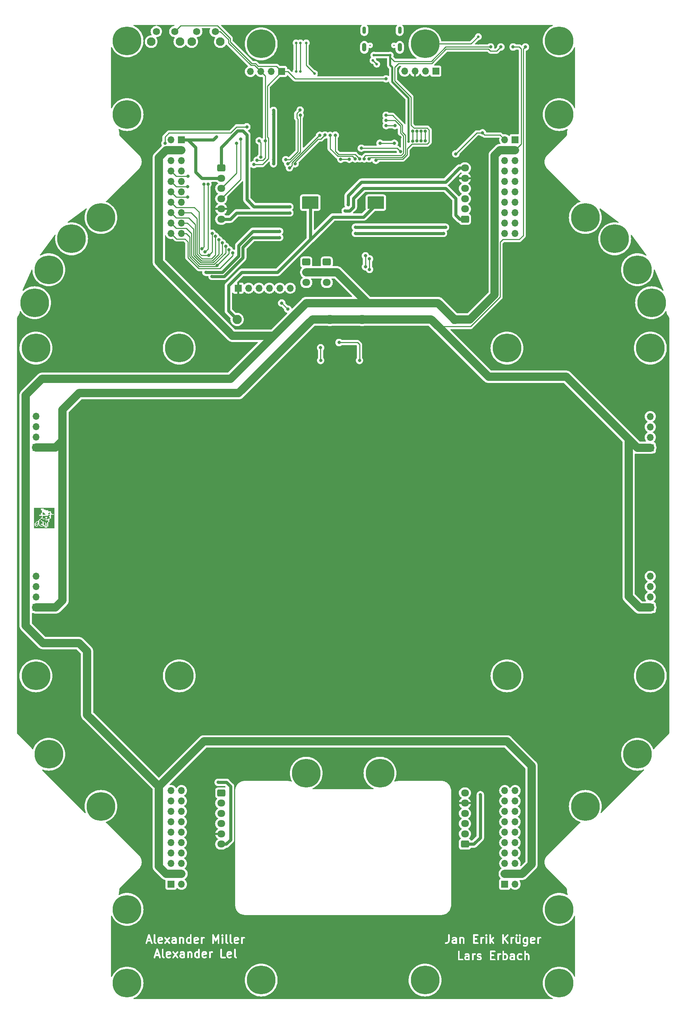
<source format=gtl>
%TF.GenerationSoftware,KiCad,Pcbnew,7.0.10*%
%TF.CreationDate,2024-05-27T11:18:25+02:00*%
%TF.ProjectId,Edurob,45647572-6f62-42e6-9b69-6361645f7063,rev?*%
%TF.SameCoordinates,Original*%
%TF.FileFunction,Copper,L1,Top*%
%TF.FilePolarity,Positive*%
%FSLAX46Y46*%
G04 Gerber Fmt 4.6, Leading zero omitted, Abs format (unit mm)*
G04 Created by KiCad (PCBNEW 7.0.10) date 2024-05-27 11:18:25*
%MOMM*%
%LPD*%
G01*
G04 APERTURE LIST*
G04 Aperture macros list*
%AMRoundRect*
0 Rectangle with rounded corners*
0 $1 Rounding radius*
0 $2 $3 $4 $5 $6 $7 $8 $9 X,Y pos of 4 corners*
0 Add a 4 corners polygon primitive as box body*
4,1,4,$2,$3,$4,$5,$6,$7,$8,$9,$2,$3,0*
0 Add four circle primitives for the rounded corners*
1,1,$1+$1,$2,$3*
1,1,$1+$1,$4,$5*
1,1,$1+$1,$6,$7*
1,1,$1+$1,$8,$9*
0 Add four rect primitives between the rounded corners*
20,1,$1+$1,$2,$3,$4,$5,0*
20,1,$1+$1,$4,$5,$6,$7,0*
20,1,$1+$1,$6,$7,$8,$9,0*
20,1,$1+$1,$8,$9,$2,$3,0*%
G04 Aperture macros list end*
%ADD10C,0.400000*%
%TA.AperFunction,ComponentPad*%
%ADD11R,1.700000X1.700000*%
%TD*%
%TA.AperFunction,ComponentPad*%
%ADD12O,1.700000X1.700000*%
%TD*%
%TA.AperFunction,ComponentPad*%
%ADD13C,7.000000*%
%TD*%
%TA.AperFunction,ComponentPad*%
%ADD14RoundRect,0.250000X-0.725000X0.600000X-0.725000X-0.600000X0.725000X-0.600000X0.725000X0.600000X0*%
%TD*%
%TA.AperFunction,ComponentPad*%
%ADD15O,1.950000X1.700000*%
%TD*%
%TA.AperFunction,ComponentPad*%
%ADD16C,2.100000*%
%TD*%
%TA.AperFunction,ComponentPad*%
%ADD17C,1.750000*%
%TD*%
%TA.AperFunction,ComponentPad*%
%ADD18C,2.250000*%
%TD*%
%TA.AperFunction,ComponentPad*%
%ADD19O,1.050000X2.100000*%
%TD*%
%TA.AperFunction,ComponentPad*%
%ADD20O,0.900000X1.800000*%
%TD*%
%TA.AperFunction,ComponentPad*%
%ADD21RoundRect,0.250000X0.725000X-0.600000X0.725000X0.600000X-0.725000X0.600000X-0.725000X-0.600000X0*%
%TD*%
%TA.AperFunction,ViaPad*%
%ADD22C,0.800000*%
%TD*%
%TA.AperFunction,ViaPad*%
%ADD23C,0.650000*%
%TD*%
%TA.AperFunction,Conductor*%
%ADD24C,0.250000*%
%TD*%
%TA.AperFunction,Conductor*%
%ADD25C,0.800000*%
%TD*%
%TA.AperFunction,Conductor*%
%ADD26C,2.000000*%
%TD*%
%TA.AperFunction,Conductor*%
%ADD27C,0.500000*%
%TD*%
%ADD28C,0.350000*%
%ADD29O,0.600000X1.700000*%
%ADD30O,0.600000X1.400000*%
G04 APERTURE END LIST*
D10*
G36*
X230515538Y-259015593D02*
G01*
X230477849Y-259034438D01*
X230096084Y-259034438D01*
X230007466Y-258990129D01*
X229963157Y-258901509D01*
X229963157Y-258805460D01*
X230007466Y-258716841D01*
X230096084Y-258672533D01*
X230515538Y-258672533D01*
X230515538Y-259015593D01*
G37*
G36*
X239739925Y-258160713D02*
G01*
X239789262Y-258210050D01*
X239848872Y-258329270D01*
X239848872Y-258806272D01*
X239789263Y-258925488D01*
X239739923Y-258974829D01*
X239620707Y-259034438D01*
X239334180Y-259034438D01*
X239296491Y-259015593D01*
X239296491Y-258119948D01*
X239334180Y-258101104D01*
X239620707Y-258101104D01*
X239739925Y-258160713D01*
G37*
G36*
X241563158Y-259015593D02*
G01*
X241525469Y-259034438D01*
X241143704Y-259034438D01*
X241055086Y-258990129D01*
X241010777Y-258901509D01*
X241010777Y-258805460D01*
X241055086Y-258716841D01*
X241143704Y-258672533D01*
X241563158Y-258672533D01*
X241563158Y-259015593D01*
G37*
G36*
X245772682Y-259720152D02*
G01*
X227753633Y-259720152D01*
X227753633Y-259234438D01*
X228039347Y-259234438D01*
X228044361Y-259256406D01*
X228044361Y-259278942D01*
X228054138Y-259299245D01*
X228059153Y-259321215D01*
X228073204Y-259338834D01*
X228082981Y-259359136D01*
X228100598Y-259373186D01*
X228114649Y-259390804D01*
X228134950Y-259400580D01*
X228152570Y-259414632D01*
X228174539Y-259419646D01*
X228194843Y-259429424D01*
X228217379Y-259429424D01*
X228239347Y-259434438D01*
X229191728Y-259434438D01*
X229278505Y-259414632D01*
X229348094Y-259359136D01*
X229386714Y-259278942D01*
X229386714Y-259189934D01*
X229348094Y-259109740D01*
X229278505Y-259054244D01*
X229191728Y-259034438D01*
X228439347Y-259034438D01*
X228439347Y-258948723D01*
X229563157Y-258948723D01*
X229563495Y-258950205D01*
X229563179Y-258951692D01*
X229573381Y-258993521D01*
X229582963Y-259035500D01*
X229583910Y-259036688D01*
X229584271Y-259038165D01*
X229679510Y-259228643D01*
X229691953Y-259243780D01*
X229700194Y-259261563D01*
X229719863Y-259277731D01*
X229736032Y-259297401D01*
X229753814Y-259305641D01*
X229768952Y-259318085D01*
X229959429Y-259413324D01*
X229960905Y-259413684D01*
X229962094Y-259414632D01*
X230004072Y-259424213D01*
X230045902Y-259434416D01*
X230047388Y-259434099D01*
X230048871Y-259434438D01*
X230525062Y-259434438D01*
X230526544Y-259434099D01*
X230528031Y-259434416D01*
X230569837Y-259424218D01*
X230611839Y-259414632D01*
X230613028Y-259413683D01*
X230614505Y-259413323D01*
X230625836Y-259407657D01*
X230671034Y-259429424D01*
X230760042Y-259429424D01*
X230840236Y-259390804D01*
X230895732Y-259321215D01*
X230915538Y-259234438D01*
X231467919Y-259234438D01*
X231487725Y-259321215D01*
X231543221Y-259390804D01*
X231623415Y-259429424D01*
X231712423Y-259429424D01*
X231792617Y-259390804D01*
X231848113Y-259321215D01*
X231867919Y-259234438D01*
X231867919Y-258329270D01*
X231891525Y-258282057D01*
X232610776Y-258282057D01*
X232611114Y-258283539D01*
X232610798Y-258285026D01*
X232620995Y-258326832D01*
X232630582Y-258368834D01*
X232631530Y-258370023D01*
X232631891Y-258371500D01*
X232727129Y-258561976D01*
X232739572Y-258577112D01*
X232747813Y-258594896D01*
X232767484Y-258611066D01*
X232783652Y-258630734D01*
X232801432Y-258638973D01*
X232816571Y-258651418D01*
X233007048Y-258746657D01*
X233008524Y-258747017D01*
X233009713Y-258747965D01*
X233051691Y-258757546D01*
X233093521Y-258767749D01*
X233095007Y-258767432D01*
X233096490Y-258767771D01*
X233334990Y-258767771D01*
X233423610Y-258812080D01*
X233467919Y-258900698D01*
X233467919Y-258901510D01*
X233423609Y-258990128D01*
X233334990Y-259034438D01*
X233048465Y-259034438D01*
X232900219Y-258960315D01*
X232813745Y-258939222D01*
X232726685Y-258957738D01*
X232656278Y-259012194D01*
X232616472Y-259091805D01*
X232615151Y-259180804D01*
X232652575Y-259261563D01*
X232721333Y-259318085D01*
X232911810Y-259413324D01*
X232913286Y-259413684D01*
X232914475Y-259414632D01*
X232956453Y-259424213D01*
X232998283Y-259434416D01*
X232999769Y-259434099D01*
X233001252Y-259434438D01*
X233382204Y-259434438D01*
X233383686Y-259434099D01*
X233385173Y-259434416D01*
X233427002Y-259424213D01*
X233468981Y-259414632D01*
X233470169Y-259413684D01*
X233471646Y-259413324D01*
X233662124Y-259318085D01*
X233677260Y-259305641D01*
X233695044Y-259297401D01*
X233711213Y-259277731D01*
X233730882Y-259261563D01*
X233739122Y-259243780D01*
X233746802Y-259234438D01*
X235848872Y-259234438D01*
X235853886Y-259256406D01*
X235853886Y-259278942D01*
X235863663Y-259299245D01*
X235868678Y-259321215D01*
X235882729Y-259338834D01*
X235892506Y-259359136D01*
X235910123Y-259373186D01*
X235924174Y-259390804D01*
X235944475Y-259400580D01*
X235962095Y-259414632D01*
X235984064Y-259419646D01*
X236004368Y-259429424D01*
X236026904Y-259429424D01*
X236048872Y-259434438D01*
X237001253Y-259434438D01*
X237088030Y-259414632D01*
X237157619Y-259359136D01*
X237196239Y-259278942D01*
X237196239Y-259234438D01*
X237658396Y-259234438D01*
X237678202Y-259321215D01*
X237733698Y-259390804D01*
X237813892Y-259429424D01*
X237902900Y-259429424D01*
X237983094Y-259390804D01*
X238038590Y-259321215D01*
X238058396Y-259234438D01*
X238896491Y-259234438D01*
X238916297Y-259321215D01*
X238971793Y-259390804D01*
X239051987Y-259429424D01*
X239140995Y-259429424D01*
X239186192Y-259407657D01*
X239197525Y-259413324D01*
X239199001Y-259413684D01*
X239200190Y-259414632D01*
X239242168Y-259424213D01*
X239283998Y-259434416D01*
X239285484Y-259434099D01*
X239286967Y-259434438D01*
X239667920Y-259434438D01*
X239669402Y-259434099D01*
X239670889Y-259434416D01*
X239712695Y-259424218D01*
X239754697Y-259414632D01*
X239755886Y-259413683D01*
X239757363Y-259413323D01*
X239947839Y-259318085D01*
X239972633Y-259297702D01*
X239999818Y-259280621D01*
X240095056Y-259185381D01*
X240112134Y-259158201D01*
X240132519Y-259133404D01*
X240224860Y-258948723D01*
X240610777Y-258948723D01*
X240611115Y-258950205D01*
X240610799Y-258951692D01*
X240621001Y-258993521D01*
X240630583Y-259035500D01*
X240631530Y-259036688D01*
X240631891Y-259038165D01*
X240727130Y-259228643D01*
X240739573Y-259243780D01*
X240747814Y-259261563D01*
X240767483Y-259277731D01*
X240783652Y-259297401D01*
X240801434Y-259305641D01*
X240816572Y-259318085D01*
X241007049Y-259413324D01*
X241008525Y-259413684D01*
X241009714Y-259414632D01*
X241051692Y-259424213D01*
X241093522Y-259434416D01*
X241095008Y-259434099D01*
X241096491Y-259434438D01*
X241572682Y-259434438D01*
X241574164Y-259434099D01*
X241575651Y-259434416D01*
X241617457Y-259424218D01*
X241659459Y-259414632D01*
X241660648Y-259413683D01*
X241662125Y-259413323D01*
X241673456Y-259407657D01*
X241718654Y-259429424D01*
X241807662Y-259429424D01*
X241887856Y-259390804D01*
X241943352Y-259321215D01*
X241963158Y-259234438D01*
X241963158Y-258853485D01*
X242420301Y-258853485D01*
X242420639Y-258854967D01*
X242420323Y-258856454D01*
X242430520Y-258898260D01*
X242440107Y-258940262D01*
X242441055Y-258941451D01*
X242441416Y-258942928D01*
X242536654Y-259133404D01*
X242557037Y-259158199D01*
X242574117Y-259185382D01*
X242669355Y-259280621D01*
X242696536Y-259297700D01*
X242721334Y-259318085D01*
X242911811Y-259413324D01*
X242913287Y-259413684D01*
X242914476Y-259414632D01*
X242956454Y-259424213D01*
X242998284Y-259434416D01*
X242999770Y-259434099D01*
X243001253Y-259434438D01*
X243382206Y-259434438D01*
X243383688Y-259434099D01*
X243385175Y-259434416D01*
X243426981Y-259424218D01*
X243468983Y-259414632D01*
X243470172Y-259413683D01*
X243471649Y-259413323D01*
X243662125Y-259318085D01*
X243730883Y-259261562D01*
X243743453Y-259234438D01*
X244229825Y-259234438D01*
X244249631Y-259321215D01*
X244305127Y-259390804D01*
X244385321Y-259429424D01*
X244474329Y-259429424D01*
X244554523Y-259390804D01*
X244610019Y-259321215D01*
X244629825Y-259234438D01*
X244629825Y-258174422D01*
X244643534Y-258160713D01*
X244762752Y-258101104D01*
X244954041Y-258101104D01*
X245042658Y-258145413D01*
X245086968Y-258234032D01*
X245086968Y-259234438D01*
X245106774Y-259321215D01*
X245162270Y-259390804D01*
X245242464Y-259429424D01*
X245331472Y-259429424D01*
X245411666Y-259390804D01*
X245467162Y-259321215D01*
X245486968Y-259234438D01*
X245486968Y-258186819D01*
X245486629Y-258185336D01*
X245486946Y-258183850D01*
X245476743Y-258142020D01*
X245467162Y-258100042D01*
X245466214Y-258098853D01*
X245465854Y-258097377D01*
X245370616Y-257906900D01*
X245358170Y-257891760D01*
X245349931Y-257873980D01*
X245330263Y-257857812D01*
X245314093Y-257838141D01*
X245296309Y-257829899D01*
X245281173Y-257817457D01*
X245090697Y-257722219D01*
X245089220Y-257721858D01*
X245088031Y-257720910D01*
X245046029Y-257711323D01*
X245004223Y-257701126D01*
X245002736Y-257701442D01*
X245001254Y-257701104D01*
X244715539Y-257701104D01*
X244714056Y-257701442D01*
X244712570Y-257701126D01*
X244670740Y-257711328D01*
X244629825Y-257720667D01*
X244629825Y-257234438D01*
X244610019Y-257147661D01*
X244554523Y-257078072D01*
X244474329Y-257039452D01*
X244385321Y-257039452D01*
X244305127Y-257078072D01*
X244249631Y-257147661D01*
X244229825Y-257234438D01*
X244229825Y-259234438D01*
X243743453Y-259234438D01*
X243768307Y-259180804D01*
X243766986Y-259091805D01*
X243727180Y-259012194D01*
X243656774Y-258957738D01*
X243569713Y-258939222D01*
X243483240Y-258960314D01*
X243334993Y-259034438D01*
X243048466Y-259034438D01*
X242929248Y-258974829D01*
X242879910Y-258925489D01*
X242820301Y-258806271D01*
X242820301Y-258329270D01*
X242879911Y-258210049D01*
X242929248Y-258160713D01*
X243048466Y-258101104D01*
X243334993Y-258101104D01*
X243483240Y-258175228D01*
X243569713Y-258196320D01*
X243656774Y-258177804D01*
X243727180Y-258123348D01*
X243766986Y-258043737D01*
X243768307Y-257954738D01*
X243730883Y-257873980D01*
X243662125Y-257817457D01*
X243471649Y-257722219D01*
X243470172Y-257721858D01*
X243468983Y-257720910D01*
X243426981Y-257711323D01*
X243385175Y-257701126D01*
X243383688Y-257701442D01*
X243382206Y-257701104D01*
X243001253Y-257701104D01*
X242999770Y-257701442D01*
X242998284Y-257701126D01*
X242956454Y-257711328D01*
X242914476Y-257720910D01*
X242913287Y-257721857D01*
X242911811Y-257722218D01*
X242721334Y-257817457D01*
X242696534Y-257837843D01*
X242669356Y-257854921D01*
X242574118Y-257950159D01*
X242557040Y-257977337D01*
X242536654Y-258002137D01*
X242441415Y-258192615D01*
X242441054Y-258194091D01*
X242440107Y-258195280D01*
X242430525Y-258237258D01*
X242420323Y-258279088D01*
X242420639Y-258280574D01*
X242420301Y-258282057D01*
X242420301Y-258853485D01*
X241963158Y-258853485D01*
X241963158Y-258186819D01*
X241962819Y-258185336D01*
X241963136Y-258183850D01*
X241952933Y-258142020D01*
X241943352Y-258100042D01*
X241942404Y-258098853D01*
X241942044Y-258097377D01*
X241846806Y-257906900D01*
X241834360Y-257891760D01*
X241826121Y-257873980D01*
X241806453Y-257857812D01*
X241790283Y-257838141D01*
X241772499Y-257829899D01*
X241757363Y-257817457D01*
X241566887Y-257722219D01*
X241565410Y-257721858D01*
X241564221Y-257720910D01*
X241522219Y-257711323D01*
X241480413Y-257701126D01*
X241478926Y-257701442D01*
X241477444Y-257701104D01*
X241096491Y-257701104D01*
X241095008Y-257701442D01*
X241093522Y-257701126D01*
X241051692Y-257711328D01*
X241009714Y-257720910D01*
X241008525Y-257721857D01*
X241007049Y-257722218D01*
X240816572Y-257817457D01*
X240747814Y-257873979D01*
X240710390Y-257954738D01*
X240711711Y-258043737D01*
X240751517Y-258123348D01*
X240821924Y-258177804D01*
X240908984Y-258196320D01*
X240995458Y-258175227D01*
X241143704Y-258101104D01*
X241430231Y-258101104D01*
X241518848Y-258145413D01*
X241563158Y-258234032D01*
X241563158Y-258253688D01*
X241525469Y-258272533D01*
X241096491Y-258272533D01*
X241095008Y-258272871D01*
X241093522Y-258272555D01*
X241051692Y-258282757D01*
X241009714Y-258292339D01*
X241008525Y-258293286D01*
X241007049Y-258293647D01*
X240816572Y-258388886D01*
X240801433Y-258401330D01*
X240783653Y-258409570D01*
X240767485Y-258429237D01*
X240747814Y-258445408D01*
X240739573Y-258463191D01*
X240727130Y-258478328D01*
X240631892Y-258668804D01*
X240631531Y-258670280D01*
X240630583Y-258671470D01*
X240620996Y-258713471D01*
X240610799Y-258755278D01*
X240611115Y-258756764D01*
X240610777Y-258758247D01*
X240610777Y-258948723D01*
X240224860Y-258948723D01*
X240227758Y-258942927D01*
X240228118Y-258941450D01*
X240229066Y-258940262D01*
X240238647Y-258898283D01*
X240248850Y-258856454D01*
X240248533Y-258854967D01*
X240248872Y-258853485D01*
X240248872Y-258282057D01*
X240248533Y-258280574D01*
X240248850Y-258279088D01*
X240238647Y-258237258D01*
X240229066Y-258195280D01*
X240228118Y-258194091D01*
X240227758Y-258192615D01*
X240132520Y-258002138D01*
X240112132Y-257977336D01*
X240095055Y-257950159D01*
X239999817Y-257854921D01*
X239972636Y-257837842D01*
X239947839Y-257817457D01*
X239757363Y-257722219D01*
X239755886Y-257721858D01*
X239754697Y-257720910D01*
X239712695Y-257711323D01*
X239670889Y-257701126D01*
X239669402Y-257701442D01*
X239667920Y-257701104D01*
X239296491Y-257701104D01*
X239296491Y-257234438D01*
X239276685Y-257147661D01*
X239221189Y-257078072D01*
X239140995Y-257039452D01*
X239051987Y-257039452D01*
X238971793Y-257078072D01*
X238916297Y-257147661D01*
X238896491Y-257234438D01*
X238896491Y-259234438D01*
X238058396Y-259234438D01*
X238058396Y-258329270D01*
X238118006Y-258210049D01*
X238167343Y-258160713D01*
X238286561Y-258101104D01*
X238429825Y-258101104D01*
X238516602Y-258081298D01*
X238586191Y-258025802D01*
X238624811Y-257945608D01*
X238624811Y-257856600D01*
X238586191Y-257776406D01*
X238516602Y-257720910D01*
X238429825Y-257701104D01*
X238239348Y-257701104D01*
X238237865Y-257701442D01*
X238236379Y-257701126D01*
X238194549Y-257711328D01*
X238152571Y-257720910D01*
X238151382Y-257721857D01*
X238149906Y-257722218D01*
X238017807Y-257788267D01*
X237983094Y-257744738D01*
X237902900Y-257706118D01*
X237813892Y-257706118D01*
X237733698Y-257744738D01*
X237678202Y-257814327D01*
X237658396Y-257901104D01*
X237658396Y-259234438D01*
X237196239Y-259234438D01*
X237196239Y-259189934D01*
X237157619Y-259109740D01*
X237088030Y-259054244D01*
X237001253Y-259034438D01*
X236248872Y-259034438D01*
X236248872Y-258386819D01*
X236715539Y-258386819D01*
X236802316Y-258367013D01*
X236871905Y-258311517D01*
X236910525Y-258231323D01*
X236910525Y-258142315D01*
X236871905Y-258062121D01*
X236802316Y-258006625D01*
X236715539Y-257986819D01*
X236248872Y-257986819D01*
X236248872Y-257434438D01*
X237001253Y-257434438D01*
X237088030Y-257414632D01*
X237157619Y-257359136D01*
X237196239Y-257278942D01*
X237196239Y-257189934D01*
X237157619Y-257109740D01*
X237088030Y-257054244D01*
X237001253Y-257034438D01*
X236048872Y-257034438D01*
X236026904Y-257039452D01*
X236004368Y-257039452D01*
X235984064Y-257049229D01*
X235962095Y-257054244D01*
X235944475Y-257068295D01*
X235924174Y-257078072D01*
X235910123Y-257095689D01*
X235892506Y-257109740D01*
X235882729Y-257130041D01*
X235868678Y-257147661D01*
X235863663Y-257169630D01*
X235853886Y-257189934D01*
X235853886Y-257212469D01*
X235848872Y-257234438D01*
X235848872Y-259234438D01*
X233746802Y-259234438D01*
X233751567Y-259228642D01*
X233846805Y-259038165D01*
X233847165Y-259036688D01*
X233848113Y-259035500D01*
X233857694Y-258993521D01*
X233867897Y-258951692D01*
X233867580Y-258950205D01*
X233867919Y-258948723D01*
X233867919Y-258853485D01*
X233867580Y-258852002D01*
X233867897Y-258850516D01*
X233857694Y-258808686D01*
X233848113Y-258766708D01*
X233847165Y-258765519D01*
X233846805Y-258764043D01*
X233751566Y-258573566D01*
X233739122Y-258558428D01*
X233730882Y-258540646D01*
X233711212Y-258524477D01*
X233695044Y-258504808D01*
X233677261Y-258496567D01*
X233662124Y-258484124D01*
X233471646Y-258388885D01*
X233470169Y-258388524D01*
X233468981Y-258387577D01*
X233427002Y-258377995D01*
X233385173Y-258367793D01*
X233383686Y-258368109D01*
X233382204Y-258367771D01*
X233143703Y-258367771D01*
X233055085Y-258323462D01*
X233010776Y-258234843D01*
X233010776Y-258234032D01*
X233055085Y-258145412D01*
X233143703Y-258101104D01*
X233334990Y-258101104D01*
X233483239Y-258175228D01*
X233569712Y-258196320D01*
X233656773Y-258177804D01*
X233727180Y-258123348D01*
X233766985Y-258043737D01*
X233768306Y-257954738D01*
X233730882Y-257873979D01*
X233662124Y-257817457D01*
X233471646Y-257722218D01*
X233470169Y-257721857D01*
X233468981Y-257720910D01*
X233427002Y-257711328D01*
X233385173Y-257701126D01*
X233383686Y-257701442D01*
X233382204Y-257701104D01*
X233096490Y-257701104D01*
X233095007Y-257701442D01*
X233093521Y-257701126D01*
X233051691Y-257711328D01*
X233009713Y-257720910D01*
X233008524Y-257721857D01*
X233007048Y-257722218D01*
X232816571Y-257817457D01*
X232801433Y-257829900D01*
X232783651Y-257838141D01*
X232767482Y-257857810D01*
X232747813Y-257873979D01*
X232739572Y-257891761D01*
X232727129Y-257906899D01*
X232631890Y-258097377D01*
X232631529Y-258098853D01*
X232630582Y-258100042D01*
X232621000Y-258142020D01*
X232610798Y-258183850D01*
X232611114Y-258185336D01*
X232610776Y-258186819D01*
X232610776Y-258282057D01*
X231891525Y-258282057D01*
X231927529Y-258210049D01*
X231976866Y-258160713D01*
X232096084Y-258101104D01*
X232239348Y-258101104D01*
X232326125Y-258081298D01*
X232395714Y-258025802D01*
X232434334Y-257945608D01*
X232434334Y-257856600D01*
X232395714Y-257776406D01*
X232326125Y-257720910D01*
X232239348Y-257701104D01*
X232048871Y-257701104D01*
X232047388Y-257701442D01*
X232045902Y-257701126D01*
X232004072Y-257711328D01*
X231962094Y-257720910D01*
X231960905Y-257721857D01*
X231959429Y-257722218D01*
X231827330Y-257788267D01*
X231792617Y-257744738D01*
X231712423Y-257706118D01*
X231623415Y-257706118D01*
X231543221Y-257744738D01*
X231487725Y-257814327D01*
X231467919Y-257901104D01*
X231467919Y-259234438D01*
X230915538Y-259234438D01*
X230915538Y-258186819D01*
X230915199Y-258185336D01*
X230915516Y-258183850D01*
X230905313Y-258142020D01*
X230895732Y-258100042D01*
X230894784Y-258098853D01*
X230894424Y-258097377D01*
X230799186Y-257906900D01*
X230786740Y-257891760D01*
X230778501Y-257873980D01*
X230758833Y-257857812D01*
X230742663Y-257838141D01*
X230724879Y-257829899D01*
X230709743Y-257817457D01*
X230519267Y-257722219D01*
X230517790Y-257721858D01*
X230516601Y-257720910D01*
X230474599Y-257711323D01*
X230432793Y-257701126D01*
X230431306Y-257701442D01*
X230429824Y-257701104D01*
X230048871Y-257701104D01*
X230047388Y-257701442D01*
X230045902Y-257701126D01*
X230004072Y-257711328D01*
X229962094Y-257720910D01*
X229960905Y-257721857D01*
X229959429Y-257722218D01*
X229768952Y-257817457D01*
X229700194Y-257873979D01*
X229662770Y-257954738D01*
X229664091Y-258043737D01*
X229703897Y-258123348D01*
X229774304Y-258177804D01*
X229861364Y-258196320D01*
X229947838Y-258175227D01*
X230096084Y-258101104D01*
X230382611Y-258101104D01*
X230471228Y-258145413D01*
X230515538Y-258234032D01*
X230515538Y-258253688D01*
X230477849Y-258272533D01*
X230048871Y-258272533D01*
X230047388Y-258272871D01*
X230045902Y-258272555D01*
X230004072Y-258282757D01*
X229962094Y-258292339D01*
X229960905Y-258293286D01*
X229959429Y-258293647D01*
X229768952Y-258388886D01*
X229753813Y-258401330D01*
X229736033Y-258409570D01*
X229719865Y-258429237D01*
X229700194Y-258445408D01*
X229691953Y-258463191D01*
X229679510Y-258478328D01*
X229584272Y-258668804D01*
X229583911Y-258670280D01*
X229582963Y-258671470D01*
X229573376Y-258713471D01*
X229563179Y-258755278D01*
X229563495Y-258756764D01*
X229563157Y-258758247D01*
X229563157Y-258948723D01*
X228439347Y-258948723D01*
X228439347Y-257234438D01*
X228419541Y-257147661D01*
X228364045Y-257078072D01*
X228283851Y-257039452D01*
X228194843Y-257039452D01*
X228114649Y-257078072D01*
X228059153Y-257147661D01*
X228039347Y-257234438D01*
X228039347Y-259234438D01*
X227753633Y-259234438D01*
X227753633Y-256748724D01*
X245772682Y-256748724D01*
X245772682Y-259720152D01*
G37*
G36*
X244753635Y-254119948D02*
G01*
X244753635Y-255015593D01*
X244715946Y-255034438D01*
X244429419Y-255034438D01*
X244310201Y-254974829D01*
X244260863Y-254925489D01*
X244201254Y-254806271D01*
X244201254Y-254329270D01*
X244260864Y-254210049D01*
X244310201Y-254160713D01*
X244429419Y-254101104D01*
X244715946Y-254101104D01*
X244753635Y-254119948D01*
G37*
G36*
X227420300Y-255015593D02*
G01*
X227382611Y-255034438D01*
X227000846Y-255034438D01*
X226912228Y-254990129D01*
X226867919Y-254901509D01*
X226867919Y-254805460D01*
X226912228Y-254716841D01*
X227000846Y-254672533D01*
X227420300Y-254672533D01*
X227420300Y-255015593D01*
G37*
G36*
X246518849Y-254145413D02*
G01*
X246553750Y-254215215D01*
X246010778Y-254323810D01*
X246010778Y-254234032D01*
X246055087Y-254145412D01*
X246143705Y-254101104D01*
X246430232Y-254101104D01*
X246518849Y-254145413D01*
G37*
G36*
X248672431Y-256386818D02*
G01*
X224568171Y-256386818D01*
X224568171Y-255278942D01*
X224853885Y-255278942D01*
X224892505Y-255359136D01*
X224962094Y-255414632D01*
X225048871Y-255434438D01*
X225239347Y-255434438D01*
X225270642Y-255427295D01*
X225302593Y-255424175D01*
X225588307Y-255328937D01*
X225589606Y-255328147D01*
X225591117Y-255327977D01*
X225627560Y-255305077D01*
X225664367Y-255282706D01*
X225665195Y-255281430D01*
X225666483Y-255280621D01*
X225856958Y-255090144D01*
X225857765Y-255088858D01*
X225859042Y-255088030D01*
X225881402Y-255051241D01*
X225904314Y-255014779D01*
X225904484Y-255013266D01*
X225905273Y-255011969D01*
X225926355Y-254948723D01*
X226467919Y-254948723D01*
X226468257Y-254950205D01*
X226467941Y-254951692D01*
X226478143Y-254993521D01*
X226487725Y-255035500D01*
X226488672Y-255036688D01*
X226489033Y-255038165D01*
X226584272Y-255228643D01*
X226596715Y-255243780D01*
X226604956Y-255261563D01*
X226624625Y-255277731D01*
X226640794Y-255297401D01*
X226658576Y-255305641D01*
X226673714Y-255318085D01*
X226864191Y-255413324D01*
X226865667Y-255413684D01*
X226866856Y-255414632D01*
X226908834Y-255424213D01*
X226950664Y-255434416D01*
X226952150Y-255434099D01*
X226953633Y-255434438D01*
X227429824Y-255434438D01*
X227431306Y-255434099D01*
X227432793Y-255434416D01*
X227474599Y-255424218D01*
X227516601Y-255414632D01*
X227517790Y-255413683D01*
X227519267Y-255413323D01*
X227530598Y-255407657D01*
X227575796Y-255429424D01*
X227664804Y-255429424D01*
X227744998Y-255390804D01*
X227800494Y-255321215D01*
X227820300Y-255234438D01*
X228372681Y-255234438D01*
X228392487Y-255321215D01*
X228447983Y-255390804D01*
X228528177Y-255429424D01*
X228617185Y-255429424D01*
X228697379Y-255390804D01*
X228752875Y-255321215D01*
X228772681Y-255234438D01*
X228772681Y-254174422D01*
X228786390Y-254160713D01*
X228905608Y-254101104D01*
X229096897Y-254101104D01*
X229185514Y-254145413D01*
X229229824Y-254234032D01*
X229229824Y-255234438D01*
X229249630Y-255321215D01*
X229305126Y-255390804D01*
X229385320Y-255429424D01*
X229474328Y-255429424D01*
X229554522Y-255390804D01*
X229610018Y-255321215D01*
X229629824Y-255234438D01*
X231706015Y-255234438D01*
X231711029Y-255256406D01*
X231711029Y-255278942D01*
X231720806Y-255299245D01*
X231725821Y-255321215D01*
X231739872Y-255338834D01*
X231749649Y-255359136D01*
X231767266Y-255373186D01*
X231781317Y-255390804D01*
X231801618Y-255400580D01*
X231819238Y-255414632D01*
X231841207Y-255419646D01*
X231861511Y-255429424D01*
X231884047Y-255429424D01*
X231906015Y-255434438D01*
X232858396Y-255434438D01*
X232945173Y-255414632D01*
X233014762Y-255359136D01*
X233053382Y-255278942D01*
X233053382Y-255234438D01*
X233515539Y-255234438D01*
X233535345Y-255321215D01*
X233590841Y-255390804D01*
X233671035Y-255429424D01*
X233760043Y-255429424D01*
X233840237Y-255390804D01*
X233895733Y-255321215D01*
X233915539Y-255234438D01*
X234753634Y-255234438D01*
X234773440Y-255321215D01*
X234828936Y-255390804D01*
X234909130Y-255429424D01*
X234998138Y-255429424D01*
X235078332Y-255390804D01*
X235133828Y-255321215D01*
X235153634Y-255234438D01*
X235706015Y-255234438D01*
X235725821Y-255321215D01*
X235781317Y-255390804D01*
X235861511Y-255429424D01*
X235950519Y-255429424D01*
X236030713Y-255390804D01*
X236086209Y-255321215D01*
X236106015Y-255234438D01*
X236106015Y-254818564D01*
X236507920Y-255354438D01*
X236575831Y-255411976D01*
X236661981Y-255434349D01*
X236749308Y-255417129D01*
X236820515Y-255363724D01*
X236861498Y-255284712D01*
X236862991Y-255234438D01*
X238848873Y-255234438D01*
X238868679Y-255321215D01*
X238924175Y-255390804D01*
X239004369Y-255429424D01*
X239093377Y-255429424D01*
X239173571Y-255390804D01*
X239229067Y-255321215D01*
X239248873Y-255234438D01*
X239248873Y-254460137D01*
X239312948Y-254396061D01*
X240031730Y-255354438D01*
X240099641Y-255411976D01*
X240185791Y-255434349D01*
X240273118Y-255417129D01*
X240344325Y-255363724D01*
X240385308Y-255284712D01*
X240386801Y-255234438D01*
X240848873Y-255234438D01*
X240868679Y-255321215D01*
X240924175Y-255390804D01*
X241004369Y-255429424D01*
X241093377Y-255429424D01*
X241173571Y-255390804D01*
X241229067Y-255321215D01*
X241248873Y-255234438D01*
X241248873Y-254948723D01*
X242086968Y-254948723D01*
X242087306Y-254950205D01*
X242086990Y-254951692D01*
X242097192Y-254993521D01*
X242106774Y-255035500D01*
X242107721Y-255036688D01*
X242108082Y-255038165D01*
X242203321Y-255228643D01*
X242215764Y-255243780D01*
X242224005Y-255261563D01*
X242243674Y-255277731D01*
X242259843Y-255297401D01*
X242277625Y-255305641D01*
X242292763Y-255318085D01*
X242483240Y-255413324D01*
X242484716Y-255413684D01*
X242485905Y-255414632D01*
X242527883Y-255424213D01*
X242569713Y-255434416D01*
X242571199Y-255434099D01*
X242572682Y-255434438D01*
X242858397Y-255434438D01*
X242859879Y-255434099D01*
X242861366Y-255434416D01*
X242903172Y-255424218D01*
X242945174Y-255414632D01*
X242946363Y-255413683D01*
X242947840Y-255413323D01*
X243011848Y-255381318D01*
X243019413Y-255390804D01*
X243099607Y-255429424D01*
X243188615Y-255429424D01*
X243268809Y-255390804D01*
X243324305Y-255321215D01*
X243344111Y-255234438D01*
X243344111Y-254853485D01*
X243801254Y-254853485D01*
X243801592Y-254854967D01*
X243801276Y-254856454D01*
X243811473Y-254898260D01*
X243821060Y-254940262D01*
X243822008Y-254941451D01*
X243822369Y-254942928D01*
X243917607Y-255133404D01*
X243937990Y-255158199D01*
X243955070Y-255185382D01*
X244050308Y-255280621D01*
X244077489Y-255297700D01*
X244102287Y-255318085D01*
X244292764Y-255413324D01*
X244294240Y-255413684D01*
X244295429Y-255414632D01*
X244337407Y-255424213D01*
X244379237Y-255434416D01*
X244380723Y-255434099D01*
X244382206Y-255434438D01*
X244753635Y-255434438D01*
X244753635Y-255472939D01*
X244694026Y-255592157D01*
X244644689Y-255641493D01*
X244525468Y-255701104D01*
X244334181Y-255701104D01*
X244185935Y-255626981D01*
X244099461Y-255605888D01*
X244012401Y-255624404D01*
X243941994Y-255678860D01*
X243902188Y-255758471D01*
X243900867Y-255847470D01*
X243938291Y-255928229D01*
X244007049Y-255984751D01*
X244197526Y-256079990D01*
X244199002Y-256080350D01*
X244200191Y-256081298D01*
X244242169Y-256090879D01*
X244283999Y-256101082D01*
X244285485Y-256100765D01*
X244286968Y-256101104D01*
X244572682Y-256101104D01*
X244574164Y-256100765D01*
X244575651Y-256101082D01*
X244617480Y-256090879D01*
X244659459Y-256081298D01*
X244660647Y-256080350D01*
X244662124Y-256079990D01*
X244852602Y-255984751D01*
X244877401Y-255964364D01*
X244904580Y-255947287D01*
X244999818Y-255852049D01*
X245016895Y-255824870D01*
X245037282Y-255800071D01*
X245132521Y-255609594D01*
X245132881Y-255608117D01*
X245133829Y-255606929D01*
X245143410Y-255564950D01*
X245153613Y-255523121D01*
X245153296Y-255521634D01*
X245153635Y-255520152D01*
X245153635Y-254948723D01*
X245610778Y-254948723D01*
X245611116Y-254950205D01*
X245610800Y-254951692D01*
X245621002Y-254993521D01*
X245630584Y-255035500D01*
X245631531Y-255036688D01*
X245631892Y-255038165D01*
X245727131Y-255228643D01*
X245739574Y-255243780D01*
X245747815Y-255261563D01*
X245767484Y-255277731D01*
X245783653Y-255297401D01*
X245801435Y-255305641D01*
X245816573Y-255318085D01*
X246007050Y-255413324D01*
X246008526Y-255413684D01*
X246009715Y-255414632D01*
X246051693Y-255424213D01*
X246093523Y-255434416D01*
X246095009Y-255434099D01*
X246096492Y-255434438D01*
X246477445Y-255434438D01*
X246478927Y-255434099D01*
X246480414Y-255434416D01*
X246522220Y-255424218D01*
X246564222Y-255414632D01*
X246565411Y-255413683D01*
X246566888Y-255413323D01*
X246757364Y-255318085D01*
X246826122Y-255261562D01*
X246838692Y-255234438D01*
X247420302Y-255234438D01*
X247440108Y-255321215D01*
X247495604Y-255390804D01*
X247575798Y-255429424D01*
X247664806Y-255429424D01*
X247745000Y-255390804D01*
X247800496Y-255321215D01*
X247820302Y-255234438D01*
X247820302Y-254329270D01*
X247879912Y-254210049D01*
X247929249Y-254160713D01*
X248048467Y-254101104D01*
X248191731Y-254101104D01*
X248278508Y-254081298D01*
X248348097Y-254025802D01*
X248386717Y-253945608D01*
X248386717Y-253856600D01*
X248348097Y-253776406D01*
X248278508Y-253720910D01*
X248191731Y-253701104D01*
X248001254Y-253701104D01*
X247999771Y-253701442D01*
X247998285Y-253701126D01*
X247956455Y-253711328D01*
X247914477Y-253720910D01*
X247913288Y-253721857D01*
X247911812Y-253722218D01*
X247779713Y-253788267D01*
X247745000Y-253744738D01*
X247664806Y-253706118D01*
X247575798Y-253706118D01*
X247495604Y-253744738D01*
X247440108Y-253814327D01*
X247420302Y-253901104D01*
X247420302Y-255234438D01*
X246838692Y-255234438D01*
X246863546Y-255180804D01*
X246862225Y-255091805D01*
X246822419Y-255012194D01*
X246752013Y-254957738D01*
X246664952Y-254939222D01*
X246578479Y-254960314D01*
X246430232Y-255034438D01*
X246143705Y-255034438D01*
X246055087Y-254990129D01*
X246010778Y-254901509D01*
X246010778Y-254731731D01*
X246802382Y-254573411D01*
X246804900Y-254572281D01*
X246807663Y-254572281D01*
X246845392Y-254554111D01*
X246883590Y-254536971D01*
X246885369Y-254534858D01*
X246887857Y-254533661D01*
X246913958Y-254500930D01*
X246940944Y-254468906D01*
X246941630Y-254466231D01*
X246943353Y-254464072D01*
X246952667Y-254423262D01*
X246963087Y-254382695D01*
X246962545Y-254379985D01*
X246963159Y-254377295D01*
X246963159Y-254186819D01*
X246962820Y-254185336D01*
X246963137Y-254183850D01*
X246952934Y-254142020D01*
X246943353Y-254100042D01*
X246942405Y-254098853D01*
X246942045Y-254097377D01*
X246846807Y-253906900D01*
X246834361Y-253891760D01*
X246826122Y-253873980D01*
X246806454Y-253857812D01*
X246790284Y-253838141D01*
X246772500Y-253829899D01*
X246757364Y-253817457D01*
X246566888Y-253722219D01*
X246565411Y-253721858D01*
X246564222Y-253720910D01*
X246522220Y-253711323D01*
X246480414Y-253701126D01*
X246478927Y-253701442D01*
X246477445Y-253701104D01*
X246096492Y-253701104D01*
X246095009Y-253701442D01*
X246093523Y-253701126D01*
X246051693Y-253711328D01*
X246009715Y-253720910D01*
X246008526Y-253721857D01*
X246007050Y-253722218D01*
X245816573Y-253817457D01*
X245801435Y-253829900D01*
X245783653Y-253838141D01*
X245767484Y-253857810D01*
X245747815Y-253873979D01*
X245739574Y-253891761D01*
X245727131Y-253906899D01*
X245631892Y-254097377D01*
X245631531Y-254098853D01*
X245630584Y-254100042D01*
X245621002Y-254142020D01*
X245610800Y-254183850D01*
X245611116Y-254185336D01*
X245610778Y-254186819D01*
X245610778Y-254948723D01*
X245153635Y-254948723D01*
X245153635Y-253901104D01*
X245133829Y-253814327D01*
X245078333Y-253744738D01*
X244998139Y-253706118D01*
X244909131Y-253706118D01*
X244863933Y-253727884D01*
X244852602Y-253722219D01*
X244851125Y-253721858D01*
X244849936Y-253720910D01*
X244807934Y-253711323D01*
X244766128Y-253701126D01*
X244764641Y-253701442D01*
X244763159Y-253701104D01*
X244382206Y-253701104D01*
X244380723Y-253701442D01*
X244379237Y-253701126D01*
X244337407Y-253711328D01*
X244295429Y-253720910D01*
X244294240Y-253721857D01*
X244292764Y-253722218D01*
X244102287Y-253817457D01*
X244077487Y-253837843D01*
X244050309Y-253854921D01*
X243955071Y-253950159D01*
X243937993Y-253977337D01*
X243917607Y-254002137D01*
X243822368Y-254192615D01*
X243822007Y-254194091D01*
X243821060Y-254195280D01*
X243811478Y-254237258D01*
X243801276Y-254279088D01*
X243801592Y-254280574D01*
X243801254Y-254282057D01*
X243801254Y-254853485D01*
X243344111Y-254853485D01*
X243344111Y-253901104D01*
X243324305Y-253814327D01*
X243268809Y-253744738D01*
X243188615Y-253706118D01*
X243099607Y-253706118D01*
X243019413Y-253744738D01*
X242963917Y-253814327D01*
X242944111Y-253901104D01*
X242944111Y-254961118D01*
X242930400Y-254974829D01*
X242811184Y-255034438D01*
X242619895Y-255034438D01*
X242531277Y-254990129D01*
X242486968Y-254901509D01*
X242486968Y-253901104D01*
X242467162Y-253814327D01*
X242411666Y-253744738D01*
X242331472Y-253706118D01*
X242242464Y-253706118D01*
X242162270Y-253744738D01*
X242106774Y-253814327D01*
X242086968Y-253901104D01*
X242086968Y-254948723D01*
X241248873Y-254948723D01*
X241248873Y-254329270D01*
X241308483Y-254210049D01*
X241357820Y-254160713D01*
X241477038Y-254101104D01*
X241620302Y-254101104D01*
X241707079Y-254081298D01*
X241776668Y-254025802D01*
X241815288Y-253945608D01*
X241815288Y-253856600D01*
X241776668Y-253776406D01*
X241707079Y-253720910D01*
X241620302Y-253701104D01*
X241429825Y-253701104D01*
X241428342Y-253701442D01*
X241426856Y-253701126D01*
X241385026Y-253711328D01*
X241343048Y-253720910D01*
X241341859Y-253721857D01*
X241340383Y-253722218D01*
X241208284Y-253788267D01*
X241173571Y-253744738D01*
X241093377Y-253706118D01*
X241004369Y-253706118D01*
X240924175Y-253744738D01*
X240868679Y-253814327D01*
X240848873Y-253901104D01*
X240848873Y-255234438D01*
X240386801Y-255234438D01*
X240387951Y-255195743D01*
X240351730Y-255114438D01*
X239598662Y-254110347D01*
X240333151Y-253375859D01*
X240348100Y-253352069D01*
X242088226Y-253352069D01*
X242095667Y-253373337D01*
X242098191Y-253395732D01*
X242110180Y-253414812D01*
X242117623Y-253436083D01*
X242133559Y-253452019D01*
X242145547Y-253471097D01*
X242240785Y-253566335D01*
X242250415Y-253572386D01*
X242257508Y-253581280D01*
X242267754Y-253586214D01*
X242275799Y-253594259D01*
X242297069Y-253601701D01*
X242316150Y-253613691D01*
X242327453Y-253614964D01*
X242337702Y-253619900D01*
X242349079Y-253619900D01*
X242359813Y-253623656D01*
X242382206Y-253621133D01*
X242404599Y-253623656D01*
X242415333Y-253619900D01*
X242426710Y-253619900D01*
X242436958Y-253614964D01*
X242448262Y-253613691D01*
X242467342Y-253601701D01*
X242488613Y-253594259D01*
X242496657Y-253586214D01*
X242506904Y-253581280D01*
X242513996Y-253572386D01*
X242523627Y-253566335D01*
X242618865Y-253471097D01*
X242630852Y-253452019D01*
X242646789Y-253436083D01*
X242654231Y-253414812D01*
X242666221Y-253395732D01*
X242668744Y-253373337D01*
X242676186Y-253352069D01*
X242850131Y-253352069D01*
X242857572Y-253373337D01*
X242860096Y-253395732D01*
X242872085Y-253414812D01*
X242879528Y-253436083D01*
X242895464Y-253452019D01*
X242907452Y-253471097D01*
X243002690Y-253566335D01*
X243012320Y-253572386D01*
X243019413Y-253581280D01*
X243029659Y-253586214D01*
X243037704Y-253594259D01*
X243058974Y-253601701D01*
X243078055Y-253613691D01*
X243089358Y-253614964D01*
X243099607Y-253619900D01*
X243110984Y-253619900D01*
X243121718Y-253623656D01*
X243144111Y-253621133D01*
X243166504Y-253623656D01*
X243177238Y-253619900D01*
X243188615Y-253619900D01*
X243198863Y-253614964D01*
X243210167Y-253613691D01*
X243229247Y-253601701D01*
X243250518Y-253594259D01*
X243258562Y-253586214D01*
X243268809Y-253581280D01*
X243275901Y-253572386D01*
X243285532Y-253566335D01*
X243380770Y-253471097D01*
X243392757Y-253452019D01*
X243408694Y-253436083D01*
X243416136Y-253414812D01*
X243428126Y-253395732D01*
X243430649Y-253373337D01*
X243438091Y-253352069D01*
X243435568Y-253329676D01*
X243438091Y-253307283D01*
X243430649Y-253286014D01*
X243428126Y-253263620D01*
X243416136Y-253244539D01*
X243408694Y-253223269D01*
X243392757Y-253207332D01*
X243380770Y-253188255D01*
X243285532Y-253093017D01*
X243275901Y-253086965D01*
X243268809Y-253078072D01*
X243258562Y-253073137D01*
X243250518Y-253065093D01*
X243229247Y-253057650D01*
X243210167Y-253045661D01*
X243198863Y-253044387D01*
X243188615Y-253039452D01*
X243177238Y-253039452D01*
X243166504Y-253035696D01*
X243144111Y-253038218D01*
X243121718Y-253035696D01*
X243110984Y-253039452D01*
X243099607Y-253039452D01*
X243089358Y-253044387D01*
X243078055Y-253045661D01*
X243058974Y-253057650D01*
X243037704Y-253065093D01*
X243029659Y-253073137D01*
X243019413Y-253078072D01*
X243012320Y-253086965D01*
X243002690Y-253093017D01*
X242907452Y-253188255D01*
X242895464Y-253207332D01*
X242879528Y-253223269D01*
X242872085Y-253244539D01*
X242860096Y-253263620D01*
X242857572Y-253286014D01*
X242850131Y-253307283D01*
X242852653Y-253329676D01*
X242850131Y-253352069D01*
X242676186Y-253352069D01*
X242673663Y-253329676D01*
X242676186Y-253307283D01*
X242668744Y-253286014D01*
X242666221Y-253263620D01*
X242654231Y-253244539D01*
X242646789Y-253223269D01*
X242630852Y-253207332D01*
X242618865Y-253188255D01*
X242523627Y-253093017D01*
X242513996Y-253086965D01*
X242506904Y-253078072D01*
X242496657Y-253073137D01*
X242488613Y-253065093D01*
X242467342Y-253057650D01*
X242448262Y-253045661D01*
X242436958Y-253044387D01*
X242426710Y-253039452D01*
X242415333Y-253039452D01*
X242404599Y-253035696D01*
X242382206Y-253038218D01*
X242359813Y-253035696D01*
X242349079Y-253039452D01*
X242337702Y-253039452D01*
X242327453Y-253044387D01*
X242316150Y-253045661D01*
X242297069Y-253057650D01*
X242275799Y-253065093D01*
X242267754Y-253073137D01*
X242257508Y-253078072D01*
X242250415Y-253086965D01*
X242240785Y-253093017D01*
X242145547Y-253188255D01*
X242133559Y-253207332D01*
X242117623Y-253223269D01*
X242110180Y-253244539D01*
X242098191Y-253263620D01*
X242095667Y-253286014D01*
X242088226Y-253307283D01*
X242090748Y-253329676D01*
X242088226Y-253352069D01*
X240348100Y-253352069D01*
X240380507Y-253300494D01*
X240390472Y-253212045D01*
X240361075Y-253128031D01*
X240298137Y-253065093D01*
X240214123Y-253035696D01*
X240125674Y-253045661D01*
X240050309Y-253093017D01*
X239248873Y-253894453D01*
X239248873Y-253234438D01*
X239229067Y-253147661D01*
X239173571Y-253078072D01*
X239093377Y-253039452D01*
X239004369Y-253039452D01*
X238924175Y-253078072D01*
X238868679Y-253147661D01*
X238848873Y-253234438D01*
X238848873Y-255234438D01*
X236862991Y-255234438D01*
X236864141Y-255195743D01*
X236827920Y-255114438D01*
X236360566Y-254491300D01*
X236809341Y-254042526D01*
X236856697Y-253967160D01*
X236866662Y-253878712D01*
X236837265Y-253794697D01*
X236774327Y-253731759D01*
X236690312Y-253702362D01*
X236601864Y-253712327D01*
X236526498Y-253759683D01*
X236106015Y-254180166D01*
X236106015Y-253234438D01*
X236086209Y-253147661D01*
X236030713Y-253078072D01*
X235950519Y-253039452D01*
X235861511Y-253039452D01*
X235781317Y-253078072D01*
X235725821Y-253147661D01*
X235706015Y-253234438D01*
X235706015Y-255234438D01*
X235153634Y-255234438D01*
X235153634Y-253901104D01*
X235133828Y-253814327D01*
X235078332Y-253744738D01*
X234998138Y-253706118D01*
X234909130Y-253706118D01*
X234828936Y-253744738D01*
X234773440Y-253814327D01*
X234753634Y-253901104D01*
X234753634Y-255234438D01*
X233915539Y-255234438D01*
X233915539Y-254329270D01*
X233975149Y-254210049D01*
X234024486Y-254160713D01*
X234143704Y-254101104D01*
X234286968Y-254101104D01*
X234373745Y-254081298D01*
X234443334Y-254025802D01*
X234481954Y-253945608D01*
X234481954Y-253856600D01*
X234443334Y-253776406D01*
X234373745Y-253720910D01*
X234286968Y-253701104D01*
X234096491Y-253701104D01*
X234095008Y-253701442D01*
X234093522Y-253701126D01*
X234051692Y-253711328D01*
X234009714Y-253720910D01*
X234008525Y-253721857D01*
X234007049Y-253722218D01*
X233874950Y-253788267D01*
X233840237Y-253744738D01*
X233760043Y-253706118D01*
X233671035Y-253706118D01*
X233590841Y-253744738D01*
X233535345Y-253814327D01*
X233515539Y-253901104D01*
X233515539Y-255234438D01*
X233053382Y-255234438D01*
X233053382Y-255189934D01*
X233014762Y-255109740D01*
X232945173Y-255054244D01*
X232858396Y-255034438D01*
X232106015Y-255034438D01*
X232106015Y-254386819D01*
X232572682Y-254386819D01*
X232659459Y-254367013D01*
X232729048Y-254311517D01*
X232767668Y-254231323D01*
X232767668Y-254142315D01*
X232729048Y-254062121D01*
X232659459Y-254006625D01*
X232572682Y-253986819D01*
X232106015Y-253986819D01*
X232106015Y-253434438D01*
X232858396Y-253434438D01*
X232945173Y-253414632D01*
X233014762Y-253359136D01*
X233018165Y-253352069D01*
X234659654Y-253352069D01*
X234667095Y-253373337D01*
X234669619Y-253395732D01*
X234681608Y-253414812D01*
X234689051Y-253436083D01*
X234704987Y-253452019D01*
X234716975Y-253471097D01*
X234812213Y-253566335D01*
X234821843Y-253572386D01*
X234828936Y-253581280D01*
X234839182Y-253586214D01*
X234847227Y-253594259D01*
X234868497Y-253601701D01*
X234887578Y-253613691D01*
X234898881Y-253614964D01*
X234909130Y-253619900D01*
X234920507Y-253619900D01*
X234931241Y-253623656D01*
X234953634Y-253621133D01*
X234976027Y-253623656D01*
X234986761Y-253619900D01*
X234998138Y-253619900D01*
X235008386Y-253614964D01*
X235019690Y-253613691D01*
X235038770Y-253601701D01*
X235060041Y-253594259D01*
X235068085Y-253586214D01*
X235078332Y-253581280D01*
X235085424Y-253572386D01*
X235095055Y-253566335D01*
X235190293Y-253471097D01*
X235202280Y-253452019D01*
X235218217Y-253436083D01*
X235225659Y-253414812D01*
X235237649Y-253395732D01*
X235240172Y-253373337D01*
X235247614Y-253352069D01*
X235245091Y-253329676D01*
X235247614Y-253307283D01*
X235240172Y-253286014D01*
X235237649Y-253263620D01*
X235225659Y-253244539D01*
X235218217Y-253223269D01*
X235202280Y-253207332D01*
X235190293Y-253188255D01*
X235095055Y-253093017D01*
X235085424Y-253086965D01*
X235078332Y-253078072D01*
X235068085Y-253073137D01*
X235060041Y-253065093D01*
X235038770Y-253057650D01*
X235019690Y-253045661D01*
X235008386Y-253044387D01*
X234998138Y-253039452D01*
X234986761Y-253039452D01*
X234976027Y-253035696D01*
X234953634Y-253038218D01*
X234931241Y-253035696D01*
X234920507Y-253039452D01*
X234909130Y-253039452D01*
X234898881Y-253044387D01*
X234887578Y-253045661D01*
X234868497Y-253057650D01*
X234847227Y-253065093D01*
X234839182Y-253073137D01*
X234828936Y-253078072D01*
X234821843Y-253086965D01*
X234812213Y-253093017D01*
X234716975Y-253188255D01*
X234704987Y-253207332D01*
X234689051Y-253223269D01*
X234681608Y-253244539D01*
X234669619Y-253263620D01*
X234667095Y-253286014D01*
X234659654Y-253307283D01*
X234662176Y-253329676D01*
X234659654Y-253352069D01*
X233018165Y-253352069D01*
X233053382Y-253278942D01*
X233053382Y-253189934D01*
X233014762Y-253109740D01*
X232945173Y-253054244D01*
X232858396Y-253034438D01*
X231906015Y-253034438D01*
X231884047Y-253039452D01*
X231861511Y-253039452D01*
X231841207Y-253049229D01*
X231819238Y-253054244D01*
X231801618Y-253068295D01*
X231781317Y-253078072D01*
X231767266Y-253095689D01*
X231749649Y-253109740D01*
X231739872Y-253130041D01*
X231725821Y-253147661D01*
X231720806Y-253169630D01*
X231711029Y-253189934D01*
X231711029Y-253212469D01*
X231706015Y-253234438D01*
X231706015Y-255234438D01*
X229629824Y-255234438D01*
X229629824Y-254186819D01*
X229629485Y-254185336D01*
X229629802Y-254183850D01*
X229619599Y-254142020D01*
X229610018Y-254100042D01*
X229609070Y-254098853D01*
X229608710Y-254097377D01*
X229513472Y-253906900D01*
X229501026Y-253891760D01*
X229492787Y-253873980D01*
X229473119Y-253857812D01*
X229456949Y-253838141D01*
X229439165Y-253829899D01*
X229424029Y-253817457D01*
X229233553Y-253722219D01*
X229232076Y-253721858D01*
X229230887Y-253720910D01*
X229188885Y-253711323D01*
X229147079Y-253701126D01*
X229145592Y-253701442D01*
X229144110Y-253701104D01*
X228858395Y-253701104D01*
X228856912Y-253701442D01*
X228855426Y-253701126D01*
X228813596Y-253711328D01*
X228771618Y-253720910D01*
X228770429Y-253721857D01*
X228768953Y-253722218D01*
X228704943Y-253754223D01*
X228697379Y-253744738D01*
X228617185Y-253706118D01*
X228528177Y-253706118D01*
X228447983Y-253744738D01*
X228392487Y-253814327D01*
X228372681Y-253901104D01*
X228372681Y-255234438D01*
X227820300Y-255234438D01*
X227820300Y-254186819D01*
X227819961Y-254185336D01*
X227820278Y-254183850D01*
X227810075Y-254142020D01*
X227800494Y-254100042D01*
X227799546Y-254098853D01*
X227799186Y-254097377D01*
X227703948Y-253906900D01*
X227691502Y-253891760D01*
X227683263Y-253873980D01*
X227663595Y-253857812D01*
X227647425Y-253838141D01*
X227629641Y-253829899D01*
X227614505Y-253817457D01*
X227424029Y-253722219D01*
X227422552Y-253721858D01*
X227421363Y-253720910D01*
X227379361Y-253711323D01*
X227337555Y-253701126D01*
X227336068Y-253701442D01*
X227334586Y-253701104D01*
X226953633Y-253701104D01*
X226952150Y-253701442D01*
X226950664Y-253701126D01*
X226908834Y-253711328D01*
X226866856Y-253720910D01*
X226865667Y-253721857D01*
X226864191Y-253722218D01*
X226673714Y-253817457D01*
X226604956Y-253873979D01*
X226567532Y-253954738D01*
X226568853Y-254043737D01*
X226608659Y-254123348D01*
X226679066Y-254177804D01*
X226766126Y-254196320D01*
X226852600Y-254175227D01*
X227000846Y-254101104D01*
X227287373Y-254101104D01*
X227375990Y-254145413D01*
X227420300Y-254234032D01*
X227420300Y-254253688D01*
X227382611Y-254272533D01*
X226953633Y-254272533D01*
X226952150Y-254272871D01*
X226950664Y-254272555D01*
X226908834Y-254282757D01*
X226866856Y-254292339D01*
X226865667Y-254293286D01*
X226864191Y-254293647D01*
X226673714Y-254388886D01*
X226658575Y-254401330D01*
X226640795Y-254409570D01*
X226624627Y-254429237D01*
X226604956Y-254445408D01*
X226596715Y-254463191D01*
X226584272Y-254478328D01*
X226489034Y-254668804D01*
X226488673Y-254670280D01*
X226487725Y-254671470D01*
X226478138Y-254713471D01*
X226467941Y-254755278D01*
X226468257Y-254756764D01*
X226467919Y-254758247D01*
X226467919Y-254948723D01*
X225926355Y-254948723D01*
X226000512Y-254726255D01*
X226003632Y-254694309D01*
X226010776Y-254663009D01*
X226010776Y-253234438D01*
X225990970Y-253147661D01*
X225935474Y-253078072D01*
X225855280Y-253039452D01*
X225766272Y-253039452D01*
X225686078Y-253078072D01*
X225630582Y-253147661D01*
X225610776Y-253234438D01*
X225610776Y-254630552D01*
X225540731Y-254840685D01*
X225417024Y-254964393D01*
X225206890Y-255034438D01*
X225048871Y-255034438D01*
X224962094Y-255054244D01*
X224892505Y-255109740D01*
X224853885Y-255189934D01*
X224853885Y-255278942D01*
X224568171Y-255278942D01*
X224568171Y-252748724D01*
X248672431Y-252748724D01*
X248672431Y-256386818D01*
G37*
G36*
X155614085Y-254145413D02*
G01*
X155648986Y-254215215D01*
X155106014Y-254323810D01*
X155106014Y-254234032D01*
X155150323Y-254145412D01*
X155238941Y-254101104D01*
X155525468Y-254101104D01*
X155614085Y-254145413D01*
G37*
G36*
X158991729Y-255015593D02*
G01*
X158954040Y-255034438D01*
X158572275Y-255034438D01*
X158483657Y-254990129D01*
X158439348Y-254901509D01*
X158439348Y-254805460D01*
X158483657Y-254716841D01*
X158572275Y-254672533D01*
X158991729Y-254672533D01*
X158991729Y-255015593D01*
G37*
G36*
X162610777Y-254119948D02*
G01*
X162610777Y-255015593D01*
X162573088Y-255034438D01*
X162286561Y-255034438D01*
X162167343Y-254974829D01*
X162118005Y-254925489D01*
X162058396Y-254806271D01*
X162058396Y-254329270D01*
X162118006Y-254210049D01*
X162167343Y-254160713D01*
X162286561Y-254101104D01*
X162573088Y-254101104D01*
X162610777Y-254119948D01*
G37*
G36*
X164375991Y-254145413D02*
G01*
X164410892Y-254215215D01*
X163867920Y-254323810D01*
X163867920Y-254234032D01*
X163912229Y-254145412D01*
X164000847Y-254101104D01*
X164287374Y-254101104D01*
X164375991Y-254145413D01*
G37*
G36*
X174185515Y-254145413D02*
G01*
X174220416Y-254215215D01*
X173677444Y-254323810D01*
X173677444Y-254234032D01*
X173721753Y-254145412D01*
X173810371Y-254101104D01*
X174096898Y-254101104D01*
X174185515Y-254145413D01*
G37*
G36*
X152819004Y-254463009D02*
G01*
X152421594Y-254463009D01*
X152620299Y-253866894D01*
X152819004Y-254463009D01*
G37*
G36*
X176339097Y-255720152D02*
G01*
X151469531Y-255720152D01*
X151469531Y-255259780D01*
X151755245Y-255259780D01*
X151785887Y-255343347D01*
X151849753Y-255405345D01*
X151934193Y-255433491D01*
X152022485Y-255422213D01*
X152097139Y-255373744D01*
X152143370Y-255297683D01*
X152288261Y-254863009D01*
X152952338Y-254863009D01*
X153097229Y-255297683D01*
X153143460Y-255373744D01*
X153218114Y-255422213D01*
X153306406Y-255433491D01*
X153390846Y-255405344D01*
X153454712Y-255343347D01*
X153485354Y-255259779D01*
X153476703Y-255171192D01*
X153402547Y-254948723D01*
X153753633Y-254948723D01*
X153753971Y-254950205D01*
X153753655Y-254951692D01*
X153763857Y-254993521D01*
X153773439Y-255035500D01*
X153774386Y-255036688D01*
X153774747Y-255038165D01*
X153869986Y-255228643D01*
X153882429Y-255243780D01*
X153890670Y-255261563D01*
X153910339Y-255277731D01*
X153926508Y-255297401D01*
X153944290Y-255305641D01*
X153959428Y-255318085D01*
X154149905Y-255413324D01*
X154236378Y-255434416D01*
X154323439Y-255415900D01*
X154393845Y-255361444D01*
X154433651Y-255281833D01*
X154434972Y-255192834D01*
X154397548Y-255112076D01*
X154328790Y-255055553D01*
X154197942Y-254990129D01*
X154177239Y-254948723D01*
X154706014Y-254948723D01*
X154706352Y-254950205D01*
X154706036Y-254951692D01*
X154716238Y-254993521D01*
X154725820Y-255035500D01*
X154726767Y-255036688D01*
X154727128Y-255038165D01*
X154822367Y-255228643D01*
X154834810Y-255243780D01*
X154843051Y-255261563D01*
X154862720Y-255277731D01*
X154878889Y-255297401D01*
X154896671Y-255305641D01*
X154911809Y-255318085D01*
X155102286Y-255413324D01*
X155103762Y-255413684D01*
X155104951Y-255414632D01*
X155146929Y-255424213D01*
X155188759Y-255434416D01*
X155190245Y-255434099D01*
X155191728Y-255434438D01*
X155572681Y-255434438D01*
X155574163Y-255434099D01*
X155575650Y-255434416D01*
X155617456Y-255424218D01*
X155659458Y-255414632D01*
X155660647Y-255413683D01*
X155662124Y-255413323D01*
X155852600Y-255318085D01*
X155921358Y-255261562D01*
X155953897Y-255191345D01*
X156329759Y-255191345D01*
X156330403Y-255280350D01*
X156369601Y-255360264D01*
X156439590Y-255415255D01*
X156526508Y-255434433D01*
X156613139Y-255414000D01*
X156682326Y-255358002D01*
X157048871Y-254891489D01*
X157415418Y-255358003D01*
X157484604Y-255414000D01*
X157571235Y-255434433D01*
X157658153Y-255415255D01*
X157728142Y-255360264D01*
X157767340Y-255280351D01*
X157767984Y-255191345D01*
X157729945Y-255110874D01*
X157602541Y-254948723D01*
X158039348Y-254948723D01*
X158039686Y-254950205D01*
X158039370Y-254951692D01*
X158049572Y-254993521D01*
X158059154Y-255035500D01*
X158060101Y-255036688D01*
X158060462Y-255038165D01*
X158155701Y-255228643D01*
X158168144Y-255243780D01*
X158176385Y-255261563D01*
X158196054Y-255277731D01*
X158212223Y-255297401D01*
X158230005Y-255305641D01*
X158245143Y-255318085D01*
X158435620Y-255413324D01*
X158437096Y-255413684D01*
X158438285Y-255414632D01*
X158480263Y-255424213D01*
X158522093Y-255434416D01*
X158523579Y-255434099D01*
X158525062Y-255434438D01*
X159001253Y-255434438D01*
X159002735Y-255434099D01*
X159004222Y-255434416D01*
X159046028Y-255424218D01*
X159088030Y-255414632D01*
X159089219Y-255413683D01*
X159090696Y-255413323D01*
X159102027Y-255407657D01*
X159147225Y-255429424D01*
X159236233Y-255429424D01*
X159316427Y-255390804D01*
X159371923Y-255321215D01*
X159391729Y-255234438D01*
X159944110Y-255234438D01*
X159963916Y-255321215D01*
X160019412Y-255390804D01*
X160099606Y-255429424D01*
X160188614Y-255429424D01*
X160268808Y-255390804D01*
X160324304Y-255321215D01*
X160344110Y-255234438D01*
X160344110Y-254174422D01*
X160357819Y-254160713D01*
X160477037Y-254101104D01*
X160668326Y-254101104D01*
X160756943Y-254145413D01*
X160801253Y-254234032D01*
X160801253Y-255234438D01*
X160821059Y-255321215D01*
X160876555Y-255390804D01*
X160956749Y-255429424D01*
X161045757Y-255429424D01*
X161125951Y-255390804D01*
X161181447Y-255321215D01*
X161201253Y-255234438D01*
X161201253Y-254853485D01*
X161658396Y-254853485D01*
X161658734Y-254854967D01*
X161658418Y-254856454D01*
X161668615Y-254898260D01*
X161678202Y-254940262D01*
X161679150Y-254941451D01*
X161679511Y-254942928D01*
X161774749Y-255133404D01*
X161795132Y-255158199D01*
X161812212Y-255185382D01*
X161907450Y-255280621D01*
X161934631Y-255297700D01*
X161959429Y-255318085D01*
X162149906Y-255413324D01*
X162151382Y-255413684D01*
X162152571Y-255414632D01*
X162194549Y-255424213D01*
X162236379Y-255434416D01*
X162237865Y-255434099D01*
X162239348Y-255434438D01*
X162620301Y-255434438D01*
X162621783Y-255434099D01*
X162623270Y-255434416D01*
X162665076Y-255424218D01*
X162707078Y-255414632D01*
X162708267Y-255413683D01*
X162709744Y-255413323D01*
X162721075Y-255407657D01*
X162766273Y-255429424D01*
X162855281Y-255429424D01*
X162935475Y-255390804D01*
X162990971Y-255321215D01*
X163010777Y-255234438D01*
X163010777Y-254948723D01*
X163467920Y-254948723D01*
X163468258Y-254950205D01*
X163467942Y-254951692D01*
X163478144Y-254993521D01*
X163487726Y-255035500D01*
X163488673Y-255036688D01*
X163489034Y-255038165D01*
X163584273Y-255228643D01*
X163596716Y-255243780D01*
X163604957Y-255261563D01*
X163624626Y-255277731D01*
X163640795Y-255297401D01*
X163658577Y-255305641D01*
X163673715Y-255318085D01*
X163864192Y-255413324D01*
X163865668Y-255413684D01*
X163866857Y-255414632D01*
X163908835Y-255424213D01*
X163950665Y-255434416D01*
X163952151Y-255434099D01*
X163953634Y-255434438D01*
X164334587Y-255434438D01*
X164336069Y-255434099D01*
X164337556Y-255434416D01*
X164379362Y-255424218D01*
X164421364Y-255414632D01*
X164422553Y-255413683D01*
X164424030Y-255413323D01*
X164614506Y-255318085D01*
X164683264Y-255261562D01*
X164695834Y-255234438D01*
X165277444Y-255234438D01*
X165297250Y-255321215D01*
X165352746Y-255390804D01*
X165432940Y-255429424D01*
X165521948Y-255429424D01*
X165602142Y-255390804D01*
X165657638Y-255321215D01*
X165677444Y-255234438D01*
X168039349Y-255234438D01*
X168059155Y-255321215D01*
X168114651Y-255390804D01*
X168194845Y-255429424D01*
X168283853Y-255429424D01*
X168364047Y-255390804D01*
X168419543Y-255321215D01*
X168439349Y-255234438D01*
X168439349Y-254135949D01*
X168724780Y-254747586D01*
X168726308Y-254749551D01*
X168726892Y-254751972D01*
X168753548Y-254784576D01*
X168779424Y-254817847D01*
X168781655Y-254818955D01*
X168783231Y-254820882D01*
X168821411Y-254838699D01*
X168859142Y-254857438D01*
X168861630Y-254857468D01*
X168863888Y-254858522D01*
X168906016Y-254858008D01*
X168948144Y-254858522D01*
X168950401Y-254857468D01*
X168952890Y-254857438D01*
X168990596Y-254838711D01*
X169028802Y-254820882D01*
X169030379Y-254818952D01*
X169032608Y-254817846D01*
X169058475Y-254784586D01*
X169085140Y-254751972D01*
X169085723Y-254749552D01*
X169087253Y-254747586D01*
X169372682Y-254135952D01*
X169372682Y-255234438D01*
X169392488Y-255321215D01*
X169447984Y-255390804D01*
X169528178Y-255429424D01*
X169617186Y-255429424D01*
X169697380Y-255390804D01*
X169752876Y-255321215D01*
X169772682Y-255234438D01*
X170325063Y-255234438D01*
X170344869Y-255321215D01*
X170400365Y-255390804D01*
X170480559Y-255429424D01*
X170569567Y-255429424D01*
X170649761Y-255390804D01*
X170705257Y-255321215D01*
X170725063Y-255234438D01*
X170725063Y-254948723D01*
X171277444Y-254948723D01*
X171277782Y-254950205D01*
X171277466Y-254951692D01*
X171287668Y-254993521D01*
X171297250Y-255035500D01*
X171298197Y-255036688D01*
X171298558Y-255038165D01*
X171393797Y-255228643D01*
X171406240Y-255243780D01*
X171414481Y-255261563D01*
X171434150Y-255277731D01*
X171450319Y-255297401D01*
X171468101Y-255305641D01*
X171483239Y-255318085D01*
X171673716Y-255413324D01*
X171760189Y-255434416D01*
X171847250Y-255415900D01*
X171917656Y-255361444D01*
X171957462Y-255281833D01*
X171958783Y-255192834D01*
X171921359Y-255112076D01*
X171852601Y-255055553D01*
X171721753Y-254990129D01*
X171701050Y-254948723D01*
X172325063Y-254948723D01*
X172325401Y-254950205D01*
X172325085Y-254951692D01*
X172335287Y-254993521D01*
X172344869Y-255035500D01*
X172345816Y-255036688D01*
X172346177Y-255038165D01*
X172441416Y-255228643D01*
X172453859Y-255243780D01*
X172462100Y-255261563D01*
X172481769Y-255277731D01*
X172497938Y-255297401D01*
X172515720Y-255305641D01*
X172530858Y-255318085D01*
X172721335Y-255413324D01*
X172807808Y-255434416D01*
X172894869Y-255415900D01*
X172965275Y-255361444D01*
X173005081Y-255281833D01*
X173006402Y-255192834D01*
X172968978Y-255112076D01*
X172900220Y-255055553D01*
X172769372Y-254990129D01*
X172748669Y-254948723D01*
X173277444Y-254948723D01*
X173277782Y-254950205D01*
X173277466Y-254951692D01*
X173287668Y-254993521D01*
X173297250Y-255035500D01*
X173298197Y-255036688D01*
X173298558Y-255038165D01*
X173393797Y-255228643D01*
X173406240Y-255243780D01*
X173414481Y-255261563D01*
X173434150Y-255277731D01*
X173450319Y-255297401D01*
X173468101Y-255305641D01*
X173483239Y-255318085D01*
X173673716Y-255413324D01*
X173675192Y-255413684D01*
X173676381Y-255414632D01*
X173718359Y-255424213D01*
X173760189Y-255434416D01*
X173761675Y-255434099D01*
X173763158Y-255434438D01*
X174144111Y-255434438D01*
X174145593Y-255434099D01*
X174147080Y-255434416D01*
X174188886Y-255424218D01*
X174230888Y-255414632D01*
X174232077Y-255413683D01*
X174233554Y-255413323D01*
X174424030Y-255318085D01*
X174492788Y-255261562D01*
X174505358Y-255234438D01*
X175086968Y-255234438D01*
X175106774Y-255321215D01*
X175162270Y-255390804D01*
X175242464Y-255429424D01*
X175331472Y-255429424D01*
X175411666Y-255390804D01*
X175467162Y-255321215D01*
X175486968Y-255234438D01*
X175486968Y-254329270D01*
X175546578Y-254210049D01*
X175595915Y-254160713D01*
X175715133Y-254101104D01*
X175858397Y-254101104D01*
X175945174Y-254081298D01*
X176014763Y-254025802D01*
X176053383Y-253945608D01*
X176053383Y-253856600D01*
X176014763Y-253776406D01*
X175945174Y-253720910D01*
X175858397Y-253701104D01*
X175667920Y-253701104D01*
X175666437Y-253701442D01*
X175664951Y-253701126D01*
X175623121Y-253711328D01*
X175581143Y-253720910D01*
X175579954Y-253721857D01*
X175578478Y-253722218D01*
X175446379Y-253788267D01*
X175411666Y-253744738D01*
X175331472Y-253706118D01*
X175242464Y-253706118D01*
X175162270Y-253744738D01*
X175106774Y-253814327D01*
X175086968Y-253901104D01*
X175086968Y-255234438D01*
X174505358Y-255234438D01*
X174530212Y-255180804D01*
X174528891Y-255091805D01*
X174489085Y-255012194D01*
X174418679Y-254957738D01*
X174331618Y-254939222D01*
X174245145Y-254960314D01*
X174096898Y-255034438D01*
X173810371Y-255034438D01*
X173721753Y-254990129D01*
X173677444Y-254901509D01*
X173677444Y-254731731D01*
X174469048Y-254573411D01*
X174471566Y-254572281D01*
X174474329Y-254572281D01*
X174512058Y-254554111D01*
X174550256Y-254536971D01*
X174552035Y-254534858D01*
X174554523Y-254533661D01*
X174580624Y-254500930D01*
X174607610Y-254468906D01*
X174608296Y-254466231D01*
X174610019Y-254464072D01*
X174619333Y-254423262D01*
X174629753Y-254382695D01*
X174629211Y-254379985D01*
X174629825Y-254377295D01*
X174629825Y-254186819D01*
X174629486Y-254185336D01*
X174629803Y-254183850D01*
X174619600Y-254142020D01*
X174610019Y-254100042D01*
X174609071Y-254098853D01*
X174608711Y-254097377D01*
X174513473Y-253906900D01*
X174501027Y-253891760D01*
X174492788Y-253873980D01*
X174473120Y-253857812D01*
X174456950Y-253838141D01*
X174439166Y-253829899D01*
X174424030Y-253817457D01*
X174233554Y-253722219D01*
X174232077Y-253721858D01*
X174230888Y-253720910D01*
X174188886Y-253711323D01*
X174147080Y-253701126D01*
X174145593Y-253701442D01*
X174144111Y-253701104D01*
X173763158Y-253701104D01*
X173761675Y-253701442D01*
X173760189Y-253701126D01*
X173718359Y-253711328D01*
X173676381Y-253720910D01*
X173675192Y-253721857D01*
X173673716Y-253722218D01*
X173483239Y-253817457D01*
X173468101Y-253829900D01*
X173450319Y-253838141D01*
X173434150Y-253857810D01*
X173414481Y-253873979D01*
X173406240Y-253891761D01*
X173393797Y-253906899D01*
X173298558Y-254097377D01*
X173298197Y-254098853D01*
X173297250Y-254100042D01*
X173287668Y-254142020D01*
X173277466Y-254183850D01*
X173277782Y-254185336D01*
X173277444Y-254186819D01*
X173277444Y-254948723D01*
X172748669Y-254948723D01*
X172725063Y-254901509D01*
X172725063Y-253234438D01*
X172705257Y-253147661D01*
X172649761Y-253078072D01*
X172569567Y-253039452D01*
X172480559Y-253039452D01*
X172400365Y-253078072D01*
X172344869Y-253147661D01*
X172325063Y-253234438D01*
X172325063Y-254948723D01*
X171701050Y-254948723D01*
X171677444Y-254901509D01*
X171677444Y-253234438D01*
X171657638Y-253147661D01*
X171602142Y-253078072D01*
X171521948Y-253039452D01*
X171432940Y-253039452D01*
X171352746Y-253078072D01*
X171297250Y-253147661D01*
X171277444Y-253234438D01*
X171277444Y-254948723D01*
X170725063Y-254948723D01*
X170725063Y-253901104D01*
X170705257Y-253814327D01*
X170649761Y-253744738D01*
X170569567Y-253706118D01*
X170480559Y-253706118D01*
X170400365Y-253744738D01*
X170344869Y-253814327D01*
X170325063Y-253901104D01*
X170325063Y-255234438D01*
X169772682Y-255234438D01*
X169772682Y-253352069D01*
X170231083Y-253352069D01*
X170238524Y-253373337D01*
X170241048Y-253395732D01*
X170253037Y-253414812D01*
X170260480Y-253436083D01*
X170276416Y-253452019D01*
X170288404Y-253471097D01*
X170383642Y-253566335D01*
X170393272Y-253572386D01*
X170400365Y-253581280D01*
X170410611Y-253586214D01*
X170418656Y-253594259D01*
X170439926Y-253601701D01*
X170459007Y-253613691D01*
X170470310Y-253614964D01*
X170480559Y-253619900D01*
X170491936Y-253619900D01*
X170502670Y-253623656D01*
X170525063Y-253621133D01*
X170547456Y-253623656D01*
X170558190Y-253619900D01*
X170569567Y-253619900D01*
X170579815Y-253614964D01*
X170591119Y-253613691D01*
X170610199Y-253601701D01*
X170631470Y-253594259D01*
X170639514Y-253586214D01*
X170649761Y-253581280D01*
X170656853Y-253572386D01*
X170666484Y-253566335D01*
X170761722Y-253471097D01*
X170773709Y-253452019D01*
X170789646Y-253436083D01*
X170797088Y-253414812D01*
X170809078Y-253395732D01*
X170811601Y-253373337D01*
X170819043Y-253352069D01*
X170816520Y-253329676D01*
X170819043Y-253307283D01*
X170811601Y-253286014D01*
X170809078Y-253263620D01*
X170797088Y-253244539D01*
X170789646Y-253223269D01*
X170773709Y-253207332D01*
X170761722Y-253188255D01*
X170666484Y-253093017D01*
X170656853Y-253086965D01*
X170649761Y-253078072D01*
X170639514Y-253073137D01*
X170631470Y-253065093D01*
X170610199Y-253057650D01*
X170591119Y-253045661D01*
X170579815Y-253044387D01*
X170569567Y-253039452D01*
X170558190Y-253039452D01*
X170547456Y-253035696D01*
X170525063Y-253038218D01*
X170502670Y-253035696D01*
X170491936Y-253039452D01*
X170480559Y-253039452D01*
X170470310Y-253044387D01*
X170459007Y-253045661D01*
X170439926Y-253057650D01*
X170418656Y-253065093D01*
X170410611Y-253073137D01*
X170400365Y-253078072D01*
X170393272Y-253086965D01*
X170383642Y-253093017D01*
X170288404Y-253188255D01*
X170276416Y-253207332D01*
X170260480Y-253223269D01*
X170253037Y-253244539D01*
X170241048Y-253263620D01*
X170238524Y-253286014D01*
X170231083Y-253307283D01*
X170233605Y-253329676D01*
X170231083Y-253352069D01*
X169772682Y-253352069D01*
X169772682Y-253234438D01*
X169772404Y-253233222D01*
X169772667Y-253232004D01*
X169762522Y-253189927D01*
X169752876Y-253147661D01*
X169752097Y-253146685D01*
X169751806Y-253145475D01*
X169724407Y-253111963D01*
X169697380Y-253078072D01*
X169696256Y-253077531D01*
X169695467Y-253076565D01*
X169656194Y-253058237D01*
X169617186Y-253039452D01*
X169615939Y-253039452D01*
X169614810Y-253038925D01*
X169571540Y-253039452D01*
X169528178Y-253039452D01*
X169527052Y-253039993D01*
X169525807Y-253040009D01*
X169487011Y-253059277D01*
X169447984Y-253078072D01*
X169447207Y-253079046D01*
X169446090Y-253079601D01*
X169419493Y-253113798D01*
X169392488Y-253147661D01*
X169392210Y-253148876D01*
X169391445Y-253149861D01*
X168906015Y-254190067D01*
X168420586Y-253149861D01*
X168419820Y-253148876D01*
X168419543Y-253147661D01*
X168392537Y-253113798D01*
X168365941Y-253079601D01*
X168364823Y-253079046D01*
X168364047Y-253078072D01*
X168325002Y-253059268D01*
X168286223Y-253040009D01*
X168284978Y-253039993D01*
X168283853Y-253039452D01*
X168240490Y-253039452D01*
X168197221Y-253038925D01*
X168196092Y-253039452D01*
X168194845Y-253039452D01*
X168155852Y-253058230D01*
X168116563Y-253076565D01*
X168115772Y-253077531D01*
X168114651Y-253078072D01*
X168087642Y-253111938D01*
X168060225Y-253145475D01*
X168059933Y-253146685D01*
X168059155Y-253147661D01*
X168049508Y-253189927D01*
X168039364Y-253232004D01*
X168039626Y-253233222D01*
X168039349Y-253234438D01*
X168039349Y-255234438D01*
X165677444Y-255234438D01*
X165677444Y-254329270D01*
X165737054Y-254210049D01*
X165786391Y-254160713D01*
X165905609Y-254101104D01*
X166048873Y-254101104D01*
X166135650Y-254081298D01*
X166205239Y-254025802D01*
X166243859Y-253945608D01*
X166243859Y-253856600D01*
X166205239Y-253776406D01*
X166135650Y-253720910D01*
X166048873Y-253701104D01*
X165858396Y-253701104D01*
X165856913Y-253701442D01*
X165855427Y-253701126D01*
X165813597Y-253711328D01*
X165771619Y-253720910D01*
X165770430Y-253721857D01*
X165768954Y-253722218D01*
X165636855Y-253788267D01*
X165602142Y-253744738D01*
X165521948Y-253706118D01*
X165432940Y-253706118D01*
X165352746Y-253744738D01*
X165297250Y-253814327D01*
X165277444Y-253901104D01*
X165277444Y-255234438D01*
X164695834Y-255234438D01*
X164720688Y-255180804D01*
X164719367Y-255091805D01*
X164679561Y-255012194D01*
X164609155Y-254957738D01*
X164522094Y-254939222D01*
X164435621Y-254960314D01*
X164287374Y-255034438D01*
X164000847Y-255034438D01*
X163912229Y-254990129D01*
X163867920Y-254901509D01*
X163867920Y-254731731D01*
X164659524Y-254573411D01*
X164662042Y-254572281D01*
X164664805Y-254572281D01*
X164702534Y-254554111D01*
X164740732Y-254536971D01*
X164742511Y-254534858D01*
X164744999Y-254533661D01*
X164771100Y-254500930D01*
X164798086Y-254468906D01*
X164798772Y-254466231D01*
X164800495Y-254464072D01*
X164809809Y-254423262D01*
X164820229Y-254382695D01*
X164819687Y-254379985D01*
X164820301Y-254377295D01*
X164820301Y-254186819D01*
X164819962Y-254185336D01*
X164820279Y-254183850D01*
X164810076Y-254142020D01*
X164800495Y-254100042D01*
X164799547Y-254098853D01*
X164799187Y-254097377D01*
X164703949Y-253906900D01*
X164691503Y-253891760D01*
X164683264Y-253873980D01*
X164663596Y-253857812D01*
X164647426Y-253838141D01*
X164629642Y-253829899D01*
X164614506Y-253817457D01*
X164424030Y-253722219D01*
X164422553Y-253721858D01*
X164421364Y-253720910D01*
X164379362Y-253711323D01*
X164337556Y-253701126D01*
X164336069Y-253701442D01*
X164334587Y-253701104D01*
X163953634Y-253701104D01*
X163952151Y-253701442D01*
X163950665Y-253701126D01*
X163908835Y-253711328D01*
X163866857Y-253720910D01*
X163865668Y-253721857D01*
X163864192Y-253722218D01*
X163673715Y-253817457D01*
X163658577Y-253829900D01*
X163640795Y-253838141D01*
X163624626Y-253857810D01*
X163604957Y-253873979D01*
X163596716Y-253891761D01*
X163584273Y-253906899D01*
X163489034Y-254097377D01*
X163488673Y-254098853D01*
X163487726Y-254100042D01*
X163478144Y-254142020D01*
X163467942Y-254183850D01*
X163468258Y-254185336D01*
X163467920Y-254186819D01*
X163467920Y-254948723D01*
X163010777Y-254948723D01*
X163010777Y-253234438D01*
X162990971Y-253147661D01*
X162935475Y-253078072D01*
X162855281Y-253039452D01*
X162766273Y-253039452D01*
X162686079Y-253078072D01*
X162630583Y-253147661D01*
X162610777Y-253234438D01*
X162610777Y-253701104D01*
X162239348Y-253701104D01*
X162237865Y-253701442D01*
X162236379Y-253701126D01*
X162194549Y-253711328D01*
X162152571Y-253720910D01*
X162151382Y-253721857D01*
X162149906Y-253722218D01*
X161959429Y-253817457D01*
X161934629Y-253837843D01*
X161907451Y-253854921D01*
X161812213Y-253950159D01*
X161795135Y-253977337D01*
X161774749Y-254002137D01*
X161679510Y-254192615D01*
X161679149Y-254194091D01*
X161678202Y-254195280D01*
X161668620Y-254237258D01*
X161658418Y-254279088D01*
X161658734Y-254280574D01*
X161658396Y-254282057D01*
X161658396Y-254853485D01*
X161201253Y-254853485D01*
X161201253Y-254186819D01*
X161200914Y-254185336D01*
X161201231Y-254183850D01*
X161191028Y-254142020D01*
X161181447Y-254100042D01*
X161180499Y-254098853D01*
X161180139Y-254097377D01*
X161084901Y-253906900D01*
X161072455Y-253891760D01*
X161064216Y-253873980D01*
X161044548Y-253857812D01*
X161028378Y-253838141D01*
X161010594Y-253829899D01*
X160995458Y-253817457D01*
X160804982Y-253722219D01*
X160803505Y-253721858D01*
X160802316Y-253720910D01*
X160760314Y-253711323D01*
X160718508Y-253701126D01*
X160717021Y-253701442D01*
X160715539Y-253701104D01*
X160429824Y-253701104D01*
X160428341Y-253701442D01*
X160426855Y-253701126D01*
X160385025Y-253711328D01*
X160343047Y-253720910D01*
X160341858Y-253721857D01*
X160340382Y-253722218D01*
X160276372Y-253754223D01*
X160268808Y-253744738D01*
X160188614Y-253706118D01*
X160099606Y-253706118D01*
X160019412Y-253744738D01*
X159963916Y-253814327D01*
X159944110Y-253901104D01*
X159944110Y-255234438D01*
X159391729Y-255234438D01*
X159391729Y-254186819D01*
X159391390Y-254185336D01*
X159391707Y-254183850D01*
X159381504Y-254142020D01*
X159371923Y-254100042D01*
X159370975Y-254098853D01*
X159370615Y-254097377D01*
X159275377Y-253906900D01*
X159262931Y-253891760D01*
X159254692Y-253873980D01*
X159235024Y-253857812D01*
X159218854Y-253838141D01*
X159201070Y-253829899D01*
X159185934Y-253817457D01*
X158995458Y-253722219D01*
X158993981Y-253721858D01*
X158992792Y-253720910D01*
X158950790Y-253711323D01*
X158908984Y-253701126D01*
X158907497Y-253701442D01*
X158906015Y-253701104D01*
X158525062Y-253701104D01*
X158523579Y-253701442D01*
X158522093Y-253701126D01*
X158480263Y-253711328D01*
X158438285Y-253720910D01*
X158437096Y-253721857D01*
X158435620Y-253722218D01*
X158245143Y-253817457D01*
X158176385Y-253873979D01*
X158138961Y-253954738D01*
X158140282Y-254043737D01*
X158180088Y-254123348D01*
X158250495Y-254177804D01*
X158337555Y-254196320D01*
X158424029Y-254175227D01*
X158572275Y-254101104D01*
X158858802Y-254101104D01*
X158947419Y-254145413D01*
X158991729Y-254234032D01*
X158991729Y-254253688D01*
X158954040Y-254272533D01*
X158525062Y-254272533D01*
X158523579Y-254272871D01*
X158522093Y-254272555D01*
X158480263Y-254282757D01*
X158438285Y-254292339D01*
X158437096Y-254293286D01*
X158435620Y-254293647D01*
X158245143Y-254388886D01*
X158230004Y-254401330D01*
X158212224Y-254409570D01*
X158196056Y-254429237D01*
X158176385Y-254445408D01*
X158168144Y-254463191D01*
X158155701Y-254478328D01*
X158060463Y-254668804D01*
X158060102Y-254670280D01*
X158059154Y-254671470D01*
X158049567Y-254713471D01*
X158039370Y-254755278D01*
X158039686Y-254756764D01*
X158039348Y-254758247D01*
X158039348Y-254948723D01*
X157602541Y-254948723D01*
X157303221Y-254567771D01*
X157729945Y-254024668D01*
X157767984Y-253944197D01*
X157767340Y-253855191D01*
X157728142Y-253775278D01*
X157658153Y-253720287D01*
X157571235Y-253701109D01*
X157484604Y-253721542D01*
X157415418Y-253777539D01*
X157048871Y-254244052D01*
X156682326Y-253777540D01*
X156613139Y-253721542D01*
X156526508Y-253701109D01*
X156439590Y-253720287D01*
X156369601Y-253775278D01*
X156330403Y-253855192D01*
X156329759Y-253944197D01*
X156367798Y-254024668D01*
X156794521Y-254567771D01*
X156367798Y-255110874D01*
X156329759Y-255191345D01*
X155953897Y-255191345D01*
X155958782Y-255180804D01*
X155957461Y-255091805D01*
X155917655Y-255012194D01*
X155847249Y-254957738D01*
X155760188Y-254939222D01*
X155673715Y-254960314D01*
X155525468Y-255034438D01*
X155238941Y-255034438D01*
X155150323Y-254990129D01*
X155106014Y-254901509D01*
X155106014Y-254731731D01*
X155897618Y-254573411D01*
X155900136Y-254572281D01*
X155902899Y-254572281D01*
X155940628Y-254554111D01*
X155978826Y-254536971D01*
X155980605Y-254534858D01*
X155983093Y-254533661D01*
X156009194Y-254500930D01*
X156036180Y-254468906D01*
X156036866Y-254466231D01*
X156038589Y-254464072D01*
X156047903Y-254423262D01*
X156058323Y-254382695D01*
X156057781Y-254379985D01*
X156058395Y-254377295D01*
X156058395Y-254186819D01*
X156058056Y-254185336D01*
X156058373Y-254183850D01*
X156048170Y-254142020D01*
X156038589Y-254100042D01*
X156037641Y-254098853D01*
X156037281Y-254097377D01*
X155942043Y-253906900D01*
X155929597Y-253891760D01*
X155921358Y-253873980D01*
X155901690Y-253857812D01*
X155885520Y-253838141D01*
X155867736Y-253829899D01*
X155852600Y-253817457D01*
X155662124Y-253722219D01*
X155660647Y-253721858D01*
X155659458Y-253720910D01*
X155617456Y-253711323D01*
X155575650Y-253701126D01*
X155574163Y-253701442D01*
X155572681Y-253701104D01*
X155191728Y-253701104D01*
X155190245Y-253701442D01*
X155188759Y-253701126D01*
X155146929Y-253711328D01*
X155104951Y-253720910D01*
X155103762Y-253721857D01*
X155102286Y-253722218D01*
X154911809Y-253817457D01*
X154896671Y-253829900D01*
X154878889Y-253838141D01*
X154862720Y-253857810D01*
X154843051Y-253873979D01*
X154834810Y-253891761D01*
X154822367Y-253906899D01*
X154727128Y-254097377D01*
X154726767Y-254098853D01*
X154725820Y-254100042D01*
X154716238Y-254142020D01*
X154706036Y-254183850D01*
X154706352Y-254185336D01*
X154706014Y-254186819D01*
X154706014Y-254948723D01*
X154177239Y-254948723D01*
X154153633Y-254901509D01*
X154153633Y-253234438D01*
X154133827Y-253147661D01*
X154078331Y-253078072D01*
X153998137Y-253039452D01*
X153909129Y-253039452D01*
X153828935Y-253078072D01*
X153773439Y-253147661D01*
X153753633Y-253234438D01*
X153753633Y-254948723D01*
X153402547Y-254948723D01*
X152810036Y-253171192D01*
X152796809Y-253149431D01*
X152788045Y-253125529D01*
X152773984Y-253111880D01*
X152763805Y-253095132D01*
X152742449Y-253081266D01*
X152724179Y-253063531D01*
X152705586Y-253057333D01*
X152689151Y-253046663D01*
X152663895Y-253043436D01*
X152639739Y-253035385D01*
X152620299Y-253037868D01*
X152600859Y-253035385D01*
X152576702Y-253043436D01*
X152551447Y-253046663D01*
X152535011Y-253057333D01*
X152516419Y-253063531D01*
X152498148Y-253081266D01*
X152476793Y-253095132D01*
X152466613Y-253111880D01*
X152452553Y-253125529D01*
X152443788Y-253149431D01*
X152430562Y-253171192D01*
X151763896Y-255171193D01*
X151755245Y-255259780D01*
X151469531Y-255259780D01*
X151469531Y-252749671D01*
X176339097Y-252749671D01*
X176339097Y-255720152D01*
G37*
G36*
X157614085Y-257645413D02*
G01*
X157648986Y-257715215D01*
X157106014Y-257823810D01*
X157106014Y-257734032D01*
X157150323Y-257645412D01*
X157238941Y-257601104D01*
X157525468Y-257601104D01*
X157614085Y-257645413D01*
G37*
G36*
X160991729Y-258515593D02*
G01*
X160954040Y-258534438D01*
X160572275Y-258534438D01*
X160483657Y-258490129D01*
X160439348Y-258401509D01*
X160439348Y-258305460D01*
X160483657Y-258216841D01*
X160572275Y-258172533D01*
X160991729Y-258172533D01*
X160991729Y-258515593D01*
G37*
G36*
X164610777Y-257619948D02*
G01*
X164610777Y-258515593D01*
X164573088Y-258534438D01*
X164286561Y-258534438D01*
X164167343Y-258474829D01*
X164118005Y-258425489D01*
X164058396Y-258306271D01*
X164058396Y-257829270D01*
X164118006Y-257710049D01*
X164167343Y-257660713D01*
X164286561Y-257601104D01*
X164573088Y-257601104D01*
X164610777Y-257619948D01*
G37*
G36*
X166375991Y-257645413D02*
G01*
X166410892Y-257715215D01*
X165867920Y-257823810D01*
X165867920Y-257734032D01*
X165912229Y-257645412D01*
X166000847Y-257601104D01*
X166287374Y-257601104D01*
X166375991Y-257645413D01*
G37*
G36*
X172471230Y-257645413D02*
G01*
X172506131Y-257715215D01*
X171963159Y-257823810D01*
X171963159Y-257734032D01*
X172007468Y-257645412D01*
X172096086Y-257601104D01*
X172382613Y-257601104D01*
X172471230Y-257645413D01*
G37*
G36*
X154819004Y-257963009D02*
G01*
X154421594Y-257963009D01*
X154620299Y-257366894D01*
X154819004Y-257963009D01*
G37*
G36*
X174339736Y-259220152D02*
G01*
X153469531Y-259220152D01*
X153469531Y-258759780D01*
X153755245Y-258759780D01*
X153785887Y-258843347D01*
X153849753Y-258905345D01*
X153934193Y-258933491D01*
X154022485Y-258922213D01*
X154097139Y-258873744D01*
X154143370Y-258797683D01*
X154288261Y-258363009D01*
X154952338Y-258363009D01*
X155097229Y-258797683D01*
X155143460Y-258873744D01*
X155218114Y-258922213D01*
X155306406Y-258933491D01*
X155390846Y-258905344D01*
X155454712Y-258843347D01*
X155485354Y-258759779D01*
X155476703Y-258671192D01*
X155402547Y-258448723D01*
X155753633Y-258448723D01*
X155753971Y-258450205D01*
X155753655Y-258451692D01*
X155763857Y-258493521D01*
X155773439Y-258535500D01*
X155774386Y-258536688D01*
X155774747Y-258538165D01*
X155869986Y-258728643D01*
X155882429Y-258743780D01*
X155890670Y-258761563D01*
X155910339Y-258777731D01*
X155926508Y-258797401D01*
X155944290Y-258805641D01*
X155959428Y-258818085D01*
X156149905Y-258913324D01*
X156236378Y-258934416D01*
X156323439Y-258915900D01*
X156393845Y-258861444D01*
X156433651Y-258781833D01*
X156434972Y-258692834D01*
X156397548Y-258612076D01*
X156328790Y-258555553D01*
X156197942Y-258490129D01*
X156177239Y-258448723D01*
X156706014Y-258448723D01*
X156706352Y-258450205D01*
X156706036Y-258451692D01*
X156716238Y-258493521D01*
X156725820Y-258535500D01*
X156726767Y-258536688D01*
X156727128Y-258538165D01*
X156822367Y-258728643D01*
X156834810Y-258743780D01*
X156843051Y-258761563D01*
X156862720Y-258777731D01*
X156878889Y-258797401D01*
X156896671Y-258805641D01*
X156911809Y-258818085D01*
X157102286Y-258913324D01*
X157103762Y-258913684D01*
X157104951Y-258914632D01*
X157146929Y-258924213D01*
X157188759Y-258934416D01*
X157190245Y-258934099D01*
X157191728Y-258934438D01*
X157572681Y-258934438D01*
X157574163Y-258934099D01*
X157575650Y-258934416D01*
X157617456Y-258924218D01*
X157659458Y-258914632D01*
X157660647Y-258913683D01*
X157662124Y-258913323D01*
X157852600Y-258818085D01*
X157921358Y-258761562D01*
X157953897Y-258691345D01*
X158329759Y-258691345D01*
X158330403Y-258780350D01*
X158369601Y-258860264D01*
X158439590Y-258915255D01*
X158526508Y-258934433D01*
X158613139Y-258914000D01*
X158682326Y-258858002D01*
X159048871Y-258391489D01*
X159415418Y-258858003D01*
X159484604Y-258914000D01*
X159571235Y-258934433D01*
X159658153Y-258915255D01*
X159728142Y-258860264D01*
X159767340Y-258780351D01*
X159767984Y-258691345D01*
X159729945Y-258610874D01*
X159602541Y-258448723D01*
X160039348Y-258448723D01*
X160039686Y-258450205D01*
X160039370Y-258451692D01*
X160049572Y-258493521D01*
X160059154Y-258535500D01*
X160060101Y-258536688D01*
X160060462Y-258538165D01*
X160155701Y-258728643D01*
X160168144Y-258743780D01*
X160176385Y-258761563D01*
X160196054Y-258777731D01*
X160212223Y-258797401D01*
X160230005Y-258805641D01*
X160245143Y-258818085D01*
X160435620Y-258913324D01*
X160437096Y-258913684D01*
X160438285Y-258914632D01*
X160480263Y-258924213D01*
X160522093Y-258934416D01*
X160523579Y-258934099D01*
X160525062Y-258934438D01*
X161001253Y-258934438D01*
X161002735Y-258934099D01*
X161004222Y-258934416D01*
X161046028Y-258924218D01*
X161088030Y-258914632D01*
X161089219Y-258913683D01*
X161090696Y-258913323D01*
X161102027Y-258907657D01*
X161147225Y-258929424D01*
X161236233Y-258929424D01*
X161316427Y-258890804D01*
X161371923Y-258821215D01*
X161391729Y-258734438D01*
X161944110Y-258734438D01*
X161963916Y-258821215D01*
X162019412Y-258890804D01*
X162099606Y-258929424D01*
X162188614Y-258929424D01*
X162268808Y-258890804D01*
X162324304Y-258821215D01*
X162344110Y-258734438D01*
X162344110Y-257674422D01*
X162357819Y-257660713D01*
X162477037Y-257601104D01*
X162668326Y-257601104D01*
X162756943Y-257645413D01*
X162801253Y-257734032D01*
X162801253Y-258734438D01*
X162821059Y-258821215D01*
X162876555Y-258890804D01*
X162956749Y-258929424D01*
X163045757Y-258929424D01*
X163125951Y-258890804D01*
X163181447Y-258821215D01*
X163201253Y-258734438D01*
X163201253Y-258353485D01*
X163658396Y-258353485D01*
X163658734Y-258354967D01*
X163658418Y-258356454D01*
X163668615Y-258398260D01*
X163678202Y-258440262D01*
X163679150Y-258441451D01*
X163679511Y-258442928D01*
X163774749Y-258633404D01*
X163795132Y-258658199D01*
X163812212Y-258685382D01*
X163907450Y-258780621D01*
X163934631Y-258797700D01*
X163959429Y-258818085D01*
X164149906Y-258913324D01*
X164151382Y-258913684D01*
X164152571Y-258914632D01*
X164194549Y-258924213D01*
X164236379Y-258934416D01*
X164237865Y-258934099D01*
X164239348Y-258934438D01*
X164620301Y-258934438D01*
X164621783Y-258934099D01*
X164623270Y-258934416D01*
X164665076Y-258924218D01*
X164707078Y-258914632D01*
X164708267Y-258913683D01*
X164709744Y-258913323D01*
X164721075Y-258907657D01*
X164766273Y-258929424D01*
X164855281Y-258929424D01*
X164935475Y-258890804D01*
X164990971Y-258821215D01*
X165010777Y-258734438D01*
X165010777Y-258448723D01*
X165467920Y-258448723D01*
X165468258Y-258450205D01*
X165467942Y-258451692D01*
X165478144Y-258493521D01*
X165487726Y-258535500D01*
X165488673Y-258536688D01*
X165489034Y-258538165D01*
X165584273Y-258728643D01*
X165596716Y-258743780D01*
X165604957Y-258761563D01*
X165624626Y-258777731D01*
X165640795Y-258797401D01*
X165658577Y-258805641D01*
X165673715Y-258818085D01*
X165864192Y-258913324D01*
X165865668Y-258913684D01*
X165866857Y-258914632D01*
X165908835Y-258924213D01*
X165950665Y-258934416D01*
X165952151Y-258934099D01*
X165953634Y-258934438D01*
X166334587Y-258934438D01*
X166336069Y-258934099D01*
X166337556Y-258934416D01*
X166379362Y-258924218D01*
X166421364Y-258914632D01*
X166422553Y-258913683D01*
X166424030Y-258913323D01*
X166614506Y-258818085D01*
X166683264Y-258761562D01*
X166695834Y-258734438D01*
X167277444Y-258734438D01*
X167297250Y-258821215D01*
X167352746Y-258890804D01*
X167432940Y-258929424D01*
X167521948Y-258929424D01*
X167602142Y-258890804D01*
X167657638Y-258821215D01*
X167677444Y-258734438D01*
X170039349Y-258734438D01*
X170044363Y-258756406D01*
X170044363Y-258778942D01*
X170054140Y-258799245D01*
X170059155Y-258821215D01*
X170073206Y-258838834D01*
X170082983Y-258859136D01*
X170100600Y-258873186D01*
X170114651Y-258890804D01*
X170134952Y-258900580D01*
X170152572Y-258914632D01*
X170174541Y-258919646D01*
X170194845Y-258929424D01*
X170217381Y-258929424D01*
X170239349Y-258934438D01*
X171191730Y-258934438D01*
X171278507Y-258914632D01*
X171348096Y-258859136D01*
X171386716Y-258778942D01*
X171386716Y-258689934D01*
X171348096Y-258609740D01*
X171278507Y-258554244D01*
X171191730Y-258534438D01*
X170439349Y-258534438D01*
X170439349Y-258448723D01*
X171563159Y-258448723D01*
X171563497Y-258450205D01*
X171563181Y-258451692D01*
X171573383Y-258493521D01*
X171582965Y-258535500D01*
X171583912Y-258536688D01*
X171584273Y-258538165D01*
X171679512Y-258728643D01*
X171691955Y-258743780D01*
X171700196Y-258761563D01*
X171719865Y-258777731D01*
X171736034Y-258797401D01*
X171753816Y-258805641D01*
X171768954Y-258818085D01*
X171959431Y-258913324D01*
X171960907Y-258913684D01*
X171962096Y-258914632D01*
X172004074Y-258924213D01*
X172045904Y-258934416D01*
X172047390Y-258934099D01*
X172048873Y-258934438D01*
X172429826Y-258934438D01*
X172431308Y-258934099D01*
X172432795Y-258934416D01*
X172474601Y-258924218D01*
X172516603Y-258914632D01*
X172517792Y-258913683D01*
X172519269Y-258913323D01*
X172709745Y-258818085D01*
X172778503Y-258761562D01*
X172815927Y-258680804D01*
X172814606Y-258591805D01*
X172774800Y-258512194D01*
X172704394Y-258457738D01*
X172662006Y-258448723D01*
X173372683Y-258448723D01*
X173373021Y-258450205D01*
X173372705Y-258451692D01*
X173382907Y-258493521D01*
X173392489Y-258535500D01*
X173393436Y-258536688D01*
X173393797Y-258538165D01*
X173489036Y-258728643D01*
X173501479Y-258743780D01*
X173509720Y-258761563D01*
X173529389Y-258777731D01*
X173545558Y-258797401D01*
X173563340Y-258805641D01*
X173578478Y-258818085D01*
X173768955Y-258913324D01*
X173855428Y-258934416D01*
X173942489Y-258915900D01*
X174012895Y-258861444D01*
X174052701Y-258781833D01*
X174054022Y-258692834D01*
X174016598Y-258612076D01*
X173947840Y-258555553D01*
X173816992Y-258490129D01*
X173772683Y-258401509D01*
X173772683Y-256734438D01*
X173752877Y-256647661D01*
X173697381Y-256578072D01*
X173617187Y-256539452D01*
X173528179Y-256539452D01*
X173447985Y-256578072D01*
X173392489Y-256647661D01*
X173372683Y-256734438D01*
X173372683Y-258448723D01*
X172662006Y-258448723D01*
X172617333Y-258439222D01*
X172530860Y-258460314D01*
X172382613Y-258534438D01*
X172096086Y-258534438D01*
X172007468Y-258490129D01*
X171963159Y-258401509D01*
X171963159Y-258231731D01*
X172754763Y-258073411D01*
X172757281Y-258072281D01*
X172760044Y-258072281D01*
X172797773Y-258054111D01*
X172835971Y-258036971D01*
X172837750Y-258034858D01*
X172840238Y-258033661D01*
X172866339Y-258000930D01*
X172893325Y-257968906D01*
X172894011Y-257966231D01*
X172895734Y-257964072D01*
X172905048Y-257923262D01*
X172915468Y-257882695D01*
X172914926Y-257879985D01*
X172915540Y-257877295D01*
X172915540Y-257686819D01*
X172915201Y-257685336D01*
X172915518Y-257683850D01*
X172905315Y-257642020D01*
X172895734Y-257600042D01*
X172894786Y-257598853D01*
X172894426Y-257597377D01*
X172799188Y-257406900D01*
X172786742Y-257391760D01*
X172778503Y-257373980D01*
X172758835Y-257357812D01*
X172742665Y-257338141D01*
X172724881Y-257329899D01*
X172709745Y-257317457D01*
X172519269Y-257222219D01*
X172517792Y-257221858D01*
X172516603Y-257220910D01*
X172474601Y-257211323D01*
X172432795Y-257201126D01*
X172431308Y-257201442D01*
X172429826Y-257201104D01*
X172048873Y-257201104D01*
X172047390Y-257201442D01*
X172045904Y-257201126D01*
X172004074Y-257211328D01*
X171962096Y-257220910D01*
X171960907Y-257221857D01*
X171959431Y-257222218D01*
X171768954Y-257317457D01*
X171753816Y-257329900D01*
X171736034Y-257338141D01*
X171719865Y-257357810D01*
X171700196Y-257373979D01*
X171691955Y-257391761D01*
X171679512Y-257406899D01*
X171584273Y-257597377D01*
X171583912Y-257598853D01*
X171582965Y-257600042D01*
X171573383Y-257642020D01*
X171563181Y-257683850D01*
X171563497Y-257685336D01*
X171563159Y-257686819D01*
X171563159Y-258448723D01*
X170439349Y-258448723D01*
X170439349Y-256734438D01*
X170419543Y-256647661D01*
X170364047Y-256578072D01*
X170283853Y-256539452D01*
X170194845Y-256539452D01*
X170114651Y-256578072D01*
X170059155Y-256647661D01*
X170039349Y-256734438D01*
X170039349Y-258734438D01*
X167677444Y-258734438D01*
X167677444Y-257829270D01*
X167737054Y-257710049D01*
X167786391Y-257660713D01*
X167905609Y-257601104D01*
X168048873Y-257601104D01*
X168135650Y-257581298D01*
X168205239Y-257525802D01*
X168243859Y-257445608D01*
X168243859Y-257356600D01*
X168205239Y-257276406D01*
X168135650Y-257220910D01*
X168048873Y-257201104D01*
X167858396Y-257201104D01*
X167856913Y-257201442D01*
X167855427Y-257201126D01*
X167813597Y-257211328D01*
X167771619Y-257220910D01*
X167770430Y-257221857D01*
X167768954Y-257222218D01*
X167636855Y-257288267D01*
X167602142Y-257244738D01*
X167521948Y-257206118D01*
X167432940Y-257206118D01*
X167352746Y-257244738D01*
X167297250Y-257314327D01*
X167277444Y-257401104D01*
X167277444Y-258734438D01*
X166695834Y-258734438D01*
X166720688Y-258680804D01*
X166719367Y-258591805D01*
X166679561Y-258512194D01*
X166609155Y-258457738D01*
X166522094Y-258439222D01*
X166435621Y-258460314D01*
X166287374Y-258534438D01*
X166000847Y-258534438D01*
X165912229Y-258490129D01*
X165867920Y-258401509D01*
X165867920Y-258231731D01*
X166659524Y-258073411D01*
X166662042Y-258072281D01*
X166664805Y-258072281D01*
X166702534Y-258054111D01*
X166740732Y-258036971D01*
X166742511Y-258034858D01*
X166744999Y-258033661D01*
X166771100Y-258000930D01*
X166798086Y-257968906D01*
X166798772Y-257966231D01*
X166800495Y-257964072D01*
X166809809Y-257923262D01*
X166820229Y-257882695D01*
X166819687Y-257879985D01*
X166820301Y-257877295D01*
X166820301Y-257686819D01*
X166819962Y-257685336D01*
X166820279Y-257683850D01*
X166810076Y-257642020D01*
X166800495Y-257600042D01*
X166799547Y-257598853D01*
X166799187Y-257597377D01*
X166703949Y-257406900D01*
X166691503Y-257391760D01*
X166683264Y-257373980D01*
X166663596Y-257357812D01*
X166647426Y-257338141D01*
X166629642Y-257329899D01*
X166614506Y-257317457D01*
X166424030Y-257222219D01*
X166422553Y-257221858D01*
X166421364Y-257220910D01*
X166379362Y-257211323D01*
X166337556Y-257201126D01*
X166336069Y-257201442D01*
X166334587Y-257201104D01*
X165953634Y-257201104D01*
X165952151Y-257201442D01*
X165950665Y-257201126D01*
X165908835Y-257211328D01*
X165866857Y-257220910D01*
X165865668Y-257221857D01*
X165864192Y-257222218D01*
X165673715Y-257317457D01*
X165658577Y-257329900D01*
X165640795Y-257338141D01*
X165624626Y-257357810D01*
X165604957Y-257373979D01*
X165596716Y-257391761D01*
X165584273Y-257406899D01*
X165489034Y-257597377D01*
X165488673Y-257598853D01*
X165487726Y-257600042D01*
X165478144Y-257642020D01*
X165467942Y-257683850D01*
X165468258Y-257685336D01*
X165467920Y-257686819D01*
X165467920Y-258448723D01*
X165010777Y-258448723D01*
X165010777Y-256734438D01*
X164990971Y-256647661D01*
X164935475Y-256578072D01*
X164855281Y-256539452D01*
X164766273Y-256539452D01*
X164686079Y-256578072D01*
X164630583Y-256647661D01*
X164610777Y-256734438D01*
X164610777Y-257201104D01*
X164239348Y-257201104D01*
X164237865Y-257201442D01*
X164236379Y-257201126D01*
X164194549Y-257211328D01*
X164152571Y-257220910D01*
X164151382Y-257221857D01*
X164149906Y-257222218D01*
X163959429Y-257317457D01*
X163934629Y-257337843D01*
X163907451Y-257354921D01*
X163812213Y-257450159D01*
X163795135Y-257477337D01*
X163774749Y-257502137D01*
X163679510Y-257692615D01*
X163679149Y-257694091D01*
X163678202Y-257695280D01*
X163668620Y-257737258D01*
X163658418Y-257779088D01*
X163658734Y-257780574D01*
X163658396Y-257782057D01*
X163658396Y-258353485D01*
X163201253Y-258353485D01*
X163201253Y-257686819D01*
X163200914Y-257685336D01*
X163201231Y-257683850D01*
X163191028Y-257642020D01*
X163181447Y-257600042D01*
X163180499Y-257598853D01*
X163180139Y-257597377D01*
X163084901Y-257406900D01*
X163072455Y-257391760D01*
X163064216Y-257373980D01*
X163044548Y-257357812D01*
X163028378Y-257338141D01*
X163010594Y-257329899D01*
X162995458Y-257317457D01*
X162804982Y-257222219D01*
X162803505Y-257221858D01*
X162802316Y-257220910D01*
X162760314Y-257211323D01*
X162718508Y-257201126D01*
X162717021Y-257201442D01*
X162715539Y-257201104D01*
X162429824Y-257201104D01*
X162428341Y-257201442D01*
X162426855Y-257201126D01*
X162385025Y-257211328D01*
X162343047Y-257220910D01*
X162341858Y-257221857D01*
X162340382Y-257222218D01*
X162276372Y-257254223D01*
X162268808Y-257244738D01*
X162188614Y-257206118D01*
X162099606Y-257206118D01*
X162019412Y-257244738D01*
X161963916Y-257314327D01*
X161944110Y-257401104D01*
X161944110Y-258734438D01*
X161391729Y-258734438D01*
X161391729Y-257686819D01*
X161391390Y-257685336D01*
X161391707Y-257683850D01*
X161381504Y-257642020D01*
X161371923Y-257600042D01*
X161370975Y-257598853D01*
X161370615Y-257597377D01*
X161275377Y-257406900D01*
X161262931Y-257391760D01*
X161254692Y-257373980D01*
X161235024Y-257357812D01*
X161218854Y-257338141D01*
X161201070Y-257329899D01*
X161185934Y-257317457D01*
X160995458Y-257222219D01*
X160993981Y-257221858D01*
X160992792Y-257220910D01*
X160950790Y-257211323D01*
X160908984Y-257201126D01*
X160907497Y-257201442D01*
X160906015Y-257201104D01*
X160525062Y-257201104D01*
X160523579Y-257201442D01*
X160522093Y-257201126D01*
X160480263Y-257211328D01*
X160438285Y-257220910D01*
X160437096Y-257221857D01*
X160435620Y-257222218D01*
X160245143Y-257317457D01*
X160176385Y-257373979D01*
X160138961Y-257454738D01*
X160140282Y-257543737D01*
X160180088Y-257623348D01*
X160250495Y-257677804D01*
X160337555Y-257696320D01*
X160424029Y-257675227D01*
X160572275Y-257601104D01*
X160858802Y-257601104D01*
X160947419Y-257645413D01*
X160991729Y-257734032D01*
X160991729Y-257753688D01*
X160954040Y-257772533D01*
X160525062Y-257772533D01*
X160523579Y-257772871D01*
X160522093Y-257772555D01*
X160480263Y-257782757D01*
X160438285Y-257792339D01*
X160437096Y-257793286D01*
X160435620Y-257793647D01*
X160245143Y-257888886D01*
X160230004Y-257901330D01*
X160212224Y-257909570D01*
X160196056Y-257929237D01*
X160176385Y-257945408D01*
X160168144Y-257963191D01*
X160155701Y-257978328D01*
X160060463Y-258168804D01*
X160060102Y-258170280D01*
X160059154Y-258171470D01*
X160049567Y-258213471D01*
X160039370Y-258255278D01*
X160039686Y-258256764D01*
X160039348Y-258258247D01*
X160039348Y-258448723D01*
X159602541Y-258448723D01*
X159303221Y-258067771D01*
X159729945Y-257524668D01*
X159767984Y-257444197D01*
X159767340Y-257355191D01*
X159728142Y-257275278D01*
X159658153Y-257220287D01*
X159571235Y-257201109D01*
X159484604Y-257221542D01*
X159415418Y-257277539D01*
X159048871Y-257744052D01*
X158682326Y-257277540D01*
X158613139Y-257221542D01*
X158526508Y-257201109D01*
X158439590Y-257220287D01*
X158369601Y-257275278D01*
X158330403Y-257355192D01*
X158329759Y-257444197D01*
X158367798Y-257524668D01*
X158794521Y-258067771D01*
X158367798Y-258610874D01*
X158329759Y-258691345D01*
X157953897Y-258691345D01*
X157958782Y-258680804D01*
X157957461Y-258591805D01*
X157917655Y-258512194D01*
X157847249Y-258457738D01*
X157760188Y-258439222D01*
X157673715Y-258460314D01*
X157525468Y-258534438D01*
X157238941Y-258534438D01*
X157150323Y-258490129D01*
X157106014Y-258401509D01*
X157106014Y-258231731D01*
X157897618Y-258073411D01*
X157900136Y-258072281D01*
X157902899Y-258072281D01*
X157940628Y-258054111D01*
X157978826Y-258036971D01*
X157980605Y-258034858D01*
X157983093Y-258033661D01*
X158009194Y-258000930D01*
X158036180Y-257968906D01*
X158036866Y-257966231D01*
X158038589Y-257964072D01*
X158047903Y-257923262D01*
X158058323Y-257882695D01*
X158057781Y-257879985D01*
X158058395Y-257877295D01*
X158058395Y-257686819D01*
X158058056Y-257685336D01*
X158058373Y-257683850D01*
X158048170Y-257642020D01*
X158038589Y-257600042D01*
X158037641Y-257598853D01*
X158037281Y-257597377D01*
X157942043Y-257406900D01*
X157929597Y-257391760D01*
X157921358Y-257373980D01*
X157901690Y-257357812D01*
X157885520Y-257338141D01*
X157867736Y-257329899D01*
X157852600Y-257317457D01*
X157662124Y-257222219D01*
X157660647Y-257221858D01*
X157659458Y-257220910D01*
X157617456Y-257211323D01*
X157575650Y-257201126D01*
X157574163Y-257201442D01*
X157572681Y-257201104D01*
X157191728Y-257201104D01*
X157190245Y-257201442D01*
X157188759Y-257201126D01*
X157146929Y-257211328D01*
X157104951Y-257220910D01*
X157103762Y-257221857D01*
X157102286Y-257222218D01*
X156911809Y-257317457D01*
X156896671Y-257329900D01*
X156878889Y-257338141D01*
X156862720Y-257357810D01*
X156843051Y-257373979D01*
X156834810Y-257391761D01*
X156822367Y-257406899D01*
X156727128Y-257597377D01*
X156726767Y-257598853D01*
X156725820Y-257600042D01*
X156716238Y-257642020D01*
X156706036Y-257683850D01*
X156706352Y-257685336D01*
X156706014Y-257686819D01*
X156706014Y-258448723D01*
X156177239Y-258448723D01*
X156153633Y-258401509D01*
X156153633Y-256734438D01*
X156133827Y-256647661D01*
X156078331Y-256578072D01*
X155998137Y-256539452D01*
X155909129Y-256539452D01*
X155828935Y-256578072D01*
X155773439Y-256647661D01*
X155753633Y-256734438D01*
X155753633Y-258448723D01*
X155402547Y-258448723D01*
X154810036Y-256671192D01*
X154796809Y-256649431D01*
X154788045Y-256625529D01*
X154773984Y-256611880D01*
X154763805Y-256595132D01*
X154742449Y-256581266D01*
X154724179Y-256563531D01*
X154705586Y-256557333D01*
X154689151Y-256546663D01*
X154663895Y-256543436D01*
X154639739Y-256535385D01*
X154620299Y-256537868D01*
X154600859Y-256535385D01*
X154576702Y-256543436D01*
X154551447Y-256546663D01*
X154535011Y-256557333D01*
X154516419Y-256563531D01*
X154498148Y-256581266D01*
X154476793Y-256595132D01*
X154466613Y-256611880D01*
X154452553Y-256625529D01*
X154443788Y-256649431D01*
X154430562Y-256671192D01*
X153763896Y-258671193D01*
X153755245Y-258759780D01*
X153469531Y-258759780D01*
X153469531Y-256249671D01*
X174339736Y-256249671D01*
X174339736Y-259220152D01*
G37*
%TA.AperFunction,EtchedComponent*%
%TO.C,LOGO2*%
G36*
X128442823Y-150505000D02*
G01*
X128002737Y-150505000D01*
X128002737Y-150285000D01*
X128222780Y-150285000D01*
X128222780Y-150065000D01*
X128442823Y-150065000D01*
X128442823Y-150505000D01*
G37*
%TD.AperFunction*%
%TA.AperFunction,EtchedComponent*%
G36*
X126902520Y-150285000D02*
G01*
X127122563Y-150285000D01*
X127122563Y-150505000D01*
X127342607Y-150505000D01*
X127342607Y-150725000D01*
X126682477Y-150725000D01*
X126682477Y-150065000D01*
X126902520Y-150065000D01*
X126902520Y-150285000D01*
G37*
%TD.AperFunction*%
%TA.AperFunction,EtchedComponent*%
G36*
X125582260Y-152920000D02*
G01*
X125582260Y-153140000D01*
X125362217Y-153140000D01*
X125362217Y-153360000D01*
X124922130Y-153360000D01*
X124922130Y-153140000D01*
X124922130Y-152700000D01*
X125142173Y-152700000D01*
X125142173Y-152480000D01*
X125582260Y-152480000D01*
X125582260Y-152700000D01*
X125362217Y-152700000D01*
X125362217Y-152920000D01*
X125142173Y-152920000D01*
X125142173Y-153140000D01*
X125362217Y-153140000D01*
X125362217Y-152920000D01*
X125582260Y-152920000D01*
G37*
%TD.AperFunction*%
%TA.AperFunction,EtchedComponent*%
G36*
X128442823Y-150940000D02*
G01*
X128222780Y-150940000D01*
X128222780Y-151380000D01*
X128442823Y-151380000D01*
X128442823Y-151600000D01*
X128002737Y-151600000D01*
X128002737Y-151820000D01*
X127342607Y-151820000D01*
X127342607Y-152040000D01*
X128002737Y-152040000D01*
X128002737Y-152480000D01*
X127782693Y-152480000D01*
X127782693Y-153580000D01*
X127562650Y-153580000D01*
X127562650Y-152700000D01*
X127342607Y-152700000D01*
X127342607Y-153580000D01*
X127122563Y-153580000D01*
X127122563Y-153140000D01*
X126902520Y-153140000D01*
X126902520Y-152700000D01*
X127122563Y-152700000D01*
X127342607Y-152700000D01*
X127342607Y-152480000D01*
X127122563Y-152480000D01*
X127122563Y-152700000D01*
X126902520Y-152700000D01*
X126902520Y-152260000D01*
X126462433Y-152260000D01*
X126462433Y-152480000D01*
X126682477Y-152480000D01*
X126682477Y-152920000D01*
X126242390Y-152920000D01*
X126242390Y-153140000D01*
X126682477Y-153140000D01*
X126682477Y-153360000D01*
X126022347Y-153360000D01*
X126022347Y-153140000D01*
X125802303Y-153140000D01*
X125802303Y-152260000D01*
X126242390Y-152260000D01*
X126462433Y-152260000D01*
X126462433Y-152040000D01*
X126242390Y-152040000D01*
X126242390Y-152260000D01*
X125802303Y-152260000D01*
X125802303Y-152040000D01*
X126022347Y-152040000D01*
X126022347Y-151820000D01*
X126242390Y-151820000D01*
X126682477Y-151820000D01*
X127122563Y-151820000D01*
X127122563Y-151600000D01*
X127342607Y-151600000D01*
X127782693Y-151600000D01*
X127782693Y-151160000D01*
X127342607Y-151160000D01*
X127342607Y-151600000D01*
X127122563Y-151600000D01*
X126682477Y-151600000D01*
X126682477Y-151820000D01*
X126242390Y-151820000D01*
X126242390Y-151600000D01*
X126682477Y-151600000D01*
X126682477Y-150940000D01*
X128002737Y-150940000D01*
X128002737Y-150725000D01*
X128442823Y-150725000D01*
X128442823Y-150940000D01*
G37*
%TD.AperFunction*%
%TA.AperFunction,EtchedComponent*%
G36*
X129500000Y-154000000D02*
G01*
X124497047Y-154000000D01*
X124497047Y-153360000D01*
X124702087Y-153360000D01*
X124922130Y-153360000D01*
X124922130Y-153580000D01*
X125362217Y-153580000D01*
X125362217Y-153360000D01*
X125582260Y-153360000D01*
X125582260Y-153140000D01*
X125802303Y-153140000D01*
X125802303Y-153360000D01*
X126022347Y-153360000D01*
X126022347Y-153580000D01*
X126682477Y-153580000D01*
X126682477Y-153360000D01*
X126902520Y-153360000D01*
X126902520Y-153580000D01*
X127122563Y-153580000D01*
X127122563Y-153800000D01*
X127782693Y-153800000D01*
X127782693Y-153580000D01*
X128002737Y-153580000D01*
X128002737Y-152480000D01*
X128222780Y-152480000D01*
X128222780Y-151820000D01*
X128442823Y-151820000D01*
X128442823Y-151600000D01*
X128662867Y-151600000D01*
X128662867Y-150725000D01*
X129317996Y-150725000D01*
X129317996Y-150505000D01*
X128882910Y-150505000D01*
X128882910Y-150285000D01*
X128662867Y-150285000D01*
X128662867Y-149845000D01*
X128002737Y-149845000D01*
X128002737Y-149625000D01*
X127342607Y-149625000D01*
X127342607Y-149405000D01*
X126902520Y-149405000D01*
X126902520Y-149185000D01*
X126242390Y-149185000D01*
X126242390Y-149625000D01*
X126462433Y-149625000D01*
X126462433Y-150285000D01*
X126242390Y-150285000D01*
X126242390Y-150725000D01*
X125802303Y-150725000D01*
X125802303Y-150940000D01*
X126462433Y-150940000D01*
X126462433Y-151380000D01*
X126242390Y-151380000D01*
X126242390Y-151600000D01*
X126022347Y-151600000D01*
X126022347Y-151820000D01*
X125802303Y-151820000D01*
X125802303Y-152040000D01*
X125582260Y-152040000D01*
X125582260Y-152260000D01*
X125142173Y-152260000D01*
X125142173Y-152480000D01*
X124922130Y-152480000D01*
X124922130Y-152700000D01*
X124702087Y-152700000D01*
X124702087Y-153360000D01*
X124497047Y-153360000D01*
X124497047Y-149000000D01*
X129500000Y-149000000D01*
X129500000Y-154000000D01*
G37*
%TD.AperFunction*%
%TD*%
D11*
%TO.P,J6,1,Pin_1*%
%TO.N,VBATT*%
X125000000Y-173300000D03*
D12*
%TO.P,J6,2,Pin_2*%
%TO.N,unconnected-(J6-Pin_2-Pad2)*%
X125000000Y-170760000D03*
%TO.P,J6,3,Pin_3*%
%TO.N,unconnected-(J6-Pin_3-Pad3)*%
X125000000Y-168220000D03*
%TO.P,J6,4,Pin_4*%
%TO.N,GND*%
X125000000Y-165680000D03*
%TD*%
D11*
%TO.P,J11,1,Pin_1*%
%TO.N,VBATT*%
X125000000Y-134300000D03*
D12*
%TO.P,J11,2,Pin_2*%
%TO.N,unconnected-(J11-Pin_2-Pad2)*%
X125000000Y-131760000D03*
%TO.P,J11,3,Pin_3*%
%TO.N,unconnected-(J11-Pin_3-Pad3)*%
X125000000Y-129220000D03*
%TO.P,J11,4,Pin_4*%
%TO.N,GND*%
X125000000Y-126680000D03*
%TD*%
D11*
%TO.P,J16,1,Pin_1*%
%TO.N,GND*%
X160540000Y-59140000D03*
D12*
%TO.P,J16,2,Pin_2*%
X158000000Y-59140000D03*
%TO.P,J16,3,Pin_3*%
%TO.N,VLOG+5V*%
X160540000Y-61680000D03*
%TO.P,J16,4,Pin_4*%
X158000000Y-61680000D03*
%TO.P,J16,5,Pin_5*%
%TO.N,VSENS1+3V3*%
X160540000Y-64220000D03*
%TO.P,J16,6,Pin_6*%
X158000000Y-64220000D03*
%TO.P,J16,7,Pin_7*%
%TO.N,UART0_RXD*%
X160540000Y-66760000D03*
%TO.P,J16,8,Pin_8*%
%TO.N,UART0_TXD*%
X158000000Y-66760000D03*
%TO.P,J16,9,Pin_9*%
%TO.N,DXL_TXD*%
X160540000Y-69300000D03*
%TO.P,J16,10,Pin_10*%
%TO.N,DXL_RXD*%
X158000000Y-69300000D03*
%TO.P,J16,11,Pin_11*%
%TO.N,DXL_TXEN*%
X160540000Y-71840000D03*
%TO.P,J16,12,Pin_12*%
%TO.N,I2C_SDA*%
X158000000Y-71840000D03*
%TO.P,J16,13,Pin_13*%
%TO.N,I2C_SCL*%
X160540000Y-74380000D03*
%TO.P,J16,14,Pin_14*%
%TO.N,IMU_INT1*%
X158000000Y-74380000D03*
%TO.P,J16,15,Pin_15*%
%TO.N,SPI_MISO*%
X160540000Y-76920000D03*
%TO.P,J16,16,Pin_16*%
%TO.N,SPI_SCK*%
X158000000Y-76920000D03*
%TO.P,J16,17,Pin_17*%
%TO.N,SPI_MOSI*%
X160540000Y-79460000D03*
%TO.P,J16,18,Pin_18*%
%TO.N,SPI_CS0*%
X158000000Y-79460000D03*
%TO.P,J16,19,Pin_19*%
%TO.N,IMU_INT2*%
X160540000Y-82000000D03*
%TO.P,J16,20,Pin_20*%
%TO.N,MOT_STBY*%
X158000000Y-82000000D03*
%TD*%
D11*
%TO.P,J15,1,Pin_1*%
%TO.N,GND*%
X242000000Y-59140000D03*
D12*
%TO.P,J15,2,Pin_2*%
X239460000Y-59140000D03*
%TO.P,J15,3,Pin_3*%
%TO.N,VLOG+5V*%
X242000000Y-61680000D03*
%TO.P,J15,4,Pin_4*%
X239460000Y-61680000D03*
%TO.P,J15,5,Pin_5*%
%TO.N,EX_IO0*%
X242000000Y-64220000D03*
%TO.P,J15,6,Pin_6*%
%TO.N,EX_IO1*%
X239460000Y-64220000D03*
%TO.P,J15,7,Pin_7*%
%TO.N,EX_IO2*%
X242000000Y-66760000D03*
%TO.P,J15,8,Pin_8*%
%TO.N,EX_IO3*%
X239460000Y-66760000D03*
%TO.P,J15,9,Pin_9*%
%TO.N,EX_IO4*%
X242000000Y-69300000D03*
%TO.P,J15,10,Pin_10*%
%TO.N,EX_IO5*%
X239460000Y-69300000D03*
%TO.P,J15,11,Pin_11*%
%TO.N,EX_IO6*%
X242000000Y-71840000D03*
%TO.P,J15,12,Pin_12*%
%TO.N,EX_IO7*%
X239460000Y-71840000D03*
%TO.P,J15,13,Pin_13*%
%TO.N,EX_IO8*%
X242000000Y-74380000D03*
%TO.P,J15,14,Pin_14*%
%TO.N,EX_IO9*%
X239460000Y-74380000D03*
%TO.P,J15,15,Pin_15*%
%TO.N,EX_IO10*%
X242000000Y-76920000D03*
%TO.P,J15,16,Pin_16*%
%TO.N,EX_IO11*%
X239460000Y-76920000D03*
%TO.P,J15,17,Pin_17*%
%TO.N,EX_IO12*%
X242000000Y-79460000D03*
%TO.P,J15,18,Pin_18*%
%TO.N,EX_IO13*%
X239460000Y-79460000D03*
%TO.P,J15,19,Pin_19*%
%TO.N,EX_IO14*%
X242000000Y-82000000D03*
%TO.P,J15,20,Pin_20*%
%TO.N,EX_IO15*%
X239460000Y-82000000D03*
%TD*%
D11*
%TO.P,J17,1,Pin_1*%
%TO.N,GND*%
X158000000Y-240860000D03*
D12*
%TO.P,J17,2,Pin_2*%
X160540000Y-240860000D03*
%TO.P,J17,3,Pin_3*%
%TO.N,VLOG+5V*%
X158000000Y-238320000D03*
%TO.P,J17,4,Pin_4*%
X160540000Y-238320000D03*
%TO.P,J17,5,Pin_5*%
%TO.N,VSENS2+3V3*%
X158000000Y-235780000D03*
%TO.P,J17,6,Pin_6*%
X160540000Y-235780000D03*
%TO.P,J17,7,Pin_7*%
%TO.N,UART0_RXD*%
X158000000Y-233240000D03*
%TO.P,J17,8,Pin_8*%
%TO.N,UART0_TXD*%
X160540000Y-233240000D03*
%TO.P,J17,9,Pin_9*%
%TO.N,DXL_TXD*%
X158000000Y-230700000D03*
%TO.P,J17,10,Pin_10*%
%TO.N,DXL_RXD*%
X160540000Y-230700000D03*
%TO.P,J17,11,Pin_11*%
%TO.N,DXL_TXEN*%
X158000000Y-228160000D03*
%TO.P,J17,12,Pin_12*%
%TO.N,I2C_SDA*%
X160540000Y-228160000D03*
%TO.P,J17,13,Pin_13*%
%TO.N,I2C_SCL*%
X158000000Y-225620000D03*
%TO.P,J17,14,Pin_14*%
%TO.N,IMU_INT1*%
X160540000Y-225620000D03*
%TO.P,J17,15,Pin_15*%
%TO.N,SPI_MISO*%
X158000000Y-223080000D03*
%TO.P,J17,16,Pin_16*%
%TO.N,SPI_SCK*%
X160540000Y-223080000D03*
%TO.P,J17,17,Pin_17*%
%TO.N,SPI_MOSI*%
X158000000Y-220540000D03*
%TO.P,J17,18,Pin_18*%
%TO.N,SPI_CS0*%
X160540000Y-220540000D03*
%TO.P,J17,19,Pin_19*%
%TO.N,IMU_INT2*%
X158000000Y-218000000D03*
%TO.P,J17,20,Pin_20*%
%TO.N,MOT_STBY*%
X160540000Y-218000000D03*
%TD*%
D11*
%TO.P,J18,1,Pin_1*%
%TO.N,GND*%
X239460000Y-240860000D03*
D12*
%TO.P,J18,2,Pin_2*%
X242000000Y-240860000D03*
%TO.P,J18,3,Pin_3*%
%TO.N,VLOG+5V*%
X239460000Y-238320000D03*
%TO.P,J18,4,Pin_4*%
X242000000Y-238320000D03*
%TO.P,J18,5,Pin_5*%
%TO.N,EX_IO0*%
X239460000Y-235780000D03*
%TO.P,J18,6,Pin_6*%
%TO.N,EX_IO1*%
X242000000Y-235780000D03*
%TO.P,J18,7,Pin_7*%
%TO.N,EX_IO2*%
X239460000Y-233240000D03*
%TO.P,J18,8,Pin_8*%
%TO.N,EX_IO3*%
X242000000Y-233240000D03*
%TO.P,J18,9,Pin_9*%
%TO.N,EX_IO4*%
X239460000Y-230700000D03*
%TO.P,J18,10,Pin_10*%
%TO.N,EX_IO5*%
X242000000Y-230700000D03*
%TO.P,J18,11,Pin_11*%
%TO.N,EX_IO6*%
X239460000Y-228160000D03*
%TO.P,J18,12,Pin_12*%
%TO.N,EX_IO7*%
X242000000Y-228160000D03*
%TO.P,J18,13,Pin_13*%
%TO.N,EX_IO8*%
X239460000Y-225620000D03*
%TO.P,J18,14,Pin_14*%
%TO.N,EX_IO9*%
X242000000Y-225620000D03*
%TO.P,J18,15,Pin_15*%
%TO.N,EX_IO10*%
X239460000Y-223080000D03*
%TO.P,J18,16,Pin_16*%
%TO.N,EX_IO11*%
X242000000Y-223080000D03*
%TO.P,J18,17,Pin_17*%
%TO.N,EX_IO12*%
X239460000Y-220540000D03*
%TO.P,J18,18,Pin_18*%
%TO.N,EX_IO13*%
X242000000Y-220540000D03*
%TO.P,J18,19,Pin_19*%
%TO.N,EX_IO14*%
X239460000Y-218000000D03*
%TO.P,J18,20,Pin_20*%
%TO.N,EX_IO15*%
X242000000Y-218000000D03*
%TD*%
D13*
%TO.P,H22,1,1*%
%TO.N,GND*%
X147250000Y-247000000D03*
%TD*%
D14*
%TO.P,J8,1,Pin_1*%
%TO.N,MOT_OA+*%
X170250000Y-66040000D03*
D15*
%TO.P,J8,2,Pin_2*%
%TO.N,GND*%
X170250000Y-68540000D03*
%TO.P,J8,3,Pin_3*%
%TO.N,MOT_A_ENCB*%
X170250000Y-71040000D03*
%TO.P,J8,4,Pin_4*%
%TO.N,MOT_A_ENCA*%
X170250000Y-73540000D03*
%TO.P,J8,5,Pin_5*%
%TO.N,VLOG+3V3*%
X170250000Y-76040000D03*
%TO.P,J8,6,Pin_6*%
%TO.N,MOT_OA-*%
X170250000Y-78540000D03*
%TD*%
D13*
%TO.P,H10,1,1*%
%TO.N,GND*%
X275297577Y-98919229D03*
%TD*%
D16*
%TO.P,SW1,*%
%TO.N,*%
X170025000Y-35206240D03*
X163015000Y-35206240D03*
D17*
%TO.P,SW1,1,1*%
%TO.N,EspBoot*%
X168775000Y-32716240D03*
%TO.P,SW1,2,2*%
%TO.N,GND*%
X164275000Y-32716240D03*
%TD*%
D13*
%TO.P,H21,1,1*%
%TO.N,GND*%
X140869165Y-221858757D03*
%TD*%
%TO.P,H40,1,1*%
%TO.N,GND*%
X147250000Y-53000000D03*
%TD*%
D18*
%TO.P,F1,1,1*%
%TO.N,VBATT*%
X204600000Y-103000000D03*
%TO.P,F1,2,2*%
%TO.N,VLOG+5V*%
X227200000Y-103000000D03*
%TD*%
D13*
%TO.P,H38,1,1*%
%TO.N,GND*%
X180000000Y-35750000D03*
%TD*%
%TO.P,H5,1,1*%
%TO.N,GND*%
X252750000Y-35000000D03*
%TD*%
%TO.P,H4,1,1*%
%TO.N,GND*%
X252750000Y-53000000D03*
%TD*%
D14*
%TO.P,J10,1,Pin_1*%
%TO.N,GND*%
X196000000Y-89000000D03*
D15*
%TO.P,J10,2,Pin_2*%
%TO.N,VLOG+5V*%
X196000000Y-91500000D03*
%TO.P,J10,3,Pin_3*%
%TO.N,DXL_DATA*%
X196000000Y-94000000D03*
%TD*%
D11*
%TO.P,J2,1,Pin_1*%
%TO.N,VBATT*%
X274975000Y-173320000D03*
D12*
%TO.P,J2,2,Pin_2*%
%TO.N,unconnected-(J2-Pin_2-Pad2)*%
X274975000Y-170780000D03*
%TO.P,J2,3,Pin_3*%
%TO.N,unconnected-(J2-Pin_3-Pad3)*%
X274975000Y-168240000D03*
%TO.P,J2,4,Pin_4*%
%TO.N,GND*%
X274975000Y-165700000D03*
%TD*%
D13*
%TO.P,H39,1,1*%
%TO.N,GND*%
X147250000Y-35000000D03*
%TD*%
D11*
%TO.P,J3,1,Pin_1*%
%TO.N,VBATT*%
X274975000Y-134320000D03*
D12*
%TO.P,J3,2,Pin_2*%
%TO.N,unconnected-(J3-Pin_2-Pad2)*%
X274975000Y-131780000D03*
%TO.P,J3,3,Pin_3*%
%TO.N,unconnected-(J3-Pin_3-Pad3)*%
X274975000Y-129240000D03*
%TO.P,J3,4,Pin_4*%
%TO.N,GND*%
X274975000Y-126700000D03*
%TD*%
D13*
%TO.P,H19,1,1*%
%TO.N,GND*%
X160000000Y-110000000D03*
%TD*%
D14*
%TO.P,J12,1,Pin_1*%
%TO.N,MOT_OB+*%
X170250000Y-218576349D03*
D15*
%TO.P,J12,2,Pin_2*%
%TO.N,GND*%
X170250000Y-221076349D03*
%TO.P,J12,3,Pin_3*%
%TO.N,MOT_B_ENCB*%
X170250000Y-223576349D03*
%TO.P,J12,4,Pin_4*%
%TO.N,MOT_B_ENCA*%
X170250000Y-226076349D03*
%TO.P,J12,5,Pin_5*%
%TO.N,VLOG+3V3*%
X170250000Y-228576349D03*
%TO.P,J12,6,Pin_6*%
%TO.N,MOT_OB-*%
X170250000Y-231076349D03*
%TD*%
D13*
%TO.P,H15,1,1*%
%TO.N,GND*%
X275000000Y-190000000D03*
%TD*%
%TO.P,H24,1,1*%
%TO.N,GND*%
X180000000Y-264250000D03*
%TD*%
%TO.P,H3,1,1*%
%TO.N,GND*%
X259130835Y-78141243D03*
%TD*%
%TO.P,H18,1,1*%
%TO.N,GND*%
X209000000Y-213750000D03*
%TD*%
%TO.P,H34,1,1*%
%TO.N,GND*%
X124702423Y-98919229D03*
%TD*%
%TO.P,H33,1,1*%
%TO.N,GND*%
X128141243Y-90869165D03*
%TD*%
%TO.P,H20,1,1*%
%TO.N,GND*%
X160000000Y-190000000D03*
%TD*%
%TO.P,H30,1,1*%
%TO.N,GND*%
X128141243Y-209130835D03*
%TD*%
%TO.P,H8,1,1*%
%TO.N,GND*%
X252750000Y-247000000D03*
%TD*%
%TO.P,H32,1,1*%
%TO.N,GND*%
X133702423Y-83330771D03*
%TD*%
%TO.P,H16,1,1*%
%TO.N,GND*%
X220000000Y-264250000D03*
%TD*%
D11*
%TO.P,J5,1,Pin_1*%
%TO.N,EspEn*%
X185000000Y-42500000D03*
D12*
%TO.P,J5,2,Pin_2*%
%TO.N,GND*%
X182460000Y-42500000D03*
%TO.P,J5,3,Pin_3*%
%TO.N,EspBoot*%
X179920000Y-42500000D03*
%TO.P,J5,4,Pin_4*%
%TO.N,GND*%
X177380000Y-42500000D03*
%TD*%
D13*
%TO.P,H9,1,1*%
%TO.N,GND*%
X252750000Y-265000000D03*
%TD*%
D19*
%TO.P,J4,SH1,SHIELD*%
%TO.N,unconnected-(J4-SHIELD-PadSH1)*%
X205177987Y-36594388D03*
%TO.P,J4,SH2,SHIELD__1*%
%TO.N,unconnected-(J4-SHIELD__1-PadSH2)*%
X213817987Y-36594388D03*
D20*
%TO.P,J4,SH3,SHIELD__2*%
%TO.N,unconnected-(J4-SHIELD__2-PadSH3)*%
X205177987Y-32414388D03*
%TO.P,J4,SH4,SHIELD__3*%
%TO.N,unconnected-(J4-SHIELD__3-PadSH4)*%
X213817987Y-32414388D03*
%TD*%
D16*
%TO.P,SW2,*%
%TO.N,*%
X160150000Y-35206240D03*
X153140000Y-35206240D03*
D17*
%TO.P,SW2,1,1*%
%TO.N,EspEn*%
X158900000Y-32716240D03*
%TO.P,SW2,2,2*%
%TO.N,GND*%
X154400000Y-32716240D03*
%TD*%
D13*
%TO.P,H7,1,1*%
%TO.N,GND*%
X259130835Y-221858757D03*
%TD*%
%TO.P,H36,1,1*%
%TO.N,GND*%
X220000000Y-35750000D03*
%TD*%
%TO.P,H2,1,1*%
%TO.N,GND*%
X266297577Y-83330771D03*
%TD*%
%TO.P,H11,1,1*%
%TO.N,GND*%
X240000000Y-110000000D03*
%TD*%
D21*
%TO.P,J14,1,Pin_1*%
%TO.N,MOT_OD+*%
X229750000Y-78540000D03*
D15*
%TO.P,J14,2,Pin_2*%
%TO.N,GND*%
X229750000Y-76040000D03*
%TO.P,J14,3,Pin_3*%
%TO.N,MOT_D_ENCB*%
X229750000Y-73540000D03*
%TO.P,J14,4,Pin_4*%
%TO.N,MOT_D_ENCA*%
X229750000Y-71040000D03*
%TO.P,J14,5,Pin_5*%
%TO.N,VLOG+3V3*%
X229750000Y-68540000D03*
%TO.P,J14,6,Pin_6*%
%TO.N,MOT_OD-*%
X229750000Y-66040000D03*
%TD*%
D13*
%TO.P,H6,1,1*%
%TO.N,GND*%
X271858757Y-209130835D03*
%TD*%
%TO.P,H17,1,1*%
%TO.N,GND*%
X191000000Y-213750000D03*
%TD*%
D18*
%TO.P,F2,1,1*%
%TO.N,VBATT*%
X196720000Y-103000000D03*
%TO.P,F2,2,2*%
%TO.N,VMOT+5V*%
X174120000Y-103000000D03*
%TD*%
D11*
%TO.P,J7,1,Pin_1*%
%TO.N,VLOG+3V3*%
X174371219Y-95365539D03*
D12*
%TO.P,J7,2,Pin_2*%
%TO.N,UART0_TXD*%
X176911219Y-95365539D03*
%TO.P,J7,3,Pin_3*%
%TO.N,UART0_RXD*%
X179451219Y-95365539D03*
%TO.P,J7,4,Pin_4*%
%TO.N,EspBoot*%
X181991219Y-95365539D03*
%TO.P,J7,5,Pin_5*%
%TO.N,EspEn*%
X184531219Y-95365539D03*
%TO.P,J7,6,Pin_6*%
%TO.N,GND*%
X187071219Y-95365539D03*
%TD*%
D13*
%TO.P,H35,1,1*%
%TO.N,GND*%
X125000000Y-110000000D03*
%TD*%
%TO.P,H29,1,1*%
%TO.N,GND*%
X125000000Y-190000000D03*
%TD*%
D11*
%TO.P,J1,1,Pin_1*%
%TO.N,SDA*%
X222620000Y-42380000D03*
D12*
%TO.P,J1,2,Pin_2*%
%TO.N,SCL*%
X220080000Y-42380000D03*
%TO.P,J1,3,Pin_3*%
%TO.N,VLOG+3V3*%
X217540000Y-42380000D03*
%TO.P,J1,4,Pin_4*%
%TO.N,GND*%
X215000000Y-42380000D03*
%TD*%
D21*
%TO.P,J13,1,Pin_1*%
%TO.N,MOT_OC+*%
X229750000Y-231076349D03*
D15*
%TO.P,J13,2,Pin_2*%
%TO.N,GND*%
X229750000Y-228576349D03*
%TO.P,J13,3,Pin_3*%
%TO.N,MOT_C_ENCB*%
X229750000Y-226076349D03*
%TO.P,J13,4,Pin_4*%
%TO.N,MOT_C_ENCA*%
X229750000Y-223576349D03*
%TO.P,J13,5,Pin_5*%
%TO.N,VLOG+3V3*%
X229750000Y-221076349D03*
%TO.P,J13,6,Pin_6*%
%TO.N,MOT_OC-*%
X229750000Y-218576349D03*
%TD*%
D13*
%TO.P,H41,1,1*%
%TO.N,GND*%
X275000000Y-110000000D03*
%TD*%
%TO.P,H12,1,1*%
%TO.N,GND*%
X240000000Y-190000000D03*
%TD*%
D14*
%TO.P,J9,1,Pin_1*%
%TO.N,GND*%
X191000000Y-89000000D03*
D15*
%TO.P,J9,2,Pin_2*%
%TO.N,VLOG+5V*%
X191000000Y-91500000D03*
%TO.P,J9,3,Pin_3*%
%TO.N,DXL_DATA*%
X191000000Y-94000000D03*
%TD*%
D13*
%TO.P,H23,1,1*%
%TO.N,GND*%
X147250000Y-265000000D03*
%TD*%
%TO.P,H1,1,1*%
%TO.N,GND*%
X271858757Y-90869165D03*
%TD*%
%TO.P,H31,1,1*%
%TO.N,GND*%
X140869165Y-78141243D03*
%TD*%
D22*
%TO.N,GND*%
X234027879Y-57470280D03*
X183000000Y-53000000D03*
X227500000Y-62599062D03*
X183000000Y-65000000D03*
D23*
X233000000Y-34000000D03*
D22*
X183000000Y-52000000D03*
X183000000Y-64000000D03*
D23*
X169049531Y-58420750D03*
D22*
%TO.N,IMU_INT1*%
X199000000Y-108643189D03*
X204000000Y-113007584D03*
X168012653Y-81987347D03*
X167194011Y-87357862D03*
%TO.N,VLOG+3V3*%
X233000000Y-35500000D03*
D23*
X175287873Y-33342420D03*
D22*
X213817574Y-58561730D03*
X225000000Y-57000000D03*
X181663475Y-72420750D03*
X197677831Y-72429558D03*
X227537398Y-60000000D03*
X197494844Y-64618798D03*
D23*
X215627287Y-93459089D03*
D22*
X201811617Y-85491964D03*
X214000000Y-68111520D03*
X218168870Y-108934250D03*
D23*
X214127287Y-93459089D03*
D22*
X195856021Y-109917097D03*
X198027943Y-115849554D03*
X226465021Y-56150153D03*
X204118403Y-92093621D03*
X201048381Y-115852751D03*
X210466731Y-43008260D03*
%TO.N,IMU_INT2*%
X194515982Y-113004501D03*
X194500000Y-109918648D03*
X169267806Y-89791825D03*
X172128360Y-85973866D03*
%TO.N,VLOG+5V*%
X241500000Y-36500000D03*
%TO.N,EspEn*%
X210466017Y-44281315D03*
X178194633Y-65194633D03*
D23*
%TO.N,VSENS1+3V3*%
X188500000Y-35500000D03*
X188500000Y-42500000D03*
D22*
%TO.N,VSENS2+3V3*%
X156500000Y-60000000D03*
D23*
X189568586Y-42500000D03*
D22*
X176500000Y-56000000D03*
D23*
X189566041Y-35500000D03*
D22*
%TO.N,EspBoot*%
X181000000Y-59400000D03*
X179000000Y-64129335D03*
%TO.N,VMOT+5V*%
X209000000Y-74000000D03*
X208000000Y-74000000D03*
X191000000Y-75000000D03*
X192000000Y-75000000D03*
X209000000Y-75000000D03*
X208000000Y-75000000D03*
X208000000Y-64175000D03*
X238500000Y-36500000D03*
X191000000Y-74000000D03*
X193000000Y-75000000D03*
X207000000Y-75000000D03*
X193000000Y-74000000D03*
X192000000Y-74000000D03*
X207000000Y-74000000D03*
D23*
%TO.N,VUSB*%
X216000000Y-59555636D03*
X207500000Y-38500000D03*
X211500000Y-38500000D03*
D22*
X236000000Y-36500000D03*
%TO.N,VBATT*%
X244500000Y-36500000D03*
%TO.N,MOT_A_DIR*%
X188288793Y-65009305D03*
X195555000Y-58000000D03*
%TO.N,MOT_OA+*%
X187000000Y-75500000D03*
%TO.N,MOT_OA-*%
X187000000Y-77000000D03*
%TO.N,MOT_OB-*%
X169500000Y-216000000D03*
X184500000Y-83000000D03*
X168000000Y-92500000D03*
%TO.N,MOT_OB+*%
X184500000Y-81500000D03*
X166500000Y-91500000D03*
%TO.N,MOT_STBY*%
X173024234Y-86803571D03*
X179500000Y-59400000D03*
X179906249Y-63404335D03*
D23*
X191000000Y-35500000D03*
X193000000Y-43000000D03*
D22*
%TO.N,Net-(IC1-MODE_{slash}_ERR)*%
X201500148Y-63895098D03*
X199410863Y-63895098D03*
%TO.N,MOT_B_DIR*%
X189500000Y-51900000D03*
X186012653Y-64012653D03*
%TO.N,MOT_A_PWM*%
X186500000Y-65000000D03*
X189530200Y-53171707D03*
%TO.N,MOT_B_PWM*%
X186894796Y-66000000D03*
X194285732Y-58044027D03*
%TO.N,MOT_C_DIR*%
X206346189Y-63797186D03*
X210488259Y-53170240D03*
%TO.N,MOT_OC+*%
X225000000Y-80500000D03*
X233500000Y-219000000D03*
X203000000Y-80500000D03*
%TO.N,MOT_OC-*%
X224500000Y-82000000D03*
X203000000Y-82000000D03*
%TO.N,MOT_OD-*%
X201225000Y-75000000D03*
%TO.N,MOT_OD+*%
X200500000Y-76500000D03*
%TO.N,MOT_D_DIR*%
X202925703Y-63832122D03*
X196823889Y-58070444D03*
%TO.N,MOT_C_PWM*%
X198094372Y-58031392D03*
X204029718Y-63797186D03*
%TO.N,MOT_D_PWM*%
X210486791Y-54439094D03*
X205153018Y-63812045D03*
D23*
%TO.N,USB_D-*%
X207290380Y-39790380D03*
X208209620Y-40709620D03*
D22*
%TO.N,UART0_TXD*%
X162102808Y-68016521D03*
%TO.N,MOT_A_ENCB*%
X174000000Y-60000000D03*
%TO.N,MOT_A_ENCA*%
X175000000Y-59000000D03*
%TO.N,MOT_B_ENCB*%
X166000000Y-70000000D03*
X165518005Y-85775702D03*
%TO.N,MOT_B_ENCA*%
X166278799Y-86524106D03*
X167000000Y-70000000D03*
%TO.N,MOT_C_ENCB*%
X218000000Y-57057825D03*
X218000000Y-59450210D03*
%TO.N,MOT_C_ENCA*%
X217000000Y-57074797D03*
X217000000Y-59474542D03*
%TO.N,MOT_D_ENCB*%
X219000000Y-59406391D03*
X219000000Y-57025197D03*
%TO.N,MOT_D_ENCA*%
X220021364Y-59402449D03*
X220000000Y-57055759D03*
%TO.N,DXL_TXD*%
X205452275Y-90161084D03*
X205449929Y-87467549D03*
%TO.N,DXL_RXD*%
X162074346Y-70566893D03*
X206439884Y-90801742D03*
X206438720Y-88230399D03*
%TO.N,DXL_TXEN*%
X212508791Y-60000000D03*
X209000000Y-60000000D03*
%TO.N,I2C_SDA*%
X162049564Y-73111519D03*
X185000000Y-99000000D03*
X212644337Y-55706743D03*
X210501839Y-55708808D03*
X186500000Y-100500000D03*
%TO.N,I2C_SCL*%
X204444075Y-61209873D03*
X214000000Y-62000000D03*
%TO.N,SPI_CS0*%
X171312293Y-85165346D03*
%TO.N,SPI_MOSI*%
X170498159Y-84338239D03*
%TO.N,SPI_SCK*%
X169675699Y-83543659D03*
%TO.N,SPI_MISO*%
X168832720Y-82718684D03*
%TD*%
D24*
%TO.N,GND*%
X234557599Y-58000000D02*
X238320000Y-58000000D01*
X227500000Y-62599062D02*
X232628782Y-57470280D01*
X220000000Y-35750000D02*
X231250000Y-35750000D01*
X232628782Y-57470280D02*
X234027879Y-57470280D01*
D25*
X164000000Y-61000000D02*
X164000000Y-67000000D01*
X162140000Y-59140000D02*
X164000000Y-61000000D01*
X164000000Y-67000000D02*
X165540000Y-68540000D01*
D24*
X234027879Y-57470280D02*
X234557599Y-58000000D01*
D25*
X183000000Y-64000000D02*
X183000000Y-53000000D01*
X160540000Y-59140000D02*
X162140000Y-59140000D01*
X165540000Y-68540000D02*
X170250000Y-68540000D01*
X169049531Y-58420750D02*
X168330281Y-59140000D01*
X183000000Y-65000000D02*
X183000000Y-64000000D01*
X168330281Y-59140000D02*
X160540000Y-59140000D01*
D24*
X231250000Y-35750000D02*
X233000000Y-34000000D01*
X238320000Y-58000000D02*
X239460000Y-59140000D01*
D25*
X183000000Y-53000000D02*
X183000000Y-52000000D01*
D24*
%TO.N,IMU_INT1*%
X165357862Y-87357862D02*
X164793005Y-86793005D01*
X204000000Y-113007584D02*
X204000000Y-109143189D01*
X164793005Y-86793005D02*
X164793005Y-76793005D01*
X163634462Y-75634462D02*
X159254462Y-75634462D01*
X168012653Y-86539220D02*
X168012653Y-81987347D01*
X204000000Y-109143189D02*
X203500000Y-108643189D01*
X167194011Y-87357862D02*
X165357862Y-87357862D01*
X167194011Y-87357862D02*
X168012653Y-86539220D01*
X164793005Y-76793005D02*
X163634462Y-75634462D01*
X203500000Y-108643189D02*
X199000000Y-108643189D01*
X159254462Y-75634462D02*
X158000000Y-74380000D01*
%TO.N,IMU_INT2*%
X164852392Y-90034372D02*
X162543005Y-87724985D01*
X161669120Y-82000000D02*
X160540000Y-82000000D01*
X169267806Y-89791825D02*
X172128360Y-86931271D01*
X162543005Y-82873885D02*
X161669120Y-82000000D01*
X169267806Y-89791825D02*
X169025259Y-90034372D01*
X194500000Y-112988519D02*
X194500000Y-109918648D01*
X169025259Y-90034372D02*
X164852392Y-90034372D01*
X162543005Y-87724985D02*
X162543005Y-82873885D01*
X172128360Y-86931271D02*
X172128360Y-85973866D01*
X194515982Y-113004501D02*
X194500000Y-112988519D01*
D26*
%TO.N,VLOG+5V*%
X122500000Y-177750000D02*
X122500000Y-121500000D01*
X155000000Y-236522081D02*
X155000000Y-217000000D01*
X135500000Y-182000000D02*
X126750000Y-182000000D01*
X156797919Y-61680000D02*
X155000000Y-63477919D01*
X166000000Y-206000000D02*
X155000000Y-217000000D01*
X172500000Y-117500000D02*
X183000000Y-107000000D01*
X156797919Y-238320000D02*
X155000000Y-236522081D01*
X231000000Y-103000000D02*
X227200000Y-103000000D01*
X237000000Y-62937919D02*
X237000000Y-97000000D01*
X223200000Y-99000000D02*
X227200000Y-103000000D01*
X122500000Y-121500000D02*
X126500000Y-117500000D01*
X126750000Y-182000000D02*
X122500000Y-177750000D01*
X158000000Y-61680000D02*
X156797919Y-61680000D01*
X246000000Y-236000000D02*
X246000000Y-212000000D01*
X137500000Y-184000000D02*
X135500000Y-182000000D01*
X155000000Y-63477919D02*
X155000000Y-89000000D01*
X242000000Y-61680000D02*
X239460000Y-61680000D01*
X240000000Y-206000000D02*
X166000000Y-206000000D01*
X126500000Y-117500000D02*
X172500000Y-117500000D01*
X158000000Y-238320000D02*
X160540000Y-238320000D01*
X196000000Y-91500000D02*
X198500000Y-91500000D01*
X206000000Y-99000000D02*
X223200000Y-99000000D01*
D24*
X242000000Y-61680000D02*
X243500000Y-60180000D01*
D26*
X158000000Y-238320000D02*
X156797919Y-238320000D01*
X173000000Y-107000000D02*
X183000000Y-107000000D01*
X237000000Y-97000000D02*
X231000000Y-103000000D01*
X239460000Y-61680000D02*
X238257919Y-61680000D01*
X137500000Y-199500000D02*
X137500000Y-184000000D01*
D24*
X243000000Y-36500000D02*
X241500000Y-36500000D01*
D26*
X155000000Y-89000000D02*
X173000000Y-107000000D01*
X238257919Y-61680000D02*
X237000000Y-62937919D01*
X242000000Y-238320000D02*
X243680000Y-238320000D01*
X191000000Y-91500000D02*
X196000000Y-91500000D01*
D24*
X243500000Y-37000000D02*
X243000000Y-36500000D01*
D26*
X242000000Y-238320000D02*
X239460000Y-238320000D01*
X158000000Y-61680000D02*
X160540000Y-61680000D01*
D24*
X243500000Y-60180000D02*
X243500000Y-37000000D01*
D26*
X198500000Y-91500000D02*
X206000000Y-99000000D01*
X191000000Y-99000000D02*
X206000000Y-99000000D01*
X243680000Y-238320000D02*
X246000000Y-236000000D01*
X155000000Y-217000000D02*
X137500000Y-199500000D01*
X183000000Y-107000000D02*
X191000000Y-99000000D01*
X246000000Y-212000000D02*
X240000000Y-206000000D01*
D24*
%TO.N,EspEn*%
X172450000Y-34431952D02*
X169290781Y-31272733D01*
X160343507Y-31272733D02*
X158900000Y-32716240D01*
X181752872Y-58752872D02*
X181500000Y-58500000D01*
X169290781Y-31272733D02*
X160343507Y-31272733D01*
X180305367Y-65194633D02*
X181752872Y-63747128D01*
X183711999Y-41211999D02*
X179268395Y-41211999D01*
X186500000Y-42500000D02*
X185000000Y-42500000D01*
X177686396Y-40550000D02*
X172450000Y-35313604D01*
X181752872Y-63747128D02*
X181752872Y-58752872D01*
X210466017Y-44281315D02*
X188281315Y-44281315D01*
X178194633Y-65194633D02*
X180305367Y-65194633D01*
X181500000Y-58500000D02*
X181500000Y-46000000D01*
X188281315Y-44281315D02*
X186500000Y-42500000D01*
X185000000Y-42500000D02*
X183711999Y-41211999D01*
X172450000Y-35313604D02*
X172450000Y-34431952D01*
X181500000Y-46000000D02*
X185000000Y-42500000D01*
X179268395Y-41211999D02*
X178606396Y-40550000D01*
X178606396Y-40550000D02*
X177686396Y-40550000D01*
%TO.N,VSENS1+3V3*%
X188500000Y-35500000D02*
X188500000Y-42500000D01*
%TO.N,VSENS2+3V3*%
X156500000Y-58500000D02*
X156500000Y-60000000D01*
X189566041Y-35500000D02*
X189566041Y-42497455D01*
X176500000Y-56000000D02*
X174000000Y-56000000D01*
X189566041Y-42497455D02*
X189568586Y-42500000D01*
X157500000Y-57500000D02*
X156500000Y-58500000D01*
X174000000Y-56000000D02*
X172500000Y-57500000D01*
X172500000Y-57500000D02*
X157500000Y-57500000D01*
%TO.N,EspBoot*%
X179920000Y-42500000D02*
X178420000Y-41000000D01*
X170040502Y-32716240D02*
X168775000Y-32716240D01*
X172000000Y-34675738D02*
X170040502Y-32716240D01*
X180450751Y-64129335D02*
X179000000Y-64129335D01*
X181000000Y-63580086D02*
X180450751Y-64129335D01*
X177500000Y-41000000D02*
X172000000Y-35500000D01*
X181000000Y-43580000D02*
X179920000Y-42500000D01*
X178420000Y-41000000D02*
X177500000Y-41000000D01*
X181000000Y-59400000D02*
X181000000Y-43580000D01*
X181000000Y-59400000D02*
X181000000Y-63580086D01*
X172000000Y-35500000D02*
X172000000Y-34675738D01*
%TO.N,VMOT+5V*%
X220543163Y-56300197D02*
X217300197Y-56300197D01*
D25*
X189000000Y-86491964D02*
X183991964Y-91500000D01*
D24*
X208000000Y-64175000D02*
X208275000Y-63900000D01*
D25*
X197491964Y-78000000D02*
X205000000Y-78000000D01*
D24*
X235974695Y-37500000D02*
X237500000Y-37500000D01*
X212575000Y-41425000D02*
X213500000Y-40500000D01*
X221000000Y-56757034D02*
X220543163Y-56300197D01*
X225156566Y-37012653D02*
X235487348Y-37012653D01*
D25*
X205000000Y-78000000D02*
X208000000Y-75000000D01*
D24*
X235487348Y-37012653D02*
X235974695Y-37500000D01*
X216575000Y-55575000D02*
X216575000Y-48761827D01*
X216575000Y-48761827D02*
X212575000Y-44761828D01*
D25*
X189000000Y-86491964D02*
X197491964Y-78000000D01*
D24*
X213500000Y-40500000D02*
X221669219Y-40500000D01*
X216800458Y-60199542D02*
X220538734Y-60199542D01*
D25*
X172000000Y-94750000D02*
X172000000Y-100880000D01*
D24*
X237500000Y-37500000D02*
X238500000Y-36500000D01*
X208275000Y-63900000D02*
X214519862Y-63900000D01*
X217300197Y-56300197D02*
X216575000Y-55575000D01*
X215625000Y-62794862D02*
X215625000Y-61375000D01*
D25*
X175250000Y-91500000D02*
X172000000Y-94750000D01*
D24*
X221000000Y-59738276D02*
X221000000Y-56757034D01*
X221669219Y-40500000D02*
X225156566Y-37012653D01*
X220538734Y-60199542D02*
X221000000Y-59738276D01*
D25*
X172000000Y-100880000D02*
X174120000Y-103000000D01*
D24*
X215625000Y-61375000D02*
X216800458Y-60199542D01*
D25*
X192000000Y-83491964D02*
X192000000Y-75000000D01*
X183991964Y-91500000D02*
X175250000Y-91500000D01*
D24*
X214519862Y-63900000D02*
X215625000Y-62794862D01*
X212575000Y-44761828D02*
X212575000Y-41425000D01*
D27*
%TO.N,VUSB*%
X211500000Y-38500000D02*
X211500000Y-41000000D01*
D24*
X221532823Y-40000000D02*
X225032823Y-36500000D01*
X211500000Y-38500000D02*
X211500000Y-39000000D01*
D27*
X207500000Y-38500000D02*
X211500000Y-38500000D01*
X212000000Y-45000000D02*
X216000000Y-49000000D01*
X216000000Y-49000000D02*
X216000000Y-59555636D01*
D24*
X225032823Y-36500000D02*
X236000000Y-36500000D01*
D27*
X211500000Y-41000000D02*
X212000000Y-41500000D01*
X212000000Y-41500000D02*
X212000000Y-45000000D01*
D24*
X211500000Y-39000000D02*
X212500000Y-40000000D01*
X212500000Y-40000000D02*
X221532823Y-40000000D01*
D26*
%TO.N,VBATT*%
X254500000Y-117000000D02*
X235500000Y-117000000D01*
X125000000Y-173300000D02*
X129825000Y-173300000D01*
X271820000Y-134320000D02*
X274975000Y-134320000D01*
X235500000Y-117000000D02*
X223250000Y-104750000D01*
X223250000Y-104750000D02*
X221500000Y-103000000D01*
D24*
X238325000Y-97548832D02*
X238325000Y-84175000D01*
D26*
X196720000Y-103000000D02*
X204600000Y-103000000D01*
X135500000Y-121000000D02*
X174500000Y-121000000D01*
D24*
X238325000Y-84175000D02*
X239000000Y-83500000D01*
D26*
X129825000Y-134300000D02*
X131500000Y-132625000D01*
D24*
X223250000Y-104750000D02*
X231123832Y-104750000D01*
D26*
X131500000Y-132625000D02*
X131500000Y-125000000D01*
X192500000Y-103000000D02*
X196720000Y-103000000D01*
X269700000Y-132200000D02*
X254500000Y-117000000D01*
D24*
X244000000Y-82500000D02*
X244000000Y-37000000D01*
X231123832Y-104750000D02*
X238325000Y-97548832D01*
X239000000Y-83500000D02*
X243000000Y-83500000D01*
X243000000Y-83500000D02*
X244000000Y-82500000D01*
D26*
X125000000Y-134300000D02*
X129825000Y-134300000D01*
X269700000Y-170700000D02*
X269700000Y-132200000D01*
X269700000Y-132200000D02*
X271820000Y-134320000D01*
X131500000Y-171625000D02*
X131500000Y-132625000D01*
X274975000Y-173320000D02*
X272320000Y-173320000D01*
X221500000Y-103000000D02*
X204600000Y-103000000D01*
X129825000Y-173300000D02*
X131500000Y-171625000D01*
X174500000Y-121000000D02*
X192500000Y-103000000D01*
X131500000Y-125000000D02*
X135500000Y-121000000D01*
X272320000Y-173320000D02*
X269700000Y-170700000D01*
D24*
X244000000Y-37000000D02*
X244500000Y-36500000D01*
%TO.N,MOT_A_DIR*%
X195555000Y-58000000D02*
X194555000Y-59000000D01*
X188288793Y-64620395D02*
X188288793Y-65009305D01*
X193909188Y-59000000D02*
X188288793Y-64620395D01*
X194555000Y-59000000D02*
X193909188Y-59000000D01*
D25*
%TO.N,MOT_OA+*%
X170250000Y-61000000D02*
X170250000Y-66040000D01*
X178250000Y-75500000D02*
X176500000Y-73750000D01*
X175500000Y-57000000D02*
X174250000Y-57000000D01*
X176500000Y-58000000D02*
X175500000Y-57000000D01*
X187000000Y-75500000D02*
X178250000Y-75500000D01*
X176500000Y-73750000D02*
X176500000Y-58000000D01*
X174250000Y-57000000D02*
X170250000Y-61000000D01*
%TO.N,MOT_OA-*%
X172460000Y-78540000D02*
X170250000Y-78540000D01*
X174000000Y-77000000D02*
X172460000Y-78540000D01*
X187000000Y-77000000D02*
X174000000Y-77000000D01*
%TO.N,MOT_OB-*%
X171423651Y-231076349D02*
X170250000Y-231076349D01*
X171500000Y-216000000D02*
X172500000Y-217000000D01*
X168000000Y-92500000D02*
X170914213Y-92500001D01*
X175500000Y-87914214D02*
X175500000Y-85414214D01*
X170914213Y-92500001D02*
X175500000Y-87914214D01*
X172500000Y-230000000D02*
X171423651Y-231076349D01*
X172500000Y-217000000D02*
X172500000Y-230000000D01*
X177914214Y-83000000D02*
X184500000Y-83000000D01*
X169500000Y-216000000D02*
X171500000Y-216000000D01*
X175500000Y-85414214D02*
X177914214Y-83000000D01*
%TO.N,MOT_OB+*%
X178000000Y-81500000D02*
X184500000Y-81500000D01*
X174500000Y-87500000D02*
X174500000Y-85000000D01*
X174500000Y-85000000D02*
X178000000Y-81500000D01*
X166500000Y-91500000D02*
X170500000Y-91500000D01*
X170500000Y-91500000D02*
X174500000Y-87500000D01*
D24*
%TO.N,MOT_STBY*%
X159334183Y-83334183D02*
X158000000Y-82000000D01*
X173024234Y-86803571D02*
X173024234Y-87475766D01*
X161334183Y-83334183D02*
X159334183Y-83334183D01*
X164773201Y-90591577D02*
X162093005Y-87911381D01*
X173024234Y-87475766D02*
X169908423Y-90591577D01*
X179500000Y-59400000D02*
X179908162Y-59808162D01*
X179908162Y-63402422D02*
X179906249Y-63404335D01*
X169908423Y-90591577D02*
X164773201Y-90591577D01*
X191000000Y-35500000D02*
X191000000Y-41000000D01*
X191000000Y-41000000D02*
X193000000Y-43000000D01*
X162093005Y-87911381D02*
X162093005Y-84093005D01*
X162093005Y-84093005D02*
X161334183Y-83334183D01*
X179908162Y-59808162D02*
X179908162Y-63402422D01*
%TO.N,Net-(IC1-MODE_{slash}_ERR)*%
X199410863Y-63895098D02*
X201500148Y-63895098D01*
%TO.N,MOT_B_DIR*%
X188683001Y-53843415D02*
X188683001Y-52716999D01*
X186987347Y-64012653D02*
X189000000Y-62000000D01*
X188683001Y-52716999D02*
X189500000Y-51900000D01*
X186012653Y-64012653D02*
X186987347Y-64012653D01*
X189000000Y-62000000D02*
X189000000Y-54160414D01*
X189000000Y-54160414D02*
X188683001Y-53843415D01*
%TO.N,MOT_A_PWM*%
X189530200Y-62106196D02*
X189530200Y-53171707D01*
X186636396Y-65000000D02*
X189530200Y-62106196D01*
X186500000Y-65000000D02*
X186636396Y-65000000D01*
%TO.N,MOT_B_PWM*%
X194228765Y-58044027D02*
X187500000Y-64772792D01*
X194285732Y-58044027D02*
X194228765Y-58044027D01*
X187500000Y-65394796D02*
X186894796Y-66000000D01*
X187500000Y-64772792D02*
X187500000Y-65394796D01*
%TO.N,MOT_C_DIR*%
X214450000Y-55582155D02*
X212038085Y-53170240D01*
X206346189Y-63797186D02*
X206693375Y-63450000D01*
X214333466Y-63450000D02*
X215175000Y-62608466D01*
X215175000Y-62608466D02*
X215175000Y-58038604D01*
X214450000Y-57313604D02*
X214450000Y-55582155D01*
X212038085Y-53170240D02*
X210488259Y-53170240D01*
X206693375Y-63450000D02*
X214333466Y-63450000D01*
X215175000Y-58038604D02*
X214450000Y-57313604D01*
D25*
%TO.N,MOT_OC+*%
X233500000Y-219000000D02*
X233500000Y-229500000D01*
X233500000Y-229500000D02*
X231923651Y-231076349D01*
X231923651Y-231076349D02*
X229750000Y-231076349D01*
X203000000Y-80500000D02*
X225000000Y-80500000D01*
%TO.N,MOT_OC-*%
X203000000Y-82000000D02*
X224500000Y-82000000D01*
%TO.N,MOT_OD-*%
X204500000Y-69500000D02*
X225000000Y-69500000D01*
X201225000Y-75000000D02*
X201225000Y-72775000D01*
X225000000Y-69500000D02*
X228460000Y-66040000D01*
X201225000Y-72775000D02*
X204500000Y-69500000D01*
X228460000Y-66040000D02*
X229750000Y-66040000D01*
%TO.N,MOT_OD+*%
X228540000Y-78540000D02*
X229750000Y-78540000D01*
X227500000Y-77500000D02*
X228540000Y-78540000D01*
X201569607Y-76500000D02*
X202500000Y-75569607D01*
X225000000Y-71000000D02*
X227500000Y-73500000D01*
X227500000Y-73500000D02*
X227500000Y-77500000D01*
X202500000Y-75569607D02*
X202500000Y-73500000D01*
X202500000Y-73500000D02*
X205000000Y-71000000D01*
X205000000Y-71000000D02*
X225000000Y-71000000D01*
X200500000Y-76500000D02*
X201569607Y-76500000D01*
D24*
%TO.N,MOT_D_DIR*%
X198670098Y-63170098D02*
X202263679Y-63170098D01*
X196823889Y-58070444D02*
X196823889Y-61323889D01*
X202263679Y-63170098D02*
X202925703Y-63832122D01*
X196823889Y-61323889D02*
X198670098Y-63170098D01*
%TO.N,MOT_C_PWM*%
X198856494Y-62720098D02*
X198094372Y-61957976D01*
X202952630Y-62720098D02*
X198856494Y-62720098D01*
X204029718Y-63797186D02*
X202952630Y-62720098D01*
X198094372Y-61957976D02*
X198094372Y-58031392D01*
%TO.N,MOT_D_PWM*%
X214000000Y-57500000D02*
X214725000Y-58225000D01*
X205153018Y-63346982D02*
X205153018Y-63812045D01*
X214725000Y-62422070D02*
X214147070Y-63000000D01*
X205500000Y-63000000D02*
X205153018Y-63346982D01*
X212670543Y-54439094D02*
X214000000Y-55768551D01*
X210486791Y-54439094D02*
X212670543Y-54439094D01*
X214147070Y-63000000D02*
X205500000Y-63000000D01*
X214000000Y-55768551D02*
X214000000Y-57500000D01*
X214725000Y-58225000D02*
X214725000Y-62422070D01*
%TO.N,USB_D-*%
X208209620Y-40709620D02*
X207290380Y-39790380D01*
%TO.N,UART0_TXD*%
X159254906Y-68014906D02*
X158000000Y-66760000D01*
X161362308Y-68016521D02*
X161360693Y-68014906D01*
X162102808Y-68016521D02*
X161362308Y-68016521D01*
X161360693Y-68014906D02*
X159254906Y-68014906D01*
%TO.N,MOT_A_ENCB*%
X170250000Y-71040000D02*
X174000000Y-67290000D01*
X174012653Y-63208133D02*
X174000000Y-63195480D01*
X174000000Y-67290000D02*
X174000000Y-63195480D01*
X174000000Y-63195480D02*
X174000000Y-60000000D01*
%TO.N,MOT_A_ENCA*%
X170250000Y-73540000D02*
X175012653Y-68777347D01*
X175012653Y-59012653D02*
X175000000Y-59000000D01*
X175012653Y-68777347D02*
X175012653Y-59012653D01*
%TO.N,MOT_B_ENCB*%
X166000000Y-85293706D02*
X165518005Y-85775702D01*
X166000000Y-70000000D02*
X166000000Y-85293706D01*
%TO.N,MOT_B_ENCA*%
X167000000Y-85802905D02*
X167000000Y-70000000D01*
X166278799Y-86524106D02*
X167000000Y-85802905D01*
%TO.N,MOT_C_ENCB*%
X218000000Y-57057825D02*
X218000000Y-59450210D01*
%TO.N,MOT_C_ENCA*%
X217000000Y-59474542D02*
X217000000Y-57074797D01*
%TO.N,MOT_D_ENCB*%
X219000000Y-59406391D02*
X219000000Y-57025197D01*
%TO.N,MOT_D_ENCA*%
X220000000Y-59381085D02*
X220021364Y-59402449D01*
X220000000Y-57055759D02*
X220000000Y-59381085D01*
%TO.N,DXL_TXD*%
X205449929Y-87467549D02*
X205452275Y-87469895D01*
X205452275Y-87469895D02*
X205452275Y-90161084D01*
%TO.N,DXL_RXD*%
X206438720Y-88230399D02*
X206439884Y-88231563D01*
X206439884Y-88231563D02*
X206439884Y-90801742D01*
X162074346Y-70566893D02*
X159266893Y-70566893D01*
X159266893Y-70566893D02*
X158000000Y-69300000D01*
%TO.N,DXL_TXEN*%
X209000000Y-60000000D02*
X212508791Y-60000000D01*
%TO.N,I2C_SDA*%
X185000000Y-99000000D02*
X186500000Y-100500000D01*
X210501839Y-55708808D02*
X212642272Y-55708808D01*
X158000000Y-71840000D02*
X159271519Y-73111519D01*
X212642272Y-55708808D02*
X212644337Y-55706743D01*
X159271519Y-73111519D02*
X162049564Y-73111519D01*
%TO.N,I2C_SCL*%
X204444075Y-61209873D02*
X213209873Y-61209873D01*
X213209873Y-61209873D02*
X214000000Y-62000000D01*
%TO.N,SPI_CS0*%
X162993005Y-87538589D02*
X162993005Y-81993005D01*
X159255586Y-80715586D02*
X158000000Y-79460000D01*
X165038788Y-89584372D02*
X162993005Y-87538589D01*
X171312293Y-86722032D02*
X168449953Y-89584372D01*
X168449953Y-89584372D02*
X165038788Y-89584372D01*
X171312293Y-85165346D02*
X171312293Y-86722032D01*
X162993005Y-81993005D02*
X161715586Y-80715586D01*
X161715586Y-80715586D02*
X159255586Y-80715586D01*
%TO.N,SPI_MOSI*%
X163443005Y-87352193D02*
X163443005Y-80947361D01*
X161955644Y-79460000D02*
X160540000Y-79460000D01*
X163443005Y-80947361D02*
X161955644Y-79460000D01*
X170498159Y-84338239D02*
X170498159Y-86899770D01*
X170498159Y-86899770D02*
X168263557Y-89134372D01*
X165225184Y-89134372D02*
X163443005Y-87352193D01*
X168263557Y-89134372D02*
X165225184Y-89134372D01*
%TO.N,SPI_SCK*%
X165411580Y-88684372D02*
X163893005Y-87165797D01*
X163893005Y-87165797D02*
X163893005Y-79818658D01*
X163893005Y-79818658D02*
X162260213Y-78185866D01*
X169675699Y-83543659D02*
X169675699Y-87085834D01*
X168077161Y-88684372D02*
X165411580Y-88684372D01*
X159265866Y-78185866D02*
X158000000Y-76920000D01*
X162260213Y-78185866D02*
X159265866Y-78185866D01*
X169675699Y-87085834D02*
X168077161Y-88684372D01*
%TO.N,SPI_MISO*%
X167890765Y-88234372D02*
X165597976Y-88234372D01*
X164343005Y-78343005D02*
X162920000Y-76920000D01*
X168832720Y-87292417D02*
X167890765Y-88234372D01*
X168832720Y-82718684D02*
X168832720Y-87292417D01*
X164343005Y-86979401D02*
X164343005Y-78343005D01*
X165597976Y-88234372D02*
X164343005Y-86979401D01*
X162920000Y-76920000D02*
X160540000Y-76920000D01*
%TD*%
%TA.AperFunction,Conductor*%
%TO.N,VLOG+3V3*%
G36*
X228776576Y-67099435D02*
G01*
X228804365Y-67114042D01*
X228911031Y-67188730D01*
X228954656Y-67243307D01*
X228961850Y-67312805D01*
X228930327Y-67375160D01*
X228911032Y-67391880D01*
X228753922Y-67501890D01*
X228753920Y-67501891D01*
X228586894Y-67668917D01*
X228451399Y-67862421D01*
X228351570Y-68076507D01*
X228351567Y-68076513D01*
X228294364Y-68289999D01*
X228294364Y-68290000D01*
X229346031Y-68290000D01*
X229313481Y-68340649D01*
X229275000Y-68471705D01*
X229275000Y-68608295D01*
X229313481Y-68739351D01*
X229346031Y-68790000D01*
X228294364Y-68790000D01*
X228351567Y-69003486D01*
X228351570Y-69003492D01*
X228451399Y-69217577D01*
X228451400Y-69217579D01*
X228586886Y-69411073D01*
X228586891Y-69411079D01*
X228753920Y-69578108D01*
X228753926Y-69578113D01*
X228911031Y-69688119D01*
X228954656Y-69742696D01*
X228961850Y-69812194D01*
X228930327Y-69874549D01*
X228911032Y-69891269D01*
X228753594Y-70001508D01*
X228586506Y-70168597D01*
X228586501Y-70168604D01*
X228450967Y-70362165D01*
X228450965Y-70362169D01*
X228351098Y-70576335D01*
X228351094Y-70576344D01*
X228289938Y-70804586D01*
X228289936Y-70804596D01*
X228269341Y-71039999D01*
X228269341Y-71040000D01*
X228289936Y-71275403D01*
X228289938Y-71275413D01*
X228351094Y-71503655D01*
X228351096Y-71503659D01*
X228351097Y-71503663D01*
X228365104Y-71533700D01*
X228450964Y-71717828D01*
X228450965Y-71717830D01*
X228586505Y-71911402D01*
X228753597Y-72078494D01*
X228910595Y-72188425D01*
X228954220Y-72243002D01*
X228961414Y-72312500D01*
X228929891Y-72374855D01*
X228910595Y-72391575D01*
X228753597Y-72501505D01*
X228586506Y-72668597D01*
X228586501Y-72668604D01*
X228450967Y-72862165D01*
X228450967Y-72862166D01*
X228450965Y-72862169D01*
X228450965Y-72862170D01*
X228443353Y-72878495D01*
X228423167Y-72921783D01*
X228376994Y-72974222D01*
X228309800Y-72993373D01*
X228242919Y-72973157D01*
X228218634Y-72952348D01*
X228187144Y-72917374D01*
X228182943Y-72912456D01*
X228170120Y-72896620D01*
X228155697Y-72882197D01*
X228151244Y-72877504D01*
X228105875Y-72827115D01*
X228105869Y-72827110D01*
X228094529Y-72818871D01*
X228079736Y-72806236D01*
X225693764Y-70420265D01*
X225681126Y-70405468D01*
X225672887Y-70394128D01*
X225622483Y-70348743D01*
X225617775Y-70344275D01*
X225611180Y-70337680D01*
X225577695Y-70276357D01*
X225582679Y-70206665D01*
X225611179Y-70162319D01*
X225617784Y-70155713D01*
X225622472Y-70151264D01*
X225672888Y-70105871D01*
X225681130Y-70094525D01*
X225693760Y-70079737D01*
X228645563Y-67127934D01*
X228706884Y-67094451D01*
X228776576Y-67099435D01*
G37*
%TD.AperFunction*%
%TA.AperFunction,Conductor*%
G36*
X154296283Y-31120185D02*
G01*
X154342038Y-31172989D01*
X154351982Y-31242147D01*
X154322957Y-31305703D01*
X154264179Y-31343477D01*
X154249655Y-31346808D01*
X154222285Y-31351375D01*
X154061173Y-31378260D01*
X153845581Y-31452274D01*
X153845567Y-31452280D01*
X153645099Y-31560767D01*
X153645090Y-31560773D01*
X153465212Y-31700778D01*
X153465208Y-31700781D01*
X153310814Y-31868497D01*
X153186137Y-32059331D01*
X153094569Y-32268084D01*
X153038610Y-32489060D01*
X153038608Y-32489071D01*
X153019786Y-32716233D01*
X153019786Y-32716246D01*
X153038608Y-32943408D01*
X153038610Y-32943419D01*
X153094569Y-33164395D01*
X153186137Y-33373148D01*
X153242308Y-33459125D01*
X153262496Y-33526015D01*
X153243315Y-33593200D01*
X153190856Y-33639350D01*
X153144777Y-33649555D01*
X153144857Y-33650564D01*
X153140001Y-33650946D01*
X153140000Y-33650946D01*
X153078802Y-33655762D01*
X152896702Y-33670093D01*
X152896698Y-33670094D01*
X152679865Y-33722152D01*
X152659380Y-33727070D01*
X152433910Y-33820462D01*
X152225826Y-33947977D01*
X152225823Y-33947978D01*
X152040241Y-34106481D01*
X151881738Y-34292063D01*
X151881737Y-34292066D01*
X151754222Y-34500150D01*
X151660830Y-34725620D01*
X151660828Y-34725627D01*
X151660828Y-34725628D01*
X151633990Y-34837413D01*
X151603853Y-34962942D01*
X151584706Y-35206240D01*
X151603853Y-35449537D01*
X151603853Y-35449540D01*
X151603854Y-35449542D01*
X151657401Y-35672579D01*
X151660830Y-35686859D01*
X151754222Y-35912329D01*
X151881737Y-36120413D01*
X151881738Y-36120416D01*
X151917839Y-36162684D01*
X152040241Y-36305999D01*
X152183897Y-36428693D01*
X152225823Y-36464501D01*
X152225826Y-36464502D01*
X152433910Y-36592017D01*
X152659381Y-36685409D01*
X152659378Y-36685409D01*
X152659384Y-36685410D01*
X152659388Y-36685412D01*
X152896698Y-36742386D01*
X153140000Y-36761534D01*
X153383302Y-36742386D01*
X153620612Y-36685412D01*
X153846089Y-36592017D01*
X154054179Y-36464499D01*
X154239759Y-36305999D01*
X154398259Y-36120419D01*
X154525777Y-35912329D01*
X154619172Y-35686852D01*
X154676146Y-35449542D01*
X154695294Y-35206240D01*
X154676146Y-34962938D01*
X154619172Y-34725628D01*
X154612938Y-34710577D01*
X154525777Y-34500150D01*
X154398260Y-34292062D01*
X154395765Y-34288628D01*
X154372283Y-34222822D01*
X154388107Y-34154768D01*
X154438211Y-34106072D01*
X154496081Y-34091740D01*
X154513976Y-34091740D01*
X154513977Y-34091740D01*
X154738823Y-34054220D01*
X154954426Y-33980203D01*
X155154906Y-33871709D01*
X155334794Y-33731696D01*
X155489183Y-33563985D01*
X155613862Y-33373149D01*
X155705430Y-33164395D01*
X155761390Y-32943416D01*
X155780214Y-32716240D01*
X155780214Y-32716233D01*
X155761391Y-32489071D01*
X155761389Y-32489060D01*
X155705430Y-32268084D01*
X155613862Y-32059331D01*
X155489185Y-31868497D01*
X155392954Y-31763963D01*
X155334794Y-31700784D01*
X155334793Y-31700783D01*
X155334791Y-31700781D01*
X155334787Y-31700778D01*
X155154909Y-31560773D01*
X155154900Y-31560767D01*
X154954432Y-31452280D01*
X154954429Y-31452279D01*
X154954426Y-31452277D01*
X154954420Y-31452275D01*
X154954418Y-31452274D01*
X154738826Y-31378260D01*
X154585152Y-31352616D01*
X154550345Y-31346808D01*
X154487461Y-31316358D01*
X154451022Y-31256744D01*
X154452597Y-31186892D01*
X154491687Y-31128980D01*
X154555880Y-31101395D01*
X154570756Y-31100500D01*
X158729244Y-31100500D01*
X158796283Y-31120185D01*
X158842038Y-31172989D01*
X158851982Y-31242147D01*
X158822957Y-31305703D01*
X158764179Y-31343477D01*
X158749655Y-31346808D01*
X158722285Y-31351375D01*
X158561173Y-31378260D01*
X158345581Y-31452274D01*
X158345567Y-31452280D01*
X158145099Y-31560767D01*
X158145090Y-31560773D01*
X157965212Y-31700778D01*
X157965208Y-31700781D01*
X157810814Y-31868497D01*
X157686137Y-32059331D01*
X157594569Y-32268084D01*
X157538610Y-32489060D01*
X157538608Y-32489071D01*
X157519786Y-32716233D01*
X157519786Y-32716246D01*
X157538608Y-32943408D01*
X157538610Y-32943419D01*
X157594569Y-33164395D01*
X157686137Y-33373148D01*
X157810814Y-33563982D01*
X157868068Y-33626176D01*
X157960947Y-33727070D01*
X157965208Y-33731698D01*
X157965212Y-33731701D01*
X158088197Y-33827424D01*
X158145094Y-33871709D01*
X158145096Y-33871710D01*
X158145099Y-33871712D01*
X158188838Y-33895382D01*
X158345574Y-33980203D01*
X158451513Y-34016572D01*
X158561173Y-34054219D01*
X158561175Y-34054219D01*
X158561177Y-34054220D01*
X158786023Y-34091740D01*
X158786024Y-34091740D01*
X158793919Y-34091740D01*
X158860958Y-34111425D01*
X158906713Y-34164229D01*
X158916657Y-34233387D01*
X158894235Y-34288628D01*
X158891739Y-34292062D01*
X158764222Y-34500150D01*
X158670830Y-34725620D01*
X158670828Y-34725627D01*
X158670828Y-34725628D01*
X158643990Y-34837413D01*
X158613853Y-34962942D01*
X158594706Y-35206240D01*
X158613853Y-35449537D01*
X158613853Y-35449540D01*
X158613854Y-35449542D01*
X158667401Y-35672579D01*
X158670830Y-35686859D01*
X158764222Y-35912329D01*
X158891737Y-36120413D01*
X158891738Y-36120416D01*
X158927839Y-36162684D01*
X159050241Y-36305999D01*
X159193897Y-36428693D01*
X159235823Y-36464501D01*
X159235826Y-36464502D01*
X159443910Y-36592017D01*
X159669381Y-36685409D01*
X159669378Y-36685409D01*
X159669384Y-36685410D01*
X159669388Y-36685412D01*
X159906698Y-36742386D01*
X160150000Y-36761534D01*
X160393302Y-36742386D01*
X160630612Y-36685412D01*
X160856089Y-36592017D01*
X161064179Y-36464499D01*
X161249759Y-36305999D01*
X161408259Y-36120419D01*
X161458152Y-36039001D01*
X161476773Y-36008615D01*
X161528584Y-35961740D01*
X161597514Y-35950317D01*
X161661677Y-35977974D01*
X161688227Y-36008615D01*
X161756737Y-36120414D01*
X161756738Y-36120416D01*
X161792839Y-36162684D01*
X161915241Y-36305999D01*
X162058897Y-36428693D01*
X162100823Y-36464501D01*
X162100826Y-36464502D01*
X162308910Y-36592017D01*
X162534381Y-36685409D01*
X162534378Y-36685409D01*
X162534384Y-36685410D01*
X162534388Y-36685412D01*
X162771698Y-36742386D01*
X163015000Y-36761534D01*
X163258302Y-36742386D01*
X163495612Y-36685412D01*
X163721089Y-36592017D01*
X163929179Y-36464499D01*
X164114759Y-36305999D01*
X164273259Y-36120419D01*
X164400777Y-35912329D01*
X164494172Y-35686852D01*
X164551146Y-35449542D01*
X164570294Y-35206240D01*
X164551146Y-34962938D01*
X164494172Y-34725628D01*
X164487938Y-34710577D01*
X164400777Y-34500150D01*
X164273260Y-34292062D01*
X164270765Y-34288628D01*
X164247283Y-34222822D01*
X164263107Y-34154768D01*
X164313211Y-34106072D01*
X164371081Y-34091740D01*
X164388976Y-34091740D01*
X164388977Y-34091740D01*
X164613823Y-34054220D01*
X164829426Y-33980203D01*
X165029906Y-33871709D01*
X165209794Y-33731696D01*
X165364183Y-33563985D01*
X165488862Y-33373149D01*
X165580430Y-33164395D01*
X165636390Y-32943416D01*
X165655214Y-32716240D01*
X165655214Y-32716233D01*
X165636391Y-32489071D01*
X165636389Y-32489060D01*
X165580430Y-32268084D01*
X165494438Y-32072043D01*
X165485535Y-32002743D01*
X165515512Y-31939631D01*
X165574851Y-31902744D01*
X165607994Y-31898233D01*
X167442006Y-31898233D01*
X167509045Y-31917918D01*
X167554800Y-31970722D01*
X167564744Y-32039880D01*
X167555562Y-32072043D01*
X167469569Y-32268084D01*
X167413610Y-32489060D01*
X167413608Y-32489071D01*
X167394786Y-32716233D01*
X167394786Y-32716246D01*
X167413608Y-32943408D01*
X167413610Y-32943419D01*
X167469569Y-33164395D01*
X167561137Y-33373148D01*
X167685814Y-33563982D01*
X167743068Y-33626176D01*
X167835947Y-33727070D01*
X167840208Y-33731698D01*
X167840212Y-33731701D01*
X167963197Y-33827424D01*
X168020094Y-33871709D01*
X168020096Y-33871710D01*
X168020099Y-33871712D01*
X168063838Y-33895382D01*
X168220574Y-33980203D01*
X168326513Y-34016572D01*
X168436173Y-34054219D01*
X168436175Y-34054219D01*
X168436177Y-34054220D01*
X168661023Y-34091740D01*
X168661024Y-34091740D01*
X168668919Y-34091740D01*
X168735958Y-34111425D01*
X168781713Y-34164229D01*
X168791657Y-34233387D01*
X168769235Y-34288628D01*
X168766739Y-34292062D01*
X168639222Y-34500150D01*
X168545830Y-34725620D01*
X168545828Y-34725627D01*
X168545828Y-34725628D01*
X168518990Y-34837413D01*
X168488853Y-34962942D01*
X168469706Y-35206240D01*
X168488853Y-35449537D01*
X168488853Y-35449540D01*
X168488854Y-35449542D01*
X168542401Y-35672579D01*
X168545830Y-35686859D01*
X168639222Y-35912329D01*
X168766737Y-36120413D01*
X168766738Y-36120416D01*
X168802839Y-36162684D01*
X168925241Y-36305999D01*
X169068897Y-36428693D01*
X169110823Y-36464501D01*
X169110826Y-36464502D01*
X169318910Y-36592017D01*
X169544381Y-36685409D01*
X169544378Y-36685409D01*
X169544384Y-36685410D01*
X169544388Y-36685412D01*
X169781698Y-36742386D01*
X170025000Y-36761534D01*
X170268302Y-36742386D01*
X170505612Y-36685412D01*
X170731089Y-36592017D01*
X170939179Y-36464499D01*
X171124759Y-36305999D01*
X171283259Y-36120419D01*
X171371892Y-35975782D01*
X171423702Y-35928910D01*
X171492632Y-35917487D01*
X171556656Y-35945030D01*
X171574069Y-35959435D01*
X171582698Y-35967288D01*
X176740082Y-41124672D01*
X176773567Y-41185995D01*
X176768583Y-41255687D01*
X176726711Y-41311620D01*
X176704819Y-41324729D01*
X176702177Y-41325961D01*
X176702169Y-41325965D01*
X176508597Y-41461505D01*
X176341505Y-41628597D01*
X176205965Y-41822169D01*
X176205964Y-41822171D01*
X176106098Y-42036335D01*
X176106094Y-42036344D01*
X176044938Y-42264586D01*
X176044936Y-42264596D01*
X176024341Y-42499999D01*
X176024341Y-42500000D01*
X176044936Y-42735403D01*
X176044938Y-42735413D01*
X176106094Y-42963655D01*
X176106096Y-42963659D01*
X176106097Y-42963663D01*
X176171826Y-43104618D01*
X176205965Y-43177830D01*
X176205967Y-43177834D01*
X176289107Y-43296569D01*
X176341505Y-43371401D01*
X176508599Y-43538495D01*
X176588474Y-43594424D01*
X176702165Y-43674032D01*
X176702167Y-43674033D01*
X176702170Y-43674035D01*
X176916337Y-43773903D01*
X177144592Y-43835063D01*
X177332918Y-43851539D01*
X177379999Y-43855659D01*
X177380000Y-43855659D01*
X177380001Y-43855659D01*
X177419234Y-43852226D01*
X177615408Y-43835063D01*
X177843663Y-43773903D01*
X178057830Y-43674035D01*
X178251401Y-43538495D01*
X178418495Y-43371401D01*
X178548425Y-43185842D01*
X178603002Y-43142217D01*
X178672500Y-43135023D01*
X178734855Y-43166546D01*
X178751575Y-43185842D01*
X178881500Y-43371395D01*
X178881505Y-43371401D01*
X179048599Y-43538495D01*
X179128474Y-43594424D01*
X179242165Y-43674032D01*
X179242167Y-43674033D01*
X179242170Y-43674035D01*
X179456337Y-43773903D01*
X179684592Y-43835063D01*
X179872918Y-43851539D01*
X179919999Y-43855659D01*
X179920000Y-43855659D01*
X179920001Y-43855659D01*
X179959234Y-43852226D01*
X180155408Y-43835063D01*
X180218407Y-43818182D01*
X180288256Y-43819845D01*
X180346118Y-43859007D01*
X180373623Y-43923235D01*
X180374500Y-43937957D01*
X180374500Y-58701312D01*
X180354815Y-58768351D01*
X180342619Y-58784319D01*
X180342118Y-58784875D01*
X180282618Y-58821501D01*
X180212761Y-58820145D01*
X180157850Y-58784841D01*
X180105871Y-58727112D01*
X180105870Y-58727111D01*
X179952734Y-58615851D01*
X179952729Y-58615848D01*
X179779807Y-58538857D01*
X179779802Y-58538855D01*
X179634001Y-58507865D01*
X179594646Y-58499500D01*
X179405354Y-58499500D01*
X179372897Y-58506398D01*
X179220197Y-58538855D01*
X179220192Y-58538857D01*
X179047270Y-58615848D01*
X179047265Y-58615851D01*
X178894129Y-58727111D01*
X178767466Y-58867785D01*
X178672821Y-59031715D01*
X178672818Y-59031722D01*
X178614327Y-59211740D01*
X178614326Y-59211744D01*
X178594540Y-59400000D01*
X178614326Y-59588256D01*
X178614327Y-59588259D01*
X178672818Y-59768277D01*
X178672821Y-59768284D01*
X178767467Y-59932216D01*
X178881815Y-60059212D01*
X178894129Y-60072888D01*
X179047265Y-60184148D01*
X179047266Y-60184148D01*
X179047270Y-60184151D01*
X179209098Y-60256202D01*
X179262335Y-60301452D01*
X179282656Y-60368301D01*
X179282662Y-60369481D01*
X179282662Y-62703523D01*
X179262977Y-62770562D01*
X179250812Y-62786495D01*
X179173715Y-62872120D01*
X179079070Y-63036050D01*
X179079067Y-63036057D01*
X179044270Y-63143153D01*
X179004832Y-63200829D01*
X178940474Y-63228027D01*
X178926339Y-63228835D01*
X178905354Y-63228835D01*
X178872897Y-63235733D01*
X178720197Y-63268190D01*
X178720192Y-63268192D01*
X178547270Y-63345183D01*
X178547265Y-63345186D01*
X178394129Y-63456446D01*
X178267466Y-63597120D01*
X178172821Y-63761050D01*
X178172818Y-63761057D01*
X178129268Y-63895091D01*
X178114326Y-63941079D01*
X178097681Y-64099446D01*
X178094540Y-64129335D01*
X178099931Y-64180626D01*
X178087361Y-64249355D01*
X178039629Y-64300379D01*
X178002391Y-64314877D01*
X177914830Y-64333488D01*
X177914825Y-64333490D01*
X177741903Y-64410481D01*
X177741898Y-64410484D01*
X177597385Y-64515479D01*
X177531579Y-64538959D01*
X177463525Y-64523133D01*
X177414830Y-64473027D01*
X177400500Y-64415161D01*
X177400500Y-58080626D01*
X177402027Y-58061225D01*
X177404219Y-58047388D01*
X177400670Y-57979663D01*
X177400500Y-57973174D01*
X177400500Y-57952809D01*
X177400499Y-57952800D01*
X177398371Y-57932552D01*
X177397862Y-57926098D01*
X177394313Y-57858355D01*
X177392177Y-57850384D01*
X177390685Y-57844814D01*
X177387139Y-57825688D01*
X177385674Y-57811744D01*
X177364707Y-57747217D01*
X177362871Y-57741016D01*
X177360600Y-57732539D01*
X177345320Y-57675513D01*
X177338953Y-57663018D01*
X177331511Y-57645051D01*
X177327179Y-57631716D01*
X177293272Y-57572987D01*
X177290174Y-57567281D01*
X177259385Y-57506854D01*
X177250558Y-57495953D01*
X177239540Y-57479920D01*
X177232533Y-57467784D01*
X177187145Y-57417375D01*
X177182943Y-57412456D01*
X177170120Y-57396620D01*
X177155697Y-57382197D01*
X177151244Y-57377504D01*
X177105875Y-57327115D01*
X177105869Y-57327110D01*
X177094529Y-57318871D01*
X177079736Y-57306236D01*
X176806939Y-57033439D01*
X176773454Y-56972116D01*
X176778438Y-56902424D01*
X176820310Y-56846491D01*
X176844174Y-56832483D01*
X176952730Y-56784151D01*
X177105871Y-56672888D01*
X177232533Y-56532216D01*
X177327179Y-56368284D01*
X177385674Y-56188256D01*
X177405460Y-56000000D01*
X177385674Y-55811744D01*
X177327179Y-55631716D01*
X177232533Y-55467784D01*
X177105871Y-55327112D01*
X177105870Y-55327111D01*
X176952734Y-55215851D01*
X176952729Y-55215848D01*
X176779807Y-55138857D01*
X176779802Y-55138855D01*
X176634001Y-55107865D01*
X176594646Y-55099500D01*
X176405354Y-55099500D01*
X176372897Y-55106398D01*
X176220197Y-55138855D01*
X176220192Y-55138857D01*
X176047270Y-55215848D01*
X176047265Y-55215851D01*
X175894130Y-55327110D01*
X175894126Y-55327114D01*
X175888400Y-55333474D01*
X175828913Y-55370121D01*
X175796252Y-55374500D01*
X174082737Y-55374500D01*
X174067120Y-55372776D01*
X174067093Y-55373062D01*
X174059331Y-55372327D01*
X173992144Y-55374439D01*
X173988250Y-55374500D01*
X173960650Y-55374500D01*
X173956962Y-55374965D01*
X173956649Y-55375005D01*
X173945031Y-55375918D01*
X173901377Y-55377290D01*
X173901367Y-55377292D01*
X173882134Y-55382879D01*
X173863094Y-55386822D01*
X173843217Y-55389334D01*
X173843210Y-55389335D01*
X173843208Y-55389336D01*
X173843206Y-55389336D01*
X173843205Y-55389337D01*
X173802584Y-55405419D01*
X173791537Y-55409201D01*
X173749611Y-55421382D01*
X173749608Y-55421383D01*
X173732363Y-55431581D01*
X173714901Y-55440135D01*
X173696272Y-55447511D01*
X173696267Y-55447514D01*
X173660926Y-55473189D01*
X173651168Y-55479599D01*
X173613580Y-55501828D01*
X173599408Y-55516000D01*
X173584623Y-55528628D01*
X173568412Y-55540407D01*
X173540571Y-55574059D01*
X173532711Y-55582696D01*
X172277228Y-56838181D01*
X172215905Y-56871666D01*
X172189547Y-56874500D01*
X157582743Y-56874500D01*
X157567122Y-56872775D01*
X157567095Y-56873061D01*
X157559333Y-56872326D01*
X157492113Y-56874439D01*
X157488219Y-56874500D01*
X157460650Y-56874500D01*
X157456673Y-56875002D01*
X157445042Y-56875917D01*
X157401374Y-56877289D01*
X157401368Y-56877290D01*
X157382126Y-56882880D01*
X157363087Y-56886823D01*
X157343217Y-56889334D01*
X157343203Y-56889337D01*
X157302598Y-56905413D01*
X157291554Y-56909194D01*
X157249614Y-56921379D01*
X157249610Y-56921381D01*
X157232366Y-56931579D01*
X157214905Y-56940133D01*
X157196274Y-56947510D01*
X157196262Y-56947517D01*
X157160933Y-56973185D01*
X157151173Y-56979596D01*
X157113580Y-57001829D01*
X157099414Y-57015995D01*
X157084624Y-57028627D01*
X157068414Y-57040404D01*
X157068411Y-57040407D01*
X157040573Y-57074058D01*
X157032711Y-57082697D01*
X156116208Y-57999199D01*
X156103951Y-58009020D01*
X156104134Y-58009241D01*
X156098122Y-58014214D01*
X156052098Y-58063223D01*
X156049391Y-58066016D01*
X156029889Y-58085517D01*
X156029875Y-58085534D01*
X156027407Y-58088715D01*
X156019843Y-58097570D01*
X155989937Y-58129418D01*
X155989936Y-58129420D01*
X155980284Y-58146976D01*
X155969610Y-58163226D01*
X155957329Y-58179061D01*
X155957324Y-58179068D01*
X155939975Y-58219158D01*
X155934838Y-58229644D01*
X155913803Y-58267906D01*
X155908822Y-58287307D01*
X155902521Y-58305710D01*
X155894562Y-58324102D01*
X155894561Y-58324105D01*
X155887728Y-58367243D01*
X155885360Y-58378674D01*
X155874501Y-58420971D01*
X155874500Y-58420982D01*
X155874500Y-58441016D01*
X155872973Y-58460415D01*
X155869840Y-58480194D01*
X155869840Y-58480195D01*
X155873950Y-58523674D01*
X155874500Y-58535343D01*
X155874500Y-59301312D01*
X155854815Y-59368351D01*
X155842650Y-59384284D01*
X155767466Y-59467784D01*
X155672821Y-59631715D01*
X155672818Y-59631722D01*
X155620986Y-59791246D01*
X155614326Y-59811744D01*
X155594540Y-60000000D01*
X155614326Y-60188256D01*
X155614327Y-60188259D01*
X155672818Y-60368277D01*
X155672820Y-60368281D01*
X155672821Y-60368284D01*
X155717244Y-60445227D01*
X155739272Y-60483381D01*
X155755744Y-60551281D01*
X155732891Y-60617308D01*
X155715869Y-60636608D01*
X155690181Y-60660256D01*
X155690174Y-60660263D01*
X155675752Y-60678792D01*
X155665583Y-60690307D01*
X154010306Y-62345583D01*
X153998794Y-62355751D01*
X153980255Y-62370181D01*
X153918776Y-62436964D01*
X153915231Y-62440658D01*
X153895104Y-62460784D01*
X153895094Y-62460796D01*
X153876689Y-62482527D01*
X153873298Y-62486367D01*
X153811838Y-62553130D01*
X153811835Y-62553133D01*
X153798994Y-62572789D01*
X153789813Y-62585102D01*
X153774635Y-62603023D01*
X153728174Y-62680993D01*
X153725462Y-62685336D01*
X153675829Y-62761308D01*
X153675824Y-62761316D01*
X153666397Y-62782808D01*
X153659367Y-62796465D01*
X153647348Y-62816635D01*
X153647343Y-62816645D01*
X153614347Y-62901207D01*
X153612386Y-62905940D01*
X153575937Y-62989037D01*
X153575935Y-62989042D01*
X153570169Y-63011809D01*
X153565484Y-63026434D01*
X153556953Y-63048298D01*
X153556948Y-63048314D01*
X153538324Y-63137130D01*
X153537170Y-63142120D01*
X153514892Y-63230094D01*
X153514890Y-63230105D01*
X153512952Y-63253496D01*
X153510737Y-63268697D01*
X153505920Y-63291669D01*
X153505919Y-63291682D01*
X153502168Y-63382359D01*
X153501851Y-63387469D01*
X153499500Y-63415853D01*
X153499500Y-63444321D01*
X153499394Y-63449445D01*
X153495642Y-63540138D01*
X153498548Y-63563445D01*
X153499500Y-63578782D01*
X153499500Y-88899136D01*
X153498548Y-88914472D01*
X153495643Y-88937779D01*
X153499394Y-89028472D01*
X153499500Y-89033596D01*
X153499500Y-89062065D01*
X153501851Y-89090448D01*
X153502168Y-89095558D01*
X153505918Y-89186232D01*
X153510738Y-89209220D01*
X153512952Y-89224421D01*
X153514891Y-89247817D01*
X153514891Y-89247822D01*
X153537171Y-89335803D01*
X153538325Y-89340793D01*
X153556949Y-89429607D01*
X153556952Y-89429616D01*
X153565485Y-89451487D01*
X153570170Y-89466113D01*
X153575935Y-89488877D01*
X153612393Y-89571995D01*
X153614353Y-89576727D01*
X153647344Y-89661275D01*
X153659364Y-89681447D01*
X153666396Y-89695109D01*
X153675824Y-89716604D01*
X153725464Y-89792583D01*
X153728153Y-89796891D01*
X153774634Y-89874894D01*
X153789808Y-89892811D01*
X153798990Y-89905123D01*
X153811836Y-89924785D01*
X153811837Y-89924786D01*
X153873294Y-89991546D01*
X153876686Y-89995387D01*
X153895104Y-90017133D01*
X153915226Y-90037254D01*
X153918776Y-90040954D01*
X153975944Y-90103054D01*
X153980256Y-90107738D01*
X153998505Y-90121942D01*
X153998788Y-90122162D01*
X154010306Y-90132334D01*
X171867665Y-107989693D01*
X171877837Y-108001211D01*
X171892260Y-108019742D01*
X171892265Y-108019747D01*
X171959044Y-108081222D01*
X171962744Y-108084772D01*
X171982860Y-108104889D01*
X171982866Y-108104894D01*
X171982874Y-108104902D01*
X172004623Y-108123322D01*
X172008440Y-108126693D01*
X172075215Y-108188164D01*
X172075217Y-108188165D01*
X172075218Y-108188166D01*
X172094865Y-108201002D01*
X172107188Y-108210190D01*
X172125103Y-108225364D01*
X172125105Y-108225365D01*
X172125106Y-108225366D01*
X172203107Y-108271845D01*
X172207410Y-108274531D01*
X172283393Y-108324173D01*
X172283395Y-108324174D01*
X172304889Y-108333602D01*
X172318558Y-108340638D01*
X172338720Y-108352653D01*
X172338722Y-108352653D01*
X172338726Y-108352656D01*
X172423288Y-108385652D01*
X172428005Y-108387606D01*
X172511119Y-108424063D01*
X172528593Y-108428488D01*
X172533881Y-108429827D01*
X172548513Y-108434514D01*
X172570386Y-108443049D01*
X172659189Y-108461669D01*
X172664180Y-108462823D01*
X172752179Y-108485108D01*
X172775585Y-108487046D01*
X172790790Y-108489262D01*
X172813763Y-108494080D01*
X172904451Y-108497830D01*
X172909537Y-108498146D01*
X172937933Y-108500500D01*
X172966412Y-108500500D01*
X172971536Y-108500605D01*
X173062221Y-108504357D01*
X173085526Y-108501452D01*
X173100863Y-108500500D01*
X179078111Y-108500500D01*
X179145150Y-108520185D01*
X179190905Y-108572989D01*
X179200849Y-108642147D01*
X179171824Y-108705703D01*
X179165792Y-108712180D01*
X175521476Y-112356496D01*
X171914791Y-115963181D01*
X171853468Y-115996666D01*
X171827110Y-115999500D01*
X126600863Y-115999500D01*
X126585526Y-115998548D01*
X126583151Y-115998252D01*
X126562221Y-115995643D01*
X126562219Y-115995643D01*
X126471537Y-115999394D01*
X126466412Y-115999500D01*
X126437933Y-115999500D01*
X126430949Y-116000078D01*
X126409538Y-116001852D01*
X126404429Y-116002169D01*
X126313764Y-116005919D01*
X126290782Y-116010738D01*
X126275582Y-116012952D01*
X126252180Y-116014891D01*
X126164192Y-116037172D01*
X126159203Y-116038326D01*
X126070390Y-116056950D01*
X126070379Y-116056953D01*
X126048515Y-116065484D01*
X126033890Y-116070169D01*
X126011121Y-116075935D01*
X126011116Y-116075937D01*
X125928007Y-116112392D01*
X125923275Y-116114353D01*
X125838726Y-116147345D01*
X125838724Y-116147345D01*
X125838724Y-116147346D01*
X125838717Y-116147349D01*
X125818548Y-116159366D01*
X125804900Y-116166392D01*
X125783395Y-116175826D01*
X125707407Y-116225470D01*
X125703062Y-116228182D01*
X125625103Y-116274636D01*
X125607183Y-116289813D01*
X125594870Y-116298994D01*
X125575214Y-116311835D01*
X125575211Y-116311838D01*
X125508448Y-116373298D01*
X125504608Y-116376689D01*
X125482877Y-116395094D01*
X125482865Y-116395104D01*
X125462739Y-116415231D01*
X125459045Y-116418776D01*
X125392262Y-116480255D01*
X125377832Y-116498794D01*
X125367664Y-116510306D01*
X121510306Y-120367664D01*
X121498794Y-120377832D01*
X121480255Y-120392262D01*
X121418776Y-120459045D01*
X121415231Y-120462739D01*
X121395104Y-120482865D01*
X121395094Y-120482877D01*
X121376689Y-120504608D01*
X121373298Y-120508448D01*
X121311838Y-120575211D01*
X121311835Y-120575214D01*
X121298994Y-120594870D01*
X121289813Y-120607183D01*
X121274635Y-120625104D01*
X121228174Y-120703074D01*
X121225462Y-120707417D01*
X121175829Y-120783389D01*
X121175824Y-120783397D01*
X121166397Y-120804889D01*
X121159367Y-120818546D01*
X121147348Y-120838716D01*
X121147343Y-120838726D01*
X121114347Y-120923288D01*
X121112386Y-120928021D01*
X121075937Y-121011118D01*
X121075935Y-121011123D01*
X121070169Y-121033890D01*
X121065484Y-121048515D01*
X121056953Y-121070379D01*
X121056948Y-121070395D01*
X121038324Y-121159211D01*
X121037170Y-121164201D01*
X121014892Y-121252175D01*
X121014890Y-121252186D01*
X121012952Y-121275577D01*
X121010737Y-121290778D01*
X121005920Y-121313750D01*
X121005919Y-121313763D01*
X121002168Y-121404440D01*
X121001851Y-121409550D01*
X120999500Y-121437934D01*
X120999500Y-121466402D01*
X120999394Y-121471526D01*
X120995642Y-121562219D01*
X120998548Y-121585526D01*
X120999500Y-121600863D01*
X120999500Y-177649136D01*
X120998548Y-177664472D01*
X120995643Y-177687779D01*
X120999394Y-177778472D01*
X120999500Y-177783596D01*
X120999500Y-177812065D01*
X121001851Y-177840448D01*
X121002168Y-177845558D01*
X121005918Y-177936232D01*
X121010738Y-177959220D01*
X121012952Y-177974421D01*
X121014891Y-177997817D01*
X121014891Y-177997822D01*
X121037171Y-178085803D01*
X121038325Y-178090793D01*
X121056949Y-178179607D01*
X121056952Y-178179616D01*
X121065485Y-178201487D01*
X121070170Y-178216113D01*
X121075935Y-178238877D01*
X121112393Y-178321995D01*
X121114353Y-178326727D01*
X121147344Y-178411275D01*
X121159364Y-178431447D01*
X121166396Y-178445109D01*
X121175824Y-178466604D01*
X121225464Y-178542583D01*
X121228153Y-178546891D01*
X121274634Y-178624894D01*
X121289808Y-178642811D01*
X121298990Y-178655123D01*
X121311836Y-178674785D01*
X121311837Y-178674786D01*
X121373294Y-178741546D01*
X121376686Y-178745387D01*
X121395104Y-178767133D01*
X121415226Y-178787254D01*
X121418776Y-178790954D01*
X121480252Y-178857734D01*
X121480256Y-178857738D01*
X121498505Y-178871942D01*
X121498788Y-178872162D01*
X121510306Y-178882334D01*
X125617665Y-182989692D01*
X125627838Y-183001212D01*
X125642258Y-183019739D01*
X125642265Y-183019747D01*
X125709056Y-183081233D01*
X125712756Y-183084783D01*
X125732867Y-183104895D01*
X125754601Y-183123303D01*
X125758441Y-183126695D01*
X125789912Y-183155665D01*
X125825215Y-183188164D01*
X125825217Y-183188165D01*
X125825219Y-183188167D01*
X125844865Y-183201002D01*
X125857184Y-183210187D01*
X125875106Y-183225366D01*
X125953078Y-183271827D01*
X125957406Y-183274529D01*
X126033387Y-183324169D01*
X126033395Y-183324174D01*
X126054897Y-183333606D01*
X126068549Y-183340633D01*
X126088727Y-183352656D01*
X126173278Y-183385648D01*
X126177999Y-183387603D01*
X126261119Y-183424063D01*
X126261124Y-183424064D01*
X126261126Y-183424065D01*
X126266348Y-183425387D01*
X126283877Y-183429825D01*
X126298501Y-183434509D01*
X126320386Y-183443050D01*
X126409226Y-183461678D01*
X126414193Y-183462827D01*
X126502179Y-183485108D01*
X126502184Y-183485108D01*
X126502188Y-183485109D01*
X126525574Y-183487047D01*
X126540780Y-183489262D01*
X126546083Y-183490373D01*
X126563763Y-183494081D01*
X126654455Y-183497831D01*
X126659560Y-183498148D01*
X126687933Y-183500500D01*
X126716404Y-183500500D01*
X126721528Y-183500606D01*
X126812219Y-183504357D01*
X126812219Y-183504356D01*
X126812221Y-183504357D01*
X126835527Y-183501452D01*
X126850864Y-183500500D01*
X134827110Y-183500500D01*
X134894149Y-183520185D01*
X134914791Y-183536819D01*
X135963181Y-184585209D01*
X135996666Y-184646532D01*
X135999500Y-184672890D01*
X135999500Y-199399136D01*
X135998548Y-199414472D01*
X135995643Y-199437779D01*
X135999394Y-199528472D01*
X135999500Y-199533596D01*
X135999500Y-199562065D01*
X136001851Y-199590448D01*
X136002168Y-199595558D01*
X136005918Y-199686232D01*
X136010738Y-199709220D01*
X136012952Y-199724421D01*
X136014891Y-199747817D01*
X136014891Y-199747822D01*
X136037171Y-199835803D01*
X136038325Y-199840793D01*
X136056949Y-199929607D01*
X136056952Y-199929616D01*
X136065485Y-199951487D01*
X136070170Y-199966113D01*
X136075935Y-199988877D01*
X136112393Y-200071995D01*
X136114353Y-200076727D01*
X136147344Y-200161275D01*
X136159364Y-200181447D01*
X136166396Y-200195109D01*
X136175824Y-200216604D01*
X136225464Y-200292583D01*
X136228153Y-200296891D01*
X136274634Y-200374894D01*
X136289808Y-200392811D01*
X136298990Y-200405123D01*
X136311836Y-200424785D01*
X136311837Y-200424786D01*
X136373294Y-200491546D01*
X136376686Y-200495387D01*
X136395104Y-200517133D01*
X136415226Y-200537254D01*
X136418776Y-200540954D01*
X136480252Y-200607734D01*
X136480256Y-200607738D01*
X136498505Y-200621942D01*
X136498788Y-200622162D01*
X136510306Y-200632334D01*
X153463181Y-217585208D01*
X153496666Y-217646531D01*
X153499500Y-217672889D01*
X153499500Y-236421217D01*
X153498548Y-236436553D01*
X153495643Y-236459860D01*
X153499394Y-236550553D01*
X153499500Y-236555677D01*
X153499500Y-236584146D01*
X153501851Y-236612529D01*
X153502168Y-236617639D01*
X153505918Y-236708313D01*
X153510738Y-236731301D01*
X153512952Y-236746502D01*
X153514891Y-236769898D01*
X153514891Y-236769903D01*
X153537171Y-236857884D01*
X153538325Y-236862874D01*
X153556949Y-236951688D01*
X153556952Y-236951697D01*
X153565485Y-236973568D01*
X153570170Y-236988194D01*
X153575935Y-237010958D01*
X153612393Y-237094076D01*
X153614353Y-237098808D01*
X153647344Y-237183356D01*
X153659364Y-237203528D01*
X153666396Y-237217190D01*
X153675824Y-237238685D01*
X153725464Y-237314664D01*
X153728153Y-237318972D01*
X153774634Y-237396975D01*
X153789808Y-237414892D01*
X153798990Y-237427204D01*
X153811836Y-237446866D01*
X153811837Y-237446867D01*
X153873294Y-237513627D01*
X153876686Y-237517468D01*
X153895104Y-237539214D01*
X153915226Y-237559335D01*
X153918776Y-237563035D01*
X153980252Y-237629815D01*
X153980256Y-237629819D01*
X153998505Y-237644023D01*
X153998788Y-237644243D01*
X154010306Y-237654415D01*
X155665584Y-239309692D01*
X155675756Y-239321211D01*
X155690179Y-239339742D01*
X155690184Y-239339747D01*
X155756975Y-239401233D01*
X155760675Y-239404783D01*
X155780789Y-239424897D01*
X155780793Y-239424902D01*
X155802517Y-239443301D01*
X155806358Y-239446692D01*
X155873134Y-239508164D01*
X155873136Y-239508165D01*
X155873137Y-239508166D01*
X155892784Y-239521002D01*
X155905106Y-239530189D01*
X155923025Y-239545366D01*
X156001008Y-239591833D01*
X156005304Y-239594515D01*
X156081312Y-239644173D01*
X156081318Y-239644176D01*
X156102809Y-239653603D01*
X156116468Y-239660633D01*
X156135698Y-239672091D01*
X156136645Y-239672655D01*
X156221206Y-239705650D01*
X156225888Y-239707589D01*
X156309038Y-239744063D01*
X156309042Y-239744064D01*
X156331800Y-239749827D01*
X156346432Y-239754514D01*
X156368305Y-239763049D01*
X156457108Y-239781669D01*
X156462101Y-239782824D01*
X156555070Y-239806367D01*
X156554726Y-239807722D01*
X156611807Y-239835342D01*
X156648263Y-239894947D01*
X156651827Y-239940475D01*
X156649500Y-239962127D01*
X156649500Y-239962128D01*
X156649500Y-239962132D01*
X156649500Y-241757870D01*
X156649501Y-241757876D01*
X156655908Y-241817483D01*
X156706202Y-241952328D01*
X156706206Y-241952335D01*
X156792452Y-242067544D01*
X156792455Y-242067547D01*
X156907664Y-242153793D01*
X156907671Y-242153797D01*
X157042517Y-242204091D01*
X157042516Y-242204091D01*
X157049444Y-242204835D01*
X157102127Y-242210500D01*
X158897872Y-242210499D01*
X158957483Y-242204091D01*
X159092331Y-242153796D01*
X159207546Y-242067546D01*
X159293796Y-241952331D01*
X159342810Y-241820916D01*
X159384681Y-241764984D01*
X159450145Y-241740566D01*
X159518418Y-241755417D01*
X159546673Y-241776569D01*
X159668599Y-241898495D01*
X159765384Y-241966265D01*
X159862165Y-242034032D01*
X159862167Y-242034033D01*
X159862170Y-242034035D01*
X160076337Y-242133903D01*
X160304592Y-242195063D01*
X160481034Y-242210500D01*
X160539999Y-242215659D01*
X160540000Y-242215659D01*
X160540001Y-242215659D01*
X160598966Y-242210500D01*
X160775408Y-242195063D01*
X161003663Y-242133903D01*
X161217830Y-242034035D01*
X161411401Y-241898495D01*
X161578495Y-241731401D01*
X161714035Y-241537830D01*
X161813903Y-241323663D01*
X161875063Y-241095408D01*
X161895659Y-240860000D01*
X161875063Y-240624592D01*
X161813903Y-240396337D01*
X161714035Y-240182171D01*
X161597418Y-240015623D01*
X161578494Y-239988597D01*
X161411402Y-239821506D01*
X161411393Y-239821499D01*
X161355815Y-239782582D01*
X161312190Y-239728005D01*
X161304998Y-239658507D01*
X161336520Y-239596152D01*
X161359115Y-239577201D01*
X161464785Y-239508164D01*
X161647738Y-239339744D01*
X161800474Y-239143509D01*
X161918828Y-238924810D01*
X161999571Y-238689614D01*
X162040500Y-238444335D01*
X162040500Y-238195665D01*
X161999571Y-237950386D01*
X161918828Y-237715190D01*
X161800474Y-237496491D01*
X161647738Y-237300256D01*
X161464785Y-237131836D01*
X161359116Y-237062799D01*
X161313761Y-237009653D01*
X161304337Y-236940422D01*
X161333839Y-236877086D01*
X161355816Y-236857416D01*
X161411401Y-236818495D01*
X161578495Y-236651401D01*
X161714035Y-236457830D01*
X161813903Y-236243663D01*
X161875063Y-236015408D01*
X161895659Y-235780000D01*
X161875063Y-235544592D01*
X161823700Y-235352902D01*
X161813905Y-235316344D01*
X161813904Y-235316343D01*
X161813903Y-235316337D01*
X161714035Y-235102171D01*
X161708425Y-235094158D01*
X161578494Y-234908597D01*
X161411402Y-234741506D01*
X161411396Y-234741501D01*
X161225842Y-234611575D01*
X161182217Y-234556998D01*
X161175023Y-234487500D01*
X161206546Y-234425145D01*
X161225842Y-234408425D01*
X161271824Y-234376228D01*
X161411401Y-234278495D01*
X161578495Y-234111401D01*
X161714035Y-233917830D01*
X161813903Y-233703663D01*
X161875063Y-233475408D01*
X161895659Y-233240000D01*
X161875063Y-233004592D01*
X161826888Y-232824799D01*
X161813905Y-232776344D01*
X161813904Y-232776343D01*
X161813903Y-232776337D01*
X161714035Y-232562171D01*
X161708425Y-232554158D01*
X161578494Y-232368597D01*
X161411402Y-232201506D01*
X161411396Y-232201501D01*
X161225842Y-232071575D01*
X161182217Y-232016998D01*
X161175023Y-231947500D01*
X161206546Y-231885145D01*
X161225842Y-231868425D01*
X161281938Y-231829146D01*
X161411401Y-231738495D01*
X161578495Y-231571401D01*
X161714035Y-231377830D01*
X161813903Y-231163663D01*
X161875063Y-230935408D01*
X161895659Y-230700000D01*
X161875063Y-230464592D01*
X161826888Y-230284799D01*
X161813905Y-230236344D01*
X161813904Y-230236343D01*
X161813903Y-230236337D01*
X161714035Y-230022171D01*
X161708425Y-230014158D01*
X161578494Y-229828597D01*
X161411402Y-229661506D01*
X161411396Y-229661501D01*
X161225842Y-229531575D01*
X161182217Y-229476998D01*
X161175023Y-229407500D01*
X161206546Y-229345145D01*
X161225842Y-229328425D01*
X161331876Y-229254179D01*
X161411401Y-229198495D01*
X161578495Y-229031401D01*
X161714035Y-228837830D01*
X161813903Y-228623663D01*
X161875063Y-228395408D01*
X161895659Y-228160000D01*
X161875063Y-227924592D01*
X161826888Y-227744799D01*
X161813905Y-227696344D01*
X161813904Y-227696343D01*
X161813903Y-227696337D01*
X161714035Y-227482171D01*
X161708425Y-227474158D01*
X161578494Y-227288597D01*
X161411402Y-227121506D01*
X161411396Y-227121501D01*
X161225842Y-226991575D01*
X161182217Y-226936998D01*
X161175023Y-226867500D01*
X161206546Y-226805145D01*
X161225842Y-226788425D01*
X161248026Y-226772891D01*
X161411401Y-226658495D01*
X161578495Y-226491401D01*
X161714035Y-226297830D01*
X161813903Y-226083663D01*
X161875063Y-225855408D01*
X161895659Y-225620000D01*
X161875063Y-225384592D01*
X161822672Y-225189063D01*
X161813905Y-225156344D01*
X161813904Y-225156343D01*
X161813903Y-225156337D01*
X161714035Y-224942171D01*
X161708425Y-224934158D01*
X161578494Y-224748597D01*
X161411402Y-224581506D01*
X161411396Y-224581501D01*
X161225842Y-224451575D01*
X161182217Y-224396998D01*
X161175023Y-224327500D01*
X161206546Y-224265145D01*
X161225842Y-224248425D01*
X161248026Y-224232891D01*
X161411401Y-224118495D01*
X161578495Y-223951401D01*
X161714035Y-223757830D01*
X161813903Y-223543663D01*
X161875063Y-223315408D01*
X161895659Y-223080000D01*
X161875063Y-222844592D01*
X161825235Y-222658629D01*
X161813905Y-222616344D01*
X161813904Y-222616343D01*
X161813903Y-222616337D01*
X161714035Y-222402171D01*
X161708425Y-222394158D01*
X161578494Y-222208597D01*
X161411402Y-222041506D01*
X161411396Y-222041501D01*
X161225842Y-221911575D01*
X161182217Y-221856998D01*
X161175023Y-221787500D01*
X161206546Y-221725145D01*
X161225842Y-221708425D01*
X161315057Y-221645956D01*
X161411401Y-221578495D01*
X161578495Y-221411401D01*
X161714035Y-221217830D01*
X161813903Y-221003663D01*
X161875063Y-220775408D01*
X161895659Y-220540000D01*
X161875063Y-220304592D01*
X161826888Y-220124799D01*
X161813905Y-220076344D01*
X161813904Y-220076343D01*
X161813903Y-220076337D01*
X161714035Y-219862171D01*
X161713330Y-219861163D01*
X161578494Y-219668597D01*
X161411402Y-219501506D01*
X161411396Y-219501501D01*
X161225842Y-219371575D01*
X161182217Y-219316998D01*
X161175023Y-219247500D01*
X161206546Y-219185145D01*
X161225842Y-219168425D01*
X161398980Y-219047192D01*
X161411401Y-219038495D01*
X161578495Y-218871401D01*
X161714035Y-218677830D01*
X161813903Y-218463663D01*
X161875063Y-218235408D01*
X161895659Y-218000000D01*
X161875063Y-217764592D01*
X161820037Y-217559229D01*
X161813905Y-217536344D01*
X161813904Y-217536343D01*
X161813903Y-217536337D01*
X161714035Y-217322171D01*
X161708425Y-217314158D01*
X161578494Y-217128597D01*
X161411402Y-216961506D01*
X161411395Y-216961501D01*
X161217834Y-216825967D01*
X161217830Y-216825965D01*
X161176512Y-216806698D01*
X161003663Y-216726097D01*
X161003659Y-216726096D01*
X161003655Y-216726094D01*
X160775413Y-216664938D01*
X160775403Y-216664936D01*
X160540001Y-216644341D01*
X160539999Y-216644341D01*
X160304596Y-216664936D01*
X160304586Y-216664938D01*
X160076344Y-216726094D01*
X160076335Y-216726098D01*
X159862171Y-216825964D01*
X159862169Y-216825965D01*
X159668597Y-216961505D01*
X159501505Y-217128597D01*
X159371575Y-217314158D01*
X159316998Y-217357783D01*
X159247500Y-217364977D01*
X159185145Y-217333454D01*
X159168425Y-217314158D01*
X159038494Y-217128597D01*
X158871402Y-216961506D01*
X158871395Y-216961501D01*
X158677834Y-216825967D01*
X158677830Y-216825965D01*
X158636512Y-216806698D01*
X158463663Y-216726097D01*
X158463659Y-216726096D01*
X158463655Y-216726094D01*
X158235413Y-216664938D01*
X158235403Y-216664936D01*
X158000001Y-216644341D01*
X157999998Y-216644341D01*
X157766997Y-216664726D01*
X157698497Y-216650959D01*
X157648314Y-216602344D01*
X157632381Y-216534315D01*
X157655756Y-216468472D01*
X157668502Y-216453524D01*
X158122027Y-215999999D01*
X168594540Y-215999999D01*
X168598821Y-216040731D01*
X168599500Y-216053692D01*
X168599500Y-216094646D01*
X168608014Y-216134705D01*
X168610043Y-216147519D01*
X168614325Y-216188255D01*
X168614326Y-216188257D01*
X168626982Y-216227209D01*
X168630341Y-216239744D01*
X168638856Y-216279803D01*
X168638855Y-216279803D01*
X168655512Y-216317212D01*
X168660164Y-216329331D01*
X168672818Y-216368277D01*
X168672820Y-216368281D01*
X168672821Y-216368284D01*
X168689178Y-216396615D01*
X168693301Y-216403756D01*
X168699191Y-216415316D01*
X168700081Y-216417316D01*
X168715850Y-216452732D01*
X168715853Y-216452736D01*
X168739917Y-216485858D01*
X168746985Y-216496742D01*
X168767464Y-216532211D01*
X168767471Y-216532222D01*
X168794877Y-216562659D01*
X168803045Y-216572746D01*
X168809908Y-216582192D01*
X168827112Y-216605871D01*
X168855812Y-216631713D01*
X168857542Y-216633270D01*
X168866719Y-216642447D01*
X168894128Y-216672887D01*
X168894129Y-216672888D01*
X168927258Y-216696957D01*
X168937348Y-216705128D01*
X168967777Y-216732528D01*
X168967781Y-216732531D01*
X168967784Y-216732533D01*
X168979096Y-216739064D01*
X169003258Y-216753015D01*
X169014142Y-216760083D01*
X169047266Y-216784149D01*
X169084678Y-216800806D01*
X169096242Y-216806698D01*
X169104979Y-216811742D01*
X169131716Y-216827179D01*
X169170672Y-216839836D01*
X169182778Y-216844483D01*
X169220193Y-216861142D01*
X169220197Y-216861144D01*
X169260267Y-216869660D01*
X169272792Y-216873017D01*
X169311744Y-216885674D01*
X169352485Y-216889955D01*
X169365297Y-216891985D01*
X169405354Y-216900500D01*
X169452808Y-216900500D01*
X171075639Y-216900500D01*
X171142678Y-216920185D01*
X171163320Y-216936819D01*
X171258942Y-217032441D01*
X171292427Y-217093764D01*
X171287443Y-217163456D01*
X171245571Y-217219389D01*
X171180107Y-217243806D01*
X171132260Y-217237829D01*
X171127797Y-217236350D01*
X171127795Y-217236349D01*
X171025010Y-217225849D01*
X169474998Y-217225849D01*
X169474981Y-217225850D01*
X169372203Y-217236349D01*
X169372200Y-217236350D01*
X169205668Y-217291534D01*
X169205663Y-217291536D01*
X169056342Y-217383638D01*
X168932289Y-217507691D01*
X168840187Y-217657012D01*
X168840185Y-217657017D01*
X168824301Y-217704953D01*
X168785001Y-217823552D01*
X168785001Y-217823553D01*
X168785000Y-217823553D01*
X168774500Y-217926332D01*
X168774500Y-219226350D01*
X168774501Y-219226367D01*
X168785000Y-219329145D01*
X168785001Y-219329148D01*
X168840185Y-219495680D01*
X168840187Y-219495685D01*
X168875069Y-219552237D01*
X168913683Y-219614842D01*
X168932289Y-219645006D01*
X169056344Y-219769061D01*
X169211120Y-219864527D01*
X169257845Y-219916475D01*
X169269068Y-219985437D01*
X169241224Y-220049520D01*
X169233706Y-220057747D01*
X169086501Y-220204952D01*
X169086501Y-220204953D01*
X168950967Y-220398514D01*
X168950965Y-220398518D01*
X168851098Y-220612684D01*
X168851094Y-220612693D01*
X168789938Y-220840935D01*
X168789936Y-220840945D01*
X168769341Y-221076348D01*
X168769341Y-221076349D01*
X168789936Y-221311752D01*
X168789938Y-221311762D01*
X168851094Y-221540004D01*
X168851096Y-221540008D01*
X168851097Y-221540012D01*
X168900500Y-221645956D01*
X168950964Y-221754177D01*
X168950965Y-221754179D01*
X169086505Y-221947751D01*
X169253597Y-222114843D01*
X169410595Y-222224774D01*
X169454220Y-222279351D01*
X169461414Y-222348849D01*
X169429891Y-222411204D01*
X169410595Y-222427924D01*
X169253597Y-222537854D01*
X169086506Y-222704946D01*
X169086501Y-222704953D01*
X168950967Y-222898514D01*
X168950965Y-222898518D01*
X168851098Y-223112684D01*
X168851094Y-223112693D01*
X168789938Y-223340935D01*
X168789936Y-223340945D01*
X168769341Y-223576348D01*
X168769341Y-223576349D01*
X168789936Y-223811752D01*
X168789938Y-223811762D01*
X168851094Y-224040004D01*
X168851096Y-224040008D01*
X168851097Y-224040012D01*
X168887694Y-224118493D01*
X168950964Y-224254177D01*
X168950965Y-224254179D01*
X169086505Y-224447751D01*
X169253597Y-224614843D01*
X169410595Y-224724774D01*
X169454220Y-224779351D01*
X169461414Y-224848849D01*
X169429891Y-224911204D01*
X169410595Y-224927924D01*
X169253597Y-225037854D01*
X169086506Y-225204946D01*
X169086501Y-225204953D01*
X168950967Y-225398514D01*
X168950965Y-225398518D01*
X168851098Y-225612684D01*
X168851094Y-225612693D01*
X168789938Y-225840935D01*
X168789936Y-225840945D01*
X168769341Y-226076348D01*
X168769341Y-226076349D01*
X168789936Y-226311752D01*
X168789938Y-226311762D01*
X168851094Y-226540004D01*
X168851096Y-226540008D01*
X168851097Y-226540012D01*
X168885076Y-226612880D01*
X168950964Y-226754177D01*
X168950965Y-226754179D01*
X169086505Y-226947751D01*
X169253597Y-227114843D01*
X169411031Y-227225079D01*
X169454656Y-227279656D01*
X169461850Y-227349154D01*
X169430327Y-227411509D01*
X169411032Y-227428229D01*
X169253922Y-227538239D01*
X169253920Y-227538240D01*
X169086894Y-227705266D01*
X168951399Y-227898770D01*
X168851570Y-228112856D01*
X168851567Y-228112862D01*
X168794364Y-228326348D01*
X168794364Y-228326349D01*
X169846031Y-228326349D01*
X169813481Y-228376998D01*
X169775000Y-228508054D01*
X169775000Y-228644644D01*
X169813481Y-228775700D01*
X169846031Y-228826349D01*
X168794364Y-228826349D01*
X168851567Y-229039835D01*
X168851570Y-229039841D01*
X168951399Y-229253926D01*
X168951400Y-229253928D01*
X169086886Y-229447422D01*
X169086891Y-229447428D01*
X169253920Y-229614457D01*
X169253926Y-229614462D01*
X169411031Y-229724468D01*
X169454656Y-229779045D01*
X169461850Y-229848543D01*
X169430327Y-229910898D01*
X169411032Y-229927618D01*
X169253594Y-230037857D01*
X169086506Y-230204946D01*
X169086501Y-230204953D01*
X168950967Y-230398514D01*
X168950965Y-230398518D01*
X168888623Y-230532212D01*
X168855437Y-230603380D01*
X168851098Y-230612684D01*
X168851094Y-230612693D01*
X168789938Y-230840935D01*
X168789936Y-230840945D01*
X168769341Y-231076348D01*
X168769341Y-231076349D01*
X168789936Y-231311752D01*
X168789938Y-231311762D01*
X168851094Y-231540004D01*
X168851096Y-231540008D01*
X168851097Y-231540012D01*
X168865732Y-231571396D01*
X168950964Y-231754177D01*
X168950965Y-231754179D01*
X169086505Y-231947751D01*
X169253597Y-232114843D01*
X169447169Y-232250383D01*
X169447171Y-232250384D01*
X169661337Y-232350252D01*
X169889592Y-232411412D01*
X170066032Y-232426848D01*
X170066033Y-232426849D01*
X170066034Y-232426849D01*
X170433967Y-232426849D01*
X170433967Y-232426848D01*
X170610408Y-232411412D01*
X170838663Y-232350252D01*
X171052829Y-232250384D01*
X171246401Y-232114844D01*
X171347264Y-232013979D01*
X171408585Y-231980496D01*
X171428456Y-231977832D01*
X171438746Y-231977293D01*
X171443991Y-231977019D01*
X171450474Y-231976849D01*
X171470842Y-231976849D01*
X171470843Y-231976849D01*
X171482044Y-231975671D01*
X171491099Y-231974720D01*
X171497557Y-231974211D01*
X171565297Y-231970662D01*
X171578838Y-231967032D01*
X171597964Y-231963487D01*
X171611907Y-231962023D01*
X171676437Y-231941055D01*
X171682602Y-231939229D01*
X171748139Y-231921669D01*
X171760627Y-231915305D01*
X171778601Y-231907859D01*
X171791935Y-231903528D01*
X171850702Y-231869597D01*
X171856344Y-231866534D01*
X171916800Y-231835732D01*
X171927682Y-231826918D01*
X171943734Y-231815886D01*
X171955867Y-231808882D01*
X172006305Y-231763466D01*
X172011191Y-231759294D01*
X172027031Y-231746468D01*
X172041452Y-231732045D01*
X172046123Y-231727613D01*
X172096539Y-231682220D01*
X172104781Y-231670874D01*
X172117411Y-231656086D01*
X173079737Y-230693760D01*
X173094525Y-230681130D01*
X173105871Y-230672888D01*
X173151264Y-230622472D01*
X173155696Y-230617801D01*
X173170119Y-230603380D01*
X173182945Y-230587540D01*
X173187117Y-230582654D01*
X173232533Y-230532216D01*
X173239538Y-230520080D01*
X173250570Y-230504031D01*
X173259381Y-230493151D01*
X173259383Y-230493149D01*
X173290185Y-230432693D01*
X173293248Y-230427051D01*
X173327179Y-230368284D01*
X173331509Y-230354956D01*
X173338960Y-230336969D01*
X173345319Y-230324490D01*
X173345319Y-230324489D01*
X173345320Y-230324488D01*
X173362880Y-230258947D01*
X173364699Y-230252804D01*
X173385674Y-230188256D01*
X173387139Y-230174307D01*
X173390684Y-230155183D01*
X173394312Y-230141646D01*
X173397862Y-230073906D01*
X173398370Y-230067455D01*
X173400500Y-230047192D01*
X173400500Y-230026819D01*
X173400670Y-230020330D01*
X173401670Y-230001248D01*
X173412615Y-229970101D01*
X173409226Y-229964828D01*
X173638006Y-229964828D01*
X173646142Y-229979077D01*
X173649500Y-230007737D01*
X173649500Y-245944486D01*
X173649500Y-246000000D01*
X173649500Y-246142179D01*
X173683776Y-246424464D01*
X173693698Y-246464718D01*
X173751828Y-246700565D01*
X173852663Y-246966442D01*
X173912365Y-247080193D01*
X173984810Y-247218225D01*
X173984813Y-247218229D01*
X173984814Y-247218231D01*
X174146340Y-247452244D01*
X174146345Y-247452250D01*
X174334906Y-247665091D01*
X174334908Y-247665093D01*
X174547749Y-247853654D01*
X174547755Y-247853659D01*
X174731782Y-247980682D01*
X174781775Y-248015190D01*
X174939666Y-248098057D01*
X175033557Y-248147336D01*
X175299434Y-248248171D01*
X175299438Y-248248172D01*
X175299441Y-248248173D01*
X175575536Y-248316224D01*
X175811678Y-248344897D01*
X175857819Y-248350500D01*
X175857821Y-248350500D01*
X224142181Y-248350500D01*
X224184835Y-248345320D01*
X224424464Y-248316224D01*
X224700559Y-248248173D01*
X224700562Y-248248171D01*
X224700565Y-248248171D01*
X224797138Y-248211545D01*
X224966438Y-248147338D01*
X225218225Y-248015190D01*
X225452247Y-247853657D01*
X225665092Y-247665092D01*
X225853657Y-247452247D01*
X226015190Y-247218225D01*
X226147338Y-246966438D01*
X226248173Y-246700559D01*
X226316224Y-246424464D01*
X226350500Y-246142179D01*
X226350500Y-246000000D01*
X226350500Y-245944486D01*
X226350500Y-228576349D01*
X228269341Y-228576349D01*
X228289936Y-228811752D01*
X228289938Y-228811762D01*
X228351094Y-229040004D01*
X228351096Y-229040008D01*
X228351097Y-229040012D01*
X228391661Y-229127001D01*
X228450964Y-229254177D01*
X228450965Y-229254179D01*
X228586505Y-229447751D01*
X228733704Y-229594950D01*
X228767189Y-229656273D01*
X228762205Y-229725965D01*
X228720333Y-229781898D01*
X228711120Y-229788169D01*
X228556347Y-229883634D01*
X228556343Y-229883637D01*
X228432289Y-230007691D01*
X228340187Y-230157012D01*
X228340185Y-230157017D01*
X228321565Y-230213208D01*
X228285001Y-230323552D01*
X228285001Y-230323553D01*
X228285000Y-230323553D01*
X228274500Y-230426332D01*
X228274500Y-231726350D01*
X228274501Y-231726367D01*
X228285000Y-231829145D01*
X228285001Y-231829148D01*
X228335177Y-231980567D01*
X228340186Y-231995683D01*
X228432288Y-232145005D01*
X228556344Y-232269061D01*
X228705666Y-232361163D01*
X228872203Y-232416348D01*
X228974991Y-232426849D01*
X230525008Y-232426848D01*
X230627797Y-232416348D01*
X230794334Y-232361163D01*
X230943656Y-232269061D01*
X231067712Y-232145005D01*
X231135099Y-232035751D01*
X231187047Y-231989028D01*
X231240638Y-231976849D01*
X231843024Y-231976849D01*
X231862423Y-231978376D01*
X231876263Y-231980568D01*
X231943988Y-231977019D01*
X231950477Y-231976849D01*
X231970842Y-231976849D01*
X231970843Y-231976849D01*
X231982044Y-231975671D01*
X231991099Y-231974720D01*
X231997557Y-231974211D01*
X232065297Y-231970662D01*
X232078838Y-231967032D01*
X232097964Y-231963487D01*
X232111907Y-231962023D01*
X232176437Y-231941055D01*
X232182602Y-231939229D01*
X232248139Y-231921669D01*
X232260627Y-231915305D01*
X232278601Y-231907859D01*
X232291935Y-231903528D01*
X232350702Y-231869597D01*
X232356344Y-231866534D01*
X232416800Y-231835732D01*
X232427682Y-231826918D01*
X232443734Y-231815886D01*
X232455867Y-231808882D01*
X232506305Y-231763466D01*
X232511191Y-231759294D01*
X232527031Y-231746468D01*
X232541452Y-231732045D01*
X232546123Y-231727613D01*
X232596539Y-231682220D01*
X232604781Y-231670874D01*
X232617411Y-231656086D01*
X234079737Y-230193760D01*
X234094525Y-230181130D01*
X234105871Y-230172888D01*
X234151264Y-230122472D01*
X234155696Y-230117801D01*
X234170119Y-230103380D01*
X234182945Y-230087540D01*
X234187117Y-230082654D01*
X234232533Y-230032216D01*
X234239538Y-230020080D01*
X234250570Y-230004031D01*
X234259381Y-229993151D01*
X234259383Y-229993149D01*
X234290185Y-229932693D01*
X234293248Y-229927051D01*
X234327179Y-229868284D01*
X234331509Y-229854956D01*
X234338960Y-229836969D01*
X234345319Y-229824490D01*
X234345319Y-229824489D01*
X234345320Y-229824488D01*
X234362880Y-229758947D01*
X234364699Y-229752804D01*
X234385674Y-229688256D01*
X234387139Y-229674307D01*
X234390684Y-229655183D01*
X234394312Y-229641646D01*
X234397862Y-229573906D01*
X234398370Y-229567455D01*
X234399112Y-229560399D01*
X234400500Y-229547192D01*
X234400500Y-229526819D01*
X234400670Y-229520329D01*
X234400957Y-229514855D01*
X234404219Y-229452612D01*
X234402027Y-229438772D01*
X234400500Y-229419373D01*
X234400500Y-219053692D01*
X234401179Y-219040731D01*
X234405460Y-219000000D01*
X234385674Y-218811744D01*
X234327179Y-218631716D01*
X234232533Y-218467784D01*
X234105871Y-218327112D01*
X234105870Y-218327111D01*
X233952734Y-218215851D01*
X233952729Y-218215848D01*
X233779807Y-218138857D01*
X233779802Y-218138855D01*
X233634001Y-218107865D01*
X233594646Y-218099500D01*
X233405354Y-218099500D01*
X233372897Y-218106398D01*
X233220197Y-218138855D01*
X233220192Y-218138857D01*
X233047270Y-218215848D01*
X233047265Y-218215851D01*
X232894129Y-218327111D01*
X232767466Y-218467785D01*
X232672821Y-218631715D01*
X232672818Y-218631722D01*
X232614327Y-218811740D01*
X232614326Y-218811744D01*
X232594540Y-219000000D01*
X232598745Y-219040013D01*
X232598821Y-219040731D01*
X232599500Y-219053692D01*
X232599500Y-229075639D01*
X232579815Y-229142678D01*
X232563181Y-229163320D01*
X231586971Y-230139530D01*
X231525648Y-230173015D01*
X231499290Y-230175849D01*
X231240638Y-230175849D01*
X231173599Y-230156164D01*
X231135099Y-230116946D01*
X231067712Y-230007693D01*
X230943656Y-229883637D01*
X230847760Y-229824488D01*
X230788879Y-229788170D01*
X230742155Y-229736222D01*
X230730932Y-229667259D01*
X230758776Y-229603177D01*
X230766295Y-229594950D01*
X230837672Y-229523573D01*
X230913495Y-229447750D01*
X231049035Y-229254179D01*
X231148903Y-229040012D01*
X231210063Y-228811757D01*
X231230659Y-228576349D01*
X231210063Y-228340941D01*
X231148903Y-228112686D01*
X231049035Y-227898520D01*
X231049034Y-227898518D01*
X230913494Y-227704946D01*
X230746403Y-227537855D01*
X230655433Y-227474158D01*
X230589401Y-227427922D01*
X230545778Y-227373348D01*
X230538584Y-227303849D01*
X230570106Y-227241494D01*
X230589398Y-227224777D01*
X230746401Y-227114844D01*
X230913495Y-226947750D01*
X231049035Y-226754179D01*
X231148903Y-226540012D01*
X231210063Y-226311757D01*
X231230659Y-226076349D01*
X231227947Y-226045357D01*
X231226539Y-226029267D01*
X231210063Y-225840941D01*
X231150863Y-225620000D01*
X231148905Y-225612693D01*
X231148904Y-225612692D01*
X231148903Y-225612686D01*
X231049035Y-225398520D01*
X231049034Y-225398518D01*
X230913494Y-225204946D01*
X230746403Y-225037855D01*
X230627944Y-224954910D01*
X230589401Y-224927922D01*
X230545778Y-224873348D01*
X230538584Y-224803849D01*
X230570106Y-224741494D01*
X230589398Y-224724777D01*
X230746401Y-224614844D01*
X230913495Y-224447750D01*
X231049035Y-224254179D01*
X231148903Y-224040012D01*
X231210063Y-223811757D01*
X231230659Y-223576349D01*
X231228531Y-223552032D01*
X231221171Y-223467904D01*
X231210063Y-223340941D01*
X231148903Y-223112686D01*
X231049035Y-222898520D01*
X231049034Y-222898518D01*
X230913494Y-222704946D01*
X230746403Y-222537855D01*
X230588967Y-222427618D01*
X230545342Y-222373041D01*
X230538148Y-222303543D01*
X230569671Y-222241188D01*
X230588967Y-222224468D01*
X230746073Y-222114462D01*
X230746079Y-222114457D01*
X230913105Y-221947431D01*
X231048600Y-221753927D01*
X231148429Y-221539841D01*
X231148432Y-221539835D01*
X231205636Y-221326349D01*
X230153969Y-221326349D01*
X230186519Y-221275700D01*
X230225000Y-221144644D01*
X230225000Y-221008054D01*
X230186519Y-220876998D01*
X230153969Y-220826349D01*
X231205636Y-220826349D01*
X231205635Y-220826348D01*
X231148432Y-220612862D01*
X231148429Y-220612856D01*
X231048600Y-220398771D01*
X231048599Y-220398769D01*
X230913113Y-220205275D01*
X230913108Y-220205269D01*
X230746079Y-220038240D01*
X230746073Y-220038235D01*
X230588967Y-219928229D01*
X230545342Y-219873652D01*
X230538148Y-219804154D01*
X230569671Y-219741799D01*
X230588960Y-219725084D01*
X230746401Y-219614844D01*
X230913495Y-219447750D01*
X231049035Y-219254179D01*
X231148903Y-219040012D01*
X231210063Y-218811757D01*
X231230659Y-218576349D01*
X231210063Y-218340941D01*
X231148903Y-218112686D01*
X231049035Y-217898520D01*
X231049034Y-217898518D01*
X230913494Y-217704946D01*
X230746402Y-217537854D01*
X230552830Y-217402314D01*
X230552828Y-217402313D01*
X230405159Y-217333454D01*
X230338663Y-217302446D01*
X230338659Y-217302445D01*
X230338655Y-217302443D01*
X230110413Y-217241287D01*
X230110403Y-217241285D01*
X229933967Y-217225849D01*
X229933966Y-217225849D01*
X229566034Y-217225849D01*
X229566033Y-217225849D01*
X229389596Y-217241285D01*
X229389586Y-217241287D01*
X229161344Y-217302443D01*
X229161335Y-217302447D01*
X228947171Y-217402313D01*
X228947169Y-217402314D01*
X228753597Y-217537854D01*
X228586506Y-217704946D01*
X228586501Y-217704953D01*
X228450967Y-217898514D01*
X228450965Y-217898518D01*
X228351098Y-218112684D01*
X228351094Y-218112693D01*
X228289938Y-218340935D01*
X228289936Y-218340945D01*
X228269341Y-218576348D01*
X228269341Y-218576349D01*
X228289936Y-218811752D01*
X228289938Y-218811762D01*
X228351094Y-219040004D01*
X228351096Y-219040008D01*
X228351097Y-219040012D01*
X228401031Y-219147095D01*
X228450964Y-219254177D01*
X228450965Y-219254179D01*
X228586505Y-219447751D01*
X228753597Y-219614843D01*
X228911031Y-219725079D01*
X228954656Y-219779656D01*
X228961850Y-219849154D01*
X228930327Y-219911509D01*
X228911032Y-219928229D01*
X228753922Y-220038239D01*
X228753920Y-220038240D01*
X228586894Y-220205266D01*
X228451399Y-220398770D01*
X228351570Y-220612856D01*
X228351567Y-220612862D01*
X228294364Y-220826348D01*
X228294364Y-220826349D01*
X229346031Y-220826349D01*
X229313481Y-220876998D01*
X229275000Y-221008054D01*
X229275000Y-221144644D01*
X229313481Y-221275700D01*
X229346031Y-221326349D01*
X228294364Y-221326349D01*
X228351567Y-221539835D01*
X228351570Y-221539841D01*
X228451399Y-221753926D01*
X228451400Y-221753928D01*
X228586886Y-221947422D01*
X228586891Y-221947428D01*
X228753920Y-222114457D01*
X228753926Y-222114462D01*
X228911031Y-222224468D01*
X228954656Y-222279045D01*
X228961850Y-222348543D01*
X228930327Y-222410898D01*
X228911032Y-222427618D01*
X228753594Y-222537857D01*
X228586506Y-222704946D01*
X228586501Y-222704953D01*
X228450967Y-222898514D01*
X228450965Y-222898518D01*
X228351098Y-223112684D01*
X228351094Y-223112693D01*
X228289938Y-223340935D01*
X228289936Y-223340945D01*
X228269341Y-223576348D01*
X228269341Y-223576349D01*
X228289936Y-223811752D01*
X228289938Y-223811762D01*
X228351094Y-224040004D01*
X228351096Y-224040008D01*
X228351097Y-224040012D01*
X228387694Y-224118493D01*
X228450964Y-224254177D01*
X228450965Y-224254179D01*
X228586505Y-224447751D01*
X228753597Y-224614843D01*
X228910595Y-224724774D01*
X228954220Y-224779351D01*
X228961414Y-224848849D01*
X228929891Y-224911204D01*
X228910595Y-224927924D01*
X228753597Y-225037854D01*
X228586506Y-225204946D01*
X228586501Y-225204953D01*
X228450967Y-225398514D01*
X228450965Y-225398518D01*
X228351098Y-225612684D01*
X228351094Y-225612693D01*
X228289938Y-225840935D01*
X228289936Y-225840945D01*
X228269341Y-226076348D01*
X228269341Y-226076349D01*
X228289936Y-226311752D01*
X228289938Y-226311762D01*
X228351094Y-226540004D01*
X228351096Y-226540008D01*
X228351097Y-226540012D01*
X228385076Y-226612880D01*
X228450964Y-226754177D01*
X228450965Y-226754179D01*
X228586505Y-226947751D01*
X228753597Y-227114843D01*
X228910595Y-227224774D01*
X228954220Y-227279351D01*
X228961414Y-227348849D01*
X228929891Y-227411204D01*
X228910595Y-227427924D01*
X228753597Y-227537854D01*
X228586506Y-227704946D01*
X228586501Y-227704953D01*
X228450967Y-227898514D01*
X228450965Y-227898518D01*
X228351098Y-228112684D01*
X228351094Y-228112693D01*
X228289938Y-228340935D01*
X228289936Y-228340945D01*
X228269341Y-228576348D01*
X228269341Y-228576349D01*
X226350500Y-228576349D01*
X226350500Y-217970960D01*
X226350500Y-217857821D01*
X226316224Y-217575536D01*
X226248173Y-217299441D01*
X226248172Y-217299438D01*
X226248171Y-217299434D01*
X226157829Y-217061225D01*
X226147338Y-217033562D01*
X226147337Y-217033561D01*
X226147336Y-217033557D01*
X226087635Y-216919807D01*
X226015190Y-216781775D01*
X225956645Y-216696957D01*
X225853659Y-216547755D01*
X225853654Y-216547749D01*
X225665093Y-216334908D01*
X225665091Y-216334906D01*
X225452250Y-216146345D01*
X225452244Y-216146340D01*
X225218231Y-215984814D01*
X225218229Y-215984813D01*
X225218225Y-215984810D01*
X225131804Y-215939452D01*
X224966442Y-215852663D01*
X224700565Y-215751828D01*
X224558728Y-215716869D01*
X224424464Y-215683776D01*
X224255093Y-215663210D01*
X224142181Y-215649500D01*
X224142179Y-215649500D01*
X224058488Y-215649500D01*
X213648086Y-215649500D01*
X213648074Y-215649499D01*
X213618230Y-215649499D01*
X213444231Y-215649415D01*
X213169442Y-215681877D01*
X213169436Y-215681878D01*
X212900379Y-215746343D01*
X212674901Y-215829349D01*
X212605188Y-215834036D01*
X212544009Y-215800289D01*
X212510785Y-215738824D01*
X212516067Y-215669154D01*
X212525702Y-215649239D01*
X212532381Y-215638097D01*
X212700438Y-215282772D01*
X212832857Y-214912684D01*
X212928364Y-214531400D01*
X212986038Y-214142591D01*
X213005325Y-213750000D01*
X212986038Y-213357409D01*
X212928364Y-212968600D01*
X212832857Y-212587316D01*
X212700438Y-212217228D01*
X212532381Y-211861903D01*
X212503525Y-211813760D01*
X212397664Y-211637141D01*
X212330306Y-211524761D01*
X212096158Y-211209049D01*
X212092735Y-211205272D01*
X211832192Y-210917807D01*
X211540956Y-210653846D01*
X211521232Y-210639218D01*
X211225239Y-210419694D01*
X211225236Y-210419692D01*
X210888100Y-210217620D01*
X210532772Y-210049562D01*
X210532770Y-210049561D01*
X210162684Y-209917143D01*
X209781406Y-209821637D01*
X209781401Y-209821636D01*
X209781400Y-209821636D01*
X209637256Y-209800254D01*
X209392599Y-209763963D01*
X209392597Y-209763962D01*
X209392591Y-209763962D01*
X209000000Y-209744675D01*
X208607409Y-209763962D01*
X208607403Y-209763962D01*
X208607400Y-209763963D01*
X208218593Y-209821637D01*
X207837315Y-209917143D01*
X207467229Y-210049561D01*
X207467227Y-210049562D01*
X207111899Y-210217620D01*
X206774763Y-210419692D01*
X206459043Y-210653846D01*
X206167807Y-210917807D01*
X205903846Y-211209043D01*
X205669692Y-211524763D01*
X205467620Y-211861899D01*
X205299562Y-212217227D01*
X205299561Y-212217229D01*
X205167143Y-212587315D01*
X205071637Y-212968593D01*
X205071636Y-212968600D01*
X205013962Y-213357409D01*
X204994675Y-213750000D01*
X205013962Y-214142591D01*
X205013962Y-214142597D01*
X205013963Y-214142599D01*
X205071637Y-214531406D01*
X205167143Y-214912684D01*
X205299561Y-215282770D01*
X205299562Y-215282772D01*
X205467620Y-215638100D01*
X205652352Y-215946306D01*
X205669694Y-215975239D01*
X205865864Y-216239744D01*
X205903846Y-216290956D01*
X206167807Y-216582192D01*
X206447166Y-216835388D01*
X206459049Y-216846158D01*
X206774761Y-217080306D01*
X206821321Y-217108213D01*
X207111899Y-217282379D01*
X207111902Y-217282380D01*
X207111903Y-217282381D01*
X207388931Y-217413406D01*
X207441117Y-217459863D01*
X207459902Y-217527160D01*
X207439322Y-217593930D01*
X207385910Y-217638974D01*
X207335913Y-217649500D01*
X192664087Y-217649500D01*
X192597048Y-217629815D01*
X192551293Y-217577011D01*
X192541349Y-217507853D01*
X192570374Y-217444297D01*
X192611067Y-217413406D01*
X192888097Y-217282381D01*
X193225239Y-217080306D01*
X193540951Y-216846158D01*
X193832192Y-216582192D01*
X194096158Y-216290951D01*
X194330306Y-215975239D01*
X194532381Y-215638097D01*
X194700438Y-215282772D01*
X194832857Y-214912684D01*
X194928364Y-214531400D01*
X194986038Y-214142591D01*
X195005325Y-213750000D01*
X194986038Y-213357409D01*
X194928364Y-212968600D01*
X194832857Y-212587316D01*
X194700438Y-212217228D01*
X194532381Y-211861903D01*
X194503525Y-211813760D01*
X194397664Y-211637141D01*
X194330306Y-211524761D01*
X194096158Y-211209049D01*
X194092735Y-211205272D01*
X193832192Y-210917807D01*
X193540956Y-210653846D01*
X193521232Y-210639218D01*
X193225239Y-210419694D01*
X193225236Y-210419692D01*
X192888100Y-210217620D01*
X192532772Y-210049562D01*
X192532770Y-210049561D01*
X192162684Y-209917143D01*
X191781406Y-209821637D01*
X191781401Y-209821636D01*
X191781400Y-209821636D01*
X191637256Y-209800254D01*
X191392599Y-209763963D01*
X191392597Y-209763962D01*
X191392591Y-209763962D01*
X191000000Y-209744675D01*
X190607409Y-209763962D01*
X190607403Y-209763962D01*
X190607400Y-209763963D01*
X190218593Y-209821637D01*
X189837315Y-209917143D01*
X189467229Y-210049561D01*
X189467227Y-210049562D01*
X189111899Y-210217620D01*
X188774763Y-210419692D01*
X188459043Y-210653846D01*
X188167807Y-210917807D01*
X187903846Y-211209043D
... [302456 chars truncated]
</source>
